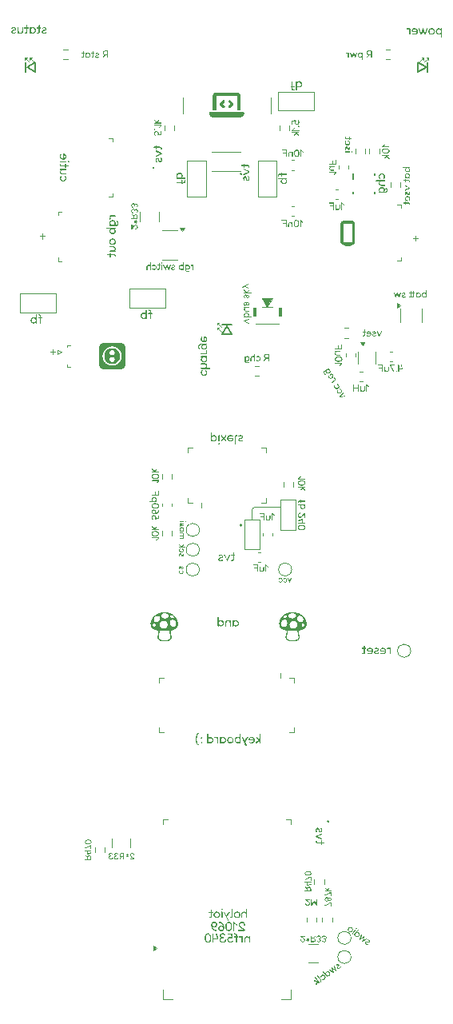
<source format=gbr>
%TF.GenerationSoftware,KiCad,Pcbnew,8.0.8*%
%TF.CreationDate,2025-01-23T01:46:44+01:00*%
%TF.ProjectId,mariposa,6d617269-706f-4736-912e-6b696361645f,2.0*%
%TF.SameCoordinates,Original*%
%TF.FileFunction,Legend,Bot*%
%TF.FilePolarity,Positive*%
%FSLAX46Y46*%
G04 Gerber Fmt 4.6, Leading zero omitted, Abs format (unit mm)*
G04 Created by KiCad (PCBNEW 8.0.8) date 2025-01-23 01:46:44*
%MOMM*%
%LPD*%
G01*
G04 APERTURE LIST*
%ADD10C,0.100000*%
%ADD11C,0.000000*%
%ADD12C,0.120000*%
%ADD13C,0.130000*%
%ADD14C,0.200000*%
%ADD15C,0.170000*%
G04 APERTURE END LIST*
D10*
G36*
X151822908Y-68582748D02*
G01*
X151828575Y-68613621D01*
X151848505Y-68632965D01*
X152299866Y-68840473D01*
X152339237Y-68845963D01*
X152340117Y-68845554D01*
X152366300Y-68814877D01*
X152373725Y-68776189D01*
X152343829Y-68749420D01*
X151947179Y-68582748D01*
X152333083Y-68418812D01*
X152366416Y-68397133D01*
X152370207Y-68392630D01*
X152368215Y-68352234D01*
X152365518Y-68346517D01*
X152339065Y-68316859D01*
X152332301Y-68315840D01*
X152293222Y-68326000D01*
X151849482Y-68531750D01*
X151829356Y-68550704D01*
X151822908Y-68582748D01*
G37*
G36*
X152126783Y-67685937D02*
G01*
X152167275Y-67692349D01*
X152205295Y-67704256D01*
X152223306Y-67712112D01*
X152259220Y-67732763D01*
X152290877Y-67758380D01*
X152304002Y-67771661D01*
X152328481Y-67803075D01*
X152347542Y-67838101D01*
X152354381Y-67855260D01*
X152364346Y-67894042D01*
X152367667Y-67935016D01*
X152366960Y-67955102D01*
X152360572Y-67996171D01*
X152347542Y-68033886D01*
X152342297Y-68044730D01*
X152319803Y-68079608D01*
X152290877Y-68109699D01*
X152278701Y-68119468D01*
X152565406Y-68119468D01*
X152592175Y-68122595D01*
X152609761Y-68136077D01*
X152616013Y-68167926D01*
X152609761Y-68199775D01*
X152592566Y-68213844D01*
X152564820Y-68216970D01*
X151874297Y-68216970D01*
X151847528Y-68213453D01*
X151829942Y-68199189D01*
X151823690Y-68167340D01*
X151833069Y-68131974D01*
X151863745Y-68119468D01*
X151914150Y-68119468D01*
X151902043Y-68110676D01*
X151890964Y-68100469D01*
X151864207Y-68068540D01*
X151844988Y-68034472D01*
X151837146Y-68014486D01*
X151827692Y-67974739D01*
X151825878Y-67949280D01*
X151919628Y-67949280D01*
X151919716Y-67955059D01*
X151925970Y-67996209D01*
X151942099Y-68033495D01*
X151944997Y-68038125D01*
X151970923Y-68069054D01*
X152004234Y-68093286D01*
X152016864Y-68099646D01*
X152055375Y-68111721D01*
X152095288Y-68115365D01*
X152111398Y-68114831D01*
X152150339Y-68108441D01*
X152187514Y-68093481D01*
X152192428Y-68090660D01*
X152224958Y-68065610D01*
X152249845Y-68033690D01*
X152253895Y-68026506D01*
X152268172Y-67988263D01*
X152272510Y-67949085D01*
X152272313Y-67940233D01*
X152266169Y-67901241D01*
X152250040Y-67863697D01*
X152247186Y-67859022D01*
X152221355Y-67827944D01*
X152187709Y-67803907D01*
X152174943Y-67797546D01*
X152135897Y-67785471D01*
X152095288Y-67781827D01*
X152082581Y-67782175D01*
X152041089Y-67788875D01*
X152004234Y-67804102D01*
X151999366Y-67806923D01*
X151967040Y-67831973D01*
X151942099Y-67863893D01*
X151938083Y-67871051D01*
X151923929Y-67909471D01*
X151919628Y-67949280D01*
X151825878Y-67949280D01*
X151824862Y-67935016D01*
X151825563Y-67915700D01*
X151831888Y-67875544D01*
X151844792Y-67837710D01*
X151852923Y-67821162D01*
X151874547Y-67787899D01*
X151901652Y-67758184D01*
X151918368Y-67743850D01*
X151952836Y-67720998D01*
X151988602Y-67704256D01*
X152017670Y-67694810D01*
X152058639Y-67687025D01*
X152098414Y-67684716D01*
X152126783Y-67685937D01*
G37*
G36*
X151823885Y-67344535D02*
G01*
X151827251Y-67386369D01*
X151837349Y-67425361D01*
X151841471Y-67435979D01*
X151859738Y-67470585D01*
X151885701Y-67503263D01*
X151891687Y-67509252D01*
X151922916Y-67533952D01*
X151959156Y-67553341D01*
X151970431Y-67557905D01*
X152009865Y-67569165D01*
X152049757Y-67574463D01*
X152074576Y-67575295D01*
X152317646Y-67575295D01*
X152344415Y-67572169D01*
X152361610Y-67558101D01*
X152367472Y-67526251D01*
X152361024Y-67493621D01*
X152343438Y-67479748D01*
X152316474Y-67476426D01*
X152073794Y-67476426D01*
X152032407Y-67472948D01*
X151993938Y-67461573D01*
X151991729Y-67460599D01*
X151957327Y-67437848D01*
X151937409Y-67413314D01*
X151922468Y-67375490D01*
X151918260Y-67335156D01*
X151922511Y-67293788D01*
X151936414Y-67256193D01*
X151937605Y-67254067D01*
X151962624Y-67222453D01*
X151992120Y-67201702D01*
X152030124Y-67187780D01*
X152070899Y-67183157D01*
X152073794Y-67183139D01*
X152317842Y-67183139D01*
X152344611Y-67180013D01*
X152361610Y-67165944D01*
X152367472Y-67133314D01*
X152361024Y-67101855D01*
X152343438Y-67088568D01*
X152316669Y-67085247D01*
X151871757Y-67085247D01*
X151847332Y-67088568D01*
X151831115Y-67102050D01*
X151825448Y-67134291D01*
X151828770Y-67158715D01*
X151837758Y-67172979D01*
X151851045Y-67179427D01*
X151866481Y-67180990D01*
X151914743Y-67176300D01*
X151884653Y-67202874D01*
X151859387Y-67232869D01*
X151854953Y-67239217D01*
X151836496Y-67274919D01*
X151832482Y-67286112D01*
X151824725Y-67324976D01*
X151823885Y-67344535D01*
G37*
G36*
X151819196Y-66770662D02*
G01*
X151822123Y-66810915D01*
X151824862Y-66827326D01*
X151834786Y-66866610D01*
X151840884Y-66883795D01*
X151858251Y-66919607D01*
X151866090Y-66931862D01*
X151894087Y-66959623D01*
X151898526Y-66962148D01*
X151919042Y-66969378D01*
X151937605Y-66966251D01*
X151955776Y-66952574D01*
X151968281Y-66930494D01*
X151953822Y-66902162D01*
X151936237Y-66873244D01*
X151919237Y-66838464D01*
X151906928Y-66801534D01*
X151902434Y-66765191D01*
X151906099Y-66724078D01*
X151919263Y-66686525D01*
X151921582Y-66682539D01*
X151951013Y-66655672D01*
X151973948Y-66651276D01*
X152005797Y-66659092D01*
X152028854Y-66679999D01*
X152045267Y-66710480D01*
X152058163Y-66747996D01*
X152069131Y-66786785D01*
X152069886Y-66789420D01*
X152081239Y-66828405D01*
X152088058Y-66848624D01*
X152104175Y-66884396D01*
X152114632Y-66901185D01*
X152142588Y-66930146D01*
X152156055Y-66938896D01*
X152194944Y-66951475D01*
X152219949Y-66953160D01*
X152260627Y-66948094D01*
X152297581Y-66931522D01*
X152299670Y-66930103D01*
X152329321Y-66902064D01*
X152350287Y-66867082D01*
X152351450Y-66864451D01*
X152364139Y-66824225D01*
X152369359Y-66785042D01*
X152370012Y-66763823D01*
X152367319Y-66723709D01*
X152366495Y-66718296D01*
X152356809Y-66679519D01*
X152355944Y-66677068D01*
X152339748Y-66640677D01*
X152339140Y-66639552D01*
X152317094Y-66606740D01*
X152316279Y-66605749D01*
X152286774Y-66584060D01*
X152254339Y-66595784D01*
X152236753Y-66618645D01*
X152242029Y-66643460D01*
X152263229Y-66676564D01*
X152265867Y-66681562D01*
X152281340Y-66717637D01*
X152283062Y-66722986D01*
X152289840Y-66762711D01*
X152289900Y-66766949D01*
X152284534Y-66806605D01*
X152281108Y-66816384D01*
X152258462Y-66848292D01*
X152256488Y-66849796D01*
X152219558Y-66861325D01*
X152190640Y-66852141D01*
X152171491Y-66827521D01*
X152157618Y-66791764D01*
X152147360Y-66753873D01*
X152145895Y-66748191D01*
X152135718Y-66709192D01*
X152127723Y-66681953D01*
X152112877Y-66643947D01*
X152099782Y-66620404D01*
X152073541Y-66589675D01*
X152053473Y-66575267D01*
X152015596Y-66561206D01*
X151978442Y-66557877D01*
X151939275Y-66562483D01*
X151901593Y-66578405D01*
X151870055Y-66605699D01*
X151861792Y-66616105D01*
X151841201Y-66651872D01*
X151827349Y-66693666D01*
X151820693Y-66735878D01*
X151819196Y-66770662D01*
G37*
G36*
X151819196Y-65972672D02*
G01*
X151822123Y-66012925D01*
X151824862Y-66029336D01*
X151834786Y-66068620D01*
X151840884Y-66085805D01*
X151858251Y-66121617D01*
X151866090Y-66133872D01*
X151894087Y-66161633D01*
X151898526Y-66164158D01*
X151919042Y-66171388D01*
X151937605Y-66168261D01*
X151955776Y-66154584D01*
X151968281Y-66132504D01*
X151953822Y-66104172D01*
X151936237Y-66075254D01*
X151919237Y-66040473D01*
X151906928Y-66003544D01*
X151902434Y-65967200D01*
X151906099Y-65926088D01*
X151919263Y-65888535D01*
X151921582Y-65884549D01*
X151951013Y-65857682D01*
X151973948Y-65853286D01*
X152005797Y-65861101D01*
X152028854Y-65882009D01*
X152045267Y-65912490D01*
X152058163Y-65950006D01*
X152069131Y-65988795D01*
X152069886Y-65991429D01*
X152081239Y-66030415D01*
X152088058Y-66050634D01*
X152104175Y-66086405D01*
X152114632Y-66103195D01*
X152142588Y-66132156D01*
X152156055Y-66140906D01*
X152194944Y-66153484D01*
X152219949Y-66155170D01*
X152260627Y-66150104D01*
X152297581Y-66133532D01*
X152299670Y-66132113D01*
X152329321Y-66104074D01*
X152350287Y-66069092D01*
X152351450Y-66066461D01*
X152364139Y-66026235D01*
X152369359Y-65987052D01*
X152370012Y-65965833D01*
X152367319Y-65925719D01*
X152366495Y-65920306D01*
X152356809Y-65881528D01*
X152355944Y-65879078D01*
X152339748Y-65842687D01*
X152339140Y-65841562D01*
X152317094Y-65808750D01*
X152316279Y-65807759D01*
X152286774Y-65786070D01*
X152254339Y-65797794D01*
X152236753Y-65820655D01*
X152242029Y-65845470D01*
X152263229Y-65878574D01*
X152265867Y-65883572D01*
X152281340Y-65919646D01*
X152283062Y-65924995D01*
X152289840Y-65964721D01*
X152289900Y-65968959D01*
X152284534Y-66008615D01*
X152281108Y-66018394D01*
X152258462Y-66050302D01*
X152256488Y-66051806D01*
X152219558Y-66063334D01*
X152190640Y-66054151D01*
X152171491Y-66029531D01*
X152157618Y-65993774D01*
X152147360Y-65955883D01*
X152145895Y-65950201D01*
X152135718Y-65911202D01*
X152127723Y-65883963D01*
X152112877Y-65845957D01*
X152099782Y-65822413D01*
X152073541Y-65791685D01*
X152053473Y-65777277D01*
X152015596Y-65763216D01*
X151978442Y-65759887D01*
X151939275Y-65764493D01*
X151901593Y-65780415D01*
X151870055Y-65807709D01*
X151861792Y-65818115D01*
X151841201Y-65853882D01*
X151827349Y-65895676D01*
X151820693Y-65937888D01*
X151819196Y-65972672D01*
G37*
G36*
X151912399Y-65223530D02*
G01*
X151880344Y-65200005D01*
X151879377Y-65199887D01*
X151842448Y-65216105D01*
X151821736Y-65240529D01*
X151820563Y-65262609D01*
X151836781Y-65288596D01*
X152042922Y-65541436D01*
X151874688Y-65541436D01*
X151847919Y-65545149D01*
X151830528Y-65559022D01*
X151824276Y-65591262D01*
X151830528Y-65623111D01*
X151848505Y-65636984D01*
X151875665Y-65639915D01*
X152566774Y-65639915D01*
X152593543Y-65636398D01*
X152611129Y-65621939D01*
X152617577Y-65590090D01*
X152611129Y-65558045D01*
X152593543Y-65544758D01*
X152565602Y-65541436D01*
X152169147Y-65541436D01*
X152346956Y-65356398D01*
X152364150Y-65331974D01*
X152365713Y-65308722D01*
X152347933Y-65284688D01*
X152313076Y-65265381D01*
X152310221Y-65265344D01*
X152276223Y-65286251D01*
X152105057Y-65467773D01*
X151912399Y-65223530D01*
G37*
G36*
X151607193Y-65017780D02*
G01*
X151632268Y-65048350D01*
X151633180Y-65048652D01*
X151673041Y-65041032D01*
X152339531Y-64743837D01*
X152371152Y-64719771D01*
X152371966Y-64718045D01*
X152367003Y-64679247D01*
X152366300Y-64677598D01*
X152340444Y-64647785D01*
X152339531Y-64647508D01*
X152300842Y-64654737D01*
X151631226Y-64953495D01*
X151600354Y-64978115D01*
X151607193Y-65017780D01*
G37*
G36*
X151896572Y-64906991D02*
G01*
X152291268Y-65162567D01*
X152329175Y-65174486D01*
X152358484Y-65148303D01*
X152370963Y-65110361D01*
X152370598Y-65108443D01*
X152343829Y-65078157D01*
X152002280Y-64860487D01*
X151896572Y-64906991D01*
G37*
G36*
X171178129Y-65322917D02*
G01*
X171192198Y-65340112D01*
X171195324Y-65367858D01*
X171195324Y-66058381D01*
X171191807Y-66085150D01*
X171177543Y-66102736D01*
X171145694Y-66108988D01*
X171110327Y-66099609D01*
X171097822Y-66068933D01*
X171097822Y-66018528D01*
X171089030Y-66030635D01*
X171078823Y-66041714D01*
X171046894Y-66068471D01*
X171012826Y-66087690D01*
X170992840Y-66095532D01*
X170953093Y-66104986D01*
X170913370Y-66107816D01*
X170894053Y-66107115D01*
X170853898Y-66100790D01*
X170816064Y-66087886D01*
X170799515Y-66079755D01*
X170766253Y-66058131D01*
X170736538Y-66031026D01*
X170722203Y-66014310D01*
X170699352Y-65979842D01*
X170682609Y-65944076D01*
X170673164Y-65915008D01*
X170665379Y-65874039D01*
X170663251Y-65837390D01*
X170760181Y-65837390D01*
X170760529Y-65850097D01*
X170767229Y-65891589D01*
X170782456Y-65928444D01*
X170785277Y-65933312D01*
X170810327Y-65965638D01*
X170842247Y-65990579D01*
X170849405Y-65994595D01*
X170887825Y-66008749D01*
X170927634Y-66013050D01*
X170933412Y-66012962D01*
X170974563Y-66006708D01*
X171011849Y-65990579D01*
X171016479Y-65987681D01*
X171047408Y-65961755D01*
X171071639Y-65928444D01*
X171078000Y-65915814D01*
X171090075Y-65877303D01*
X171093719Y-65837390D01*
X171093185Y-65821280D01*
X171086795Y-65782339D01*
X171071835Y-65745164D01*
X171069014Y-65740250D01*
X171043964Y-65707720D01*
X171012044Y-65682833D01*
X171004859Y-65678783D01*
X170966617Y-65664506D01*
X170927438Y-65660168D01*
X170918587Y-65660365D01*
X170879595Y-65666509D01*
X170842051Y-65682638D01*
X170837375Y-65685492D01*
X170806297Y-65711323D01*
X170782260Y-65744969D01*
X170775900Y-65757735D01*
X170763825Y-65796781D01*
X170760181Y-65837390D01*
X170663251Y-65837390D01*
X170663070Y-65834264D01*
X170664291Y-65805895D01*
X170670703Y-65765403D01*
X170682609Y-65727383D01*
X170690466Y-65709372D01*
X170711117Y-65673458D01*
X170736734Y-65641801D01*
X170750014Y-65628676D01*
X170781429Y-65604197D01*
X170816454Y-65585136D01*
X170833614Y-65578297D01*
X170872396Y-65568332D01*
X170913370Y-65565011D01*
X170933456Y-65565718D01*
X170974525Y-65572106D01*
X171012240Y-65585136D01*
X171023084Y-65590381D01*
X171057962Y-65612875D01*
X171088053Y-65641801D01*
X171097822Y-65653978D01*
X171097822Y-65367272D01*
X171100949Y-65340503D01*
X171114431Y-65322917D01*
X171146280Y-65316665D01*
X171178129Y-65322917D01*
G37*
G36*
X170129839Y-65576734D02*
G01*
X170140976Y-65611515D01*
X170137850Y-65659386D01*
X170153091Y-65640729D01*
X170182400Y-65612687D01*
X170206421Y-65595793D01*
X170242581Y-65578688D01*
X170246985Y-65577127D01*
X170286222Y-65568261D01*
X170326406Y-65565792D01*
X170345969Y-65566541D01*
X170386850Y-65573301D01*
X170425666Y-65587090D01*
X170442661Y-65595640D01*
X170476937Y-65618030D01*
X170507732Y-65645709D01*
X170520525Y-65660022D01*
X170544519Y-65693721D01*
X170563419Y-65731096D01*
X170572138Y-65755642D01*
X170580546Y-65794019D01*
X170583349Y-65834264D01*
X170582103Y-65862230D01*
X170575564Y-65902438D01*
X170563419Y-65940558D01*
X170555343Y-65958618D01*
X170534216Y-65994966D01*
X170508122Y-66027509D01*
X170494542Y-66041074D01*
X170462430Y-66066505D01*
X170426643Y-66086518D01*
X170405952Y-66094817D01*
X170365689Y-66104821D01*
X170326406Y-66107816D01*
X170313076Y-66107547D01*
X170273213Y-66102963D01*
X170233789Y-66090621D01*
X170203084Y-66074358D01*
X170171849Y-66050370D01*
X170162046Y-66040526D01*
X170137264Y-66009337D01*
X170141172Y-66065611D01*
X170128862Y-66096874D01*
X170093300Y-66107034D01*
X170061842Y-66100782D01*
X170048555Y-66082610D01*
X170045233Y-66054083D01*
X170045233Y-65836218D01*
X170146252Y-65836218D01*
X170146597Y-65848748D01*
X170153238Y-65889909D01*
X170168332Y-65926881D01*
X170171127Y-65931799D01*
X170195885Y-65964600D01*
X170227341Y-65990189D01*
X170232014Y-65993004D01*
X170269157Y-66008331D01*
X170309993Y-66013441D01*
X170325944Y-66012882D01*
X170364693Y-66006207D01*
X170402023Y-65990579D01*
X170406937Y-65987632D01*
X170439412Y-65961394D01*
X170464159Y-65927858D01*
X170469379Y-65917737D01*
X170482170Y-65879862D01*
X170486434Y-65838172D01*
X170485895Y-65822272D01*
X170479447Y-65783568D01*
X170464354Y-65746141D01*
X170460065Y-65738738D01*
X170434136Y-65706052D01*
X170403196Y-65682052D01*
X170390673Y-65675184D01*
X170352312Y-65662148D01*
X170312337Y-65658214D01*
X170306725Y-65658302D01*
X170266531Y-65664611D01*
X170229685Y-65680879D01*
X170225030Y-65683756D01*
X170193808Y-65709662D01*
X170169113Y-65743210D01*
X170162527Y-65755940D01*
X170150025Y-65795134D01*
X170146252Y-65836218D01*
X170045233Y-65836218D01*
X170045233Y-65622066D01*
X170048555Y-65591584D01*
X170061451Y-65572240D01*
X170092323Y-65565597D01*
X170129839Y-65576734D01*
G37*
G36*
X169671249Y-66108402D02*
G01*
X169711553Y-66106608D01*
X169752512Y-66099721D01*
X169780474Y-66090035D01*
X169813046Y-66068007D01*
X169836811Y-66033911D01*
X169837920Y-66031417D01*
X169849808Y-65991634D01*
X169854699Y-65950272D01*
X169855310Y-65927076D01*
X169855310Y-65673064D01*
X169915687Y-65674431D01*
X169947341Y-65663099D01*
X169956329Y-65624606D01*
X169946364Y-65587872D01*
X169913147Y-65576734D01*
X169855310Y-65578102D01*
X169855310Y-65431947D01*
X169852184Y-65404592D01*
X169838506Y-65387593D01*
X169807048Y-65381535D01*
X169774808Y-65387397D01*
X169760348Y-65404201D01*
X169756636Y-65430579D01*
X169756636Y-65578688D01*
X169716451Y-65577753D01*
X169711304Y-65577711D01*
X169671059Y-65577007D01*
X169663237Y-65576734D01*
X169623774Y-65576317D01*
X169606573Y-65576539D01*
X169566535Y-65577507D01*
X169558702Y-65577907D01*
X169558702Y-65431947D01*
X169555575Y-65404592D01*
X169541898Y-65387593D01*
X169510635Y-65381535D01*
X169478394Y-65387397D01*
X169464131Y-65404201D01*
X169460418Y-65430579D01*
X169460418Y-65579274D01*
X169353928Y-65576734D01*
X169327550Y-65580056D01*
X169309965Y-65593538D01*
X169303712Y-65625192D01*
X169309769Y-65657823D01*
X169326378Y-65671696D01*
X169352561Y-65674627D01*
X169460418Y-65672282D01*
X169460418Y-65926099D01*
X169457387Y-65965530D01*
X169451821Y-65983936D01*
X169422512Y-66007774D01*
X169383714Y-66012903D01*
X169367215Y-66013245D01*
X169338492Y-66016567D01*
X169321493Y-66029463D01*
X169315631Y-66059749D01*
X169322079Y-66091989D01*
X169339860Y-66105276D01*
X169366434Y-66108402D01*
X169406844Y-66106608D01*
X169448537Y-66099721D01*
X169477613Y-66090035D01*
X169512297Y-66068007D01*
X169536849Y-66036363D01*
X169539357Y-66031417D01*
X169552581Y-65991634D01*
X169558021Y-65950272D01*
X169558702Y-65927076D01*
X169558702Y-65673064D01*
X169579023Y-65673454D01*
X169619010Y-65674200D01*
X169620446Y-65674236D01*
X169660111Y-65674627D01*
X169700106Y-65674210D01*
X169708764Y-65674041D01*
X169749000Y-65672642D01*
X169756636Y-65672282D01*
X169756636Y-65926099D01*
X169754363Y-65965530D01*
X169750188Y-65983936D01*
X169725177Y-66007774D01*
X169686275Y-66012983D01*
X169671835Y-66013245D01*
X169643307Y-66016567D01*
X169626308Y-66029463D01*
X169620642Y-66059749D01*
X169627090Y-66091989D01*
X169644870Y-66105276D01*
X169671249Y-66108402D01*
G37*
G36*
X168742344Y-66113482D02*
G01*
X168782598Y-66110555D01*
X168799009Y-66107816D01*
X168838293Y-66097892D01*
X168855478Y-66091794D01*
X168891290Y-66074427D01*
X168903545Y-66066588D01*
X168931306Y-66038591D01*
X168933831Y-66034152D01*
X168941060Y-66013636D01*
X168937934Y-65995073D01*
X168924256Y-65976902D01*
X168902177Y-65964397D01*
X168873845Y-65978856D01*
X168844926Y-65996441D01*
X168810146Y-66013441D01*
X168773217Y-66025750D01*
X168736873Y-66030244D01*
X168695760Y-66026579D01*
X168658208Y-66013415D01*
X168654221Y-66011096D01*
X168627355Y-65981665D01*
X168622958Y-65958730D01*
X168630774Y-65926881D01*
X168651681Y-65903824D01*
X168682163Y-65887411D01*
X168719678Y-65874515D01*
X168758467Y-65863547D01*
X168761102Y-65862792D01*
X168800087Y-65851439D01*
X168820307Y-65844620D01*
X168856078Y-65828503D01*
X168872868Y-65818046D01*
X168901829Y-65790090D01*
X168910579Y-65776623D01*
X168923157Y-65737734D01*
X168924842Y-65712729D01*
X168919776Y-65672051D01*
X168903204Y-65635097D01*
X168901786Y-65633008D01*
X168873747Y-65603357D01*
X168838765Y-65582391D01*
X168836133Y-65581228D01*
X168795907Y-65568539D01*
X168756725Y-65563319D01*
X168735505Y-65562666D01*
X168695392Y-65565359D01*
X168689979Y-65566183D01*
X168651201Y-65575869D01*
X168648750Y-65576734D01*
X168612360Y-65592930D01*
X168611235Y-65593538D01*
X168578423Y-65615584D01*
X168577431Y-65616399D01*
X168555743Y-65645904D01*
X168567466Y-65678339D01*
X168590327Y-65695925D01*
X168615143Y-65690649D01*
X168648247Y-65669449D01*
X168653244Y-65666811D01*
X168689319Y-65651338D01*
X168694668Y-65649616D01*
X168734394Y-65642838D01*
X168738632Y-65642778D01*
X168778288Y-65648144D01*
X168788066Y-65651570D01*
X168819975Y-65674216D01*
X168821479Y-65676190D01*
X168833007Y-65713120D01*
X168823824Y-65742038D01*
X168799204Y-65761187D01*
X168763447Y-65775060D01*
X168725556Y-65785318D01*
X168719874Y-65786783D01*
X168680875Y-65796960D01*
X168653635Y-65804955D01*
X168615629Y-65819801D01*
X168592086Y-65832896D01*
X168561357Y-65859137D01*
X168546950Y-65879205D01*
X168532888Y-65917082D01*
X168529560Y-65954236D01*
X168534166Y-65993403D01*
X168550087Y-66031085D01*
X168577381Y-66062623D01*
X168587787Y-66070886D01*
X168623554Y-66091477D01*
X168665349Y-66105329D01*
X168707560Y-66111985D01*
X168742344Y-66113482D01*
G37*
G36*
X168255422Y-66105080D02*
G01*
X168281409Y-66099805D01*
X168295673Y-66085932D01*
X168303489Y-66067565D01*
X168476803Y-65626560D01*
X168481884Y-65598618D01*
X168472896Y-65579665D01*
X168448080Y-65565792D01*
X168409284Y-65560120D01*
X168406461Y-65560907D01*
X168383014Y-65590412D01*
X168254445Y-65931180D01*
X168136427Y-65598618D01*
X168127634Y-65580642D01*
X168112393Y-65566769D01*
X168086601Y-65561103D01*
X168059246Y-65566769D01*
X168043810Y-65580447D01*
X168035212Y-65597251D01*
X167917390Y-65933720D01*
X167790579Y-65596665D01*
X167768823Y-65563560D01*
X167765177Y-65561298D01*
X167725037Y-65562659D01*
X167723363Y-65563252D01*
X167692100Y-65586699D01*
X167695031Y-65627146D01*
X167868736Y-66068346D01*
X167877138Y-66086323D01*
X167891598Y-66099805D01*
X167916217Y-66105080D01*
X167941423Y-66100196D01*
X167956078Y-66086323D01*
X167965652Y-66065806D01*
X168086015Y-65720545D01*
X168206378Y-66065806D01*
X168216147Y-66087690D01*
X168230216Y-66100782D01*
X168255422Y-66105080D01*
G37*
D11*
G36*
X157054524Y-99405861D02*
G01*
X157128634Y-99410534D01*
X157201816Y-99418279D01*
X157274033Y-99429060D01*
X157345250Y-99442842D01*
X157415432Y-99459588D01*
X157484542Y-99479263D01*
X157552544Y-99501831D01*
X157585476Y-99514119D01*
X157617975Y-99526983D01*
X157650036Y-99540428D01*
X157681655Y-99554457D01*
X157712828Y-99569075D01*
X157743550Y-99584288D01*
X157773816Y-99600099D01*
X157803623Y-99616512D01*
X157832965Y-99633533D01*
X157861839Y-99651165D01*
X157890239Y-99669414D01*
X157918161Y-99688283D01*
X157945601Y-99707777D01*
X157972555Y-99727901D01*
X157999017Y-99748659D01*
X158024984Y-99770055D01*
X158049809Y-99791381D01*
X158073990Y-99813072D01*
X158097529Y-99835139D01*
X158120425Y-99857590D01*
X158142677Y-99880433D01*
X158164287Y-99903679D01*
X158185254Y-99927335D01*
X158205578Y-99951411D01*
X158225259Y-99975916D01*
X158244297Y-100000858D01*
X158262692Y-100026246D01*
X158280444Y-100052090D01*
X158297554Y-100078399D01*
X158314020Y-100105180D01*
X158329843Y-100132444D01*
X158345024Y-100160199D01*
X158358882Y-100187773D01*
X158371878Y-100215629D01*
X158384009Y-100243761D01*
X158395268Y-100272165D01*
X158405653Y-100300838D01*
X158415158Y-100329774D01*
X158423778Y-100358969D01*
X158431511Y-100388418D01*
X158438350Y-100418118D01*
X158444292Y-100448062D01*
X158449332Y-100478249D01*
X158453466Y-100508671D01*
X158456689Y-100539326D01*
X158458996Y-100570209D01*
X158460384Y-100601315D01*
X158460848Y-100632639D01*
X158460240Y-100667072D01*
X158458419Y-100700648D01*
X158455383Y-100733366D01*
X158451132Y-100765227D01*
X158445667Y-100796231D01*
X158438988Y-100826378D01*
X158431094Y-100855667D01*
X158421986Y-100884099D01*
X158411663Y-100911674D01*
X158400126Y-100938392D01*
X158387374Y-100964252D01*
X158373408Y-100989255D01*
X158358228Y-101013401D01*
X158341833Y-101036690D01*
X158324224Y-101059121D01*
X158305400Y-101080695D01*
X158284754Y-101102021D01*
X158262823Y-101122569D01*
X158239606Y-101142350D01*
X158215103Y-101161372D01*
X158189314Y-101179643D01*
X158162239Y-101197174D01*
X158133878Y-101213972D01*
X158104232Y-101230047D01*
X158073300Y-101245408D01*
X158041081Y-101260063D01*
X158007577Y-101274021D01*
X157972787Y-101287292D01*
X157936711Y-101299885D01*
X157899349Y-101311807D01*
X157860702Y-101323069D01*
X157820768Y-101333679D01*
X157735615Y-101351961D01*
X157644746Y-101367921D01*
X157620442Y-101371344D01*
X157620886Y-101395115D01*
X157621642Y-101417034D01*
X157622648Y-101437311D01*
X157624934Y-101476697D01*
X157627220Y-101512368D01*
X157629506Y-101544039D01*
X157631792Y-101571423D01*
X157636412Y-101598331D01*
X157641317Y-101624382D01*
X157643966Y-101637175D01*
X157646794Y-101649862D01*
X157649836Y-101662476D01*
X157653128Y-101675055D01*
X157671416Y-101745159D01*
X157677994Y-101769013D01*
X157684037Y-101792546D01*
X157689579Y-101815721D01*
X157694657Y-101838504D01*
X157699306Y-101860858D01*
X157703563Y-101882748D01*
X157711040Y-101924991D01*
X157714189Y-101945142D01*
X157716803Y-101964472D01*
X157718916Y-101983016D01*
X157720565Y-102000810D01*
X157721785Y-102017889D01*
X157722613Y-102034290D01*
X157723083Y-102050048D01*
X157723232Y-102065199D01*
X157722482Y-102091129D01*
X157720232Y-102116336D01*
X157716481Y-102140811D01*
X157711231Y-102164545D01*
X157704480Y-102187528D01*
X157696229Y-102209753D01*
X157686477Y-102231209D01*
X157675226Y-102251889D01*
X157662474Y-102271783D01*
X157648223Y-102290882D01*
X157632471Y-102309177D01*
X157615218Y-102326660D01*
X157596466Y-102343322D01*
X157576213Y-102359152D01*
X157554461Y-102374144D01*
X157531208Y-102388287D01*
X157507063Y-102402111D01*
X157481499Y-102415011D01*
X157454524Y-102426990D01*
X157426147Y-102438055D01*
X157396377Y-102448209D01*
X157365223Y-102457456D01*
X157332694Y-102465802D01*
X157298798Y-102473250D01*
X157263545Y-102479805D01*
X157226944Y-102485472D01*
X157189003Y-102490254D01*
X157149732Y-102494157D01*
X157109139Y-102497185D01*
X157067234Y-102499342D01*
X157024024Y-102500634D01*
X156979520Y-102501063D01*
X156935016Y-102500634D01*
X156891807Y-102499342D01*
X156849901Y-102497185D01*
X156809308Y-102494157D01*
X156770037Y-102490254D01*
X156732096Y-102485472D01*
X156695495Y-102479805D01*
X156660242Y-102473250D01*
X156626347Y-102465802D01*
X156593817Y-102457456D01*
X156562663Y-102448209D01*
X156532893Y-102438055D01*
X156504516Y-102426990D01*
X156477541Y-102415011D01*
X156451977Y-102402111D01*
X156427832Y-102388287D01*
X156404579Y-102374144D01*
X156393515Y-102366754D01*
X156382826Y-102359152D01*
X156372513Y-102351341D01*
X156362574Y-102343322D01*
X156353010Y-102335094D01*
X156343822Y-102326660D01*
X156335008Y-102318021D01*
X156326569Y-102309177D01*
X156318506Y-102300131D01*
X156310817Y-102290882D01*
X156303504Y-102281432D01*
X156296566Y-102271783D01*
X156290002Y-102261935D01*
X156283814Y-102251889D01*
X156278001Y-102241647D01*
X156272563Y-102231209D01*
X156267500Y-102220578D01*
X156262811Y-102209753D01*
X156258498Y-102198736D01*
X156254560Y-102187528D01*
X156250997Y-102176131D01*
X156247810Y-102164545D01*
X156244997Y-102152771D01*
X156242559Y-102140811D01*
X156240496Y-102128666D01*
X156238808Y-102116336D01*
X156237496Y-102103824D01*
X156236558Y-102091129D01*
X156235808Y-102065199D01*
X156354680Y-102065199D01*
X156355322Y-102083808D01*
X156357246Y-102101912D01*
X156360446Y-102119507D01*
X156364919Y-102136589D01*
X156370660Y-102153153D01*
X156377665Y-102169194D01*
X156385929Y-102184709D01*
X156395447Y-102199692D01*
X156406215Y-102214139D01*
X156418230Y-102228046D01*
X156431485Y-102241409D01*
X156445977Y-102254222D01*
X156461702Y-102266482D01*
X156478654Y-102278184D01*
X156496829Y-102289323D01*
X156516224Y-102299895D01*
X156537300Y-102309860D01*
X156559384Y-102319183D01*
X156582487Y-102327863D01*
X156606616Y-102335899D01*
X156631782Y-102343293D01*
X156657992Y-102350044D01*
X156685256Y-102356152D01*
X156713582Y-102361617D01*
X156742980Y-102366439D01*
X156773459Y-102370618D01*
X156805027Y-102374154D01*
X156837693Y-102377047D01*
X156871466Y-102379298D01*
X156906356Y-102380905D01*
X156942371Y-102381869D01*
X156979520Y-102382191D01*
X157052809Y-102380905D01*
X157121776Y-102377047D01*
X157154628Y-102374154D01*
X157186385Y-102370618D01*
X157217044Y-102366439D01*
X157246601Y-102361617D01*
X157275050Y-102356152D01*
X157302388Y-102350044D01*
X157328609Y-102343293D01*
X157353710Y-102335899D01*
X157377685Y-102327863D01*
X157400531Y-102319183D01*
X157422243Y-102309860D01*
X157442816Y-102299895D01*
X157462211Y-102289323D01*
X157480386Y-102278184D01*
X157497338Y-102266482D01*
X157513063Y-102254222D01*
X157527555Y-102241409D01*
X157540810Y-102228046D01*
X157546973Y-102221161D01*
X157552824Y-102214139D01*
X157558365Y-102206983D01*
X157563593Y-102199692D01*
X157568508Y-102192267D01*
X157573111Y-102184709D01*
X157577400Y-102177017D01*
X157581375Y-102169194D01*
X157585035Y-102161239D01*
X157588379Y-102153153D01*
X157591408Y-102144936D01*
X157594120Y-102136589D01*
X157596516Y-102128112D01*
X157598593Y-102119507D01*
X157600353Y-102110773D01*
X157601794Y-102101912D01*
X157602916Y-102092923D01*
X157603717Y-102083808D01*
X157604199Y-102074566D01*
X157604360Y-102065199D01*
X157604211Y-102052203D01*
X157603741Y-102038386D01*
X157602913Y-102023783D01*
X157601693Y-102008430D01*
X157600044Y-101992362D01*
X157597931Y-101975616D01*
X157595317Y-101958227D01*
X157592168Y-101940231D01*
X157584738Y-101902512D01*
X157576166Y-101862507D01*
X157566451Y-101820216D01*
X157555592Y-101775639D01*
X157537304Y-101702487D01*
X157533887Y-101690783D01*
X157530541Y-101678579D01*
X157527338Y-101665947D01*
X157524350Y-101652957D01*
X157521647Y-101639681D01*
X157519302Y-101626192D01*
X157517385Y-101612559D01*
X157516609Y-101605711D01*
X157515968Y-101598855D01*
X157513819Y-101584710D01*
X157511920Y-101569708D01*
X157510235Y-101553849D01*
X157508729Y-101537133D01*
X157507366Y-101519559D01*
X157506110Y-101501129D01*
X157503776Y-101461695D01*
X157502770Y-101440538D01*
X157502014Y-101418166D01*
X157501428Y-101386645D01*
X157445864Y-101392734D01*
X157337851Y-101401515D01*
X157224122Y-101407831D01*
X157104679Y-101411647D01*
X156979520Y-101412927D01*
X156856791Y-101411647D01*
X156740062Y-101407831D01*
X156629333Y-101401515D01*
X156524606Y-101392734D01*
X156457697Y-101385137D01*
X156457026Y-101421214D01*
X156455264Y-101464743D01*
X156452930Y-101502414D01*
X156450311Y-101537514D01*
X156448805Y-101554010D01*
X156447120Y-101569756D01*
X156445221Y-101584716D01*
X156443072Y-101598855D01*
X156441655Y-101612559D01*
X156439738Y-101626192D01*
X156437393Y-101639681D01*
X156434690Y-101652957D01*
X156431702Y-101665947D01*
X156428499Y-101678579D01*
X156425153Y-101690783D01*
X156421736Y-101702487D01*
X156403448Y-101775639D01*
X156392589Y-101820216D01*
X156382874Y-101862507D01*
X156374302Y-101902512D01*
X156366872Y-101940231D01*
X156363723Y-101958227D01*
X156361109Y-101975616D01*
X156358996Y-101992362D01*
X156357347Y-102008430D01*
X156356127Y-102023783D01*
X156355299Y-102038386D01*
X156354829Y-102052203D01*
X156354680Y-102065199D01*
X156235808Y-102065199D01*
X156235957Y-102050048D01*
X156236427Y-102034290D01*
X156237255Y-102017889D01*
X156238475Y-102000810D01*
X156240124Y-101983016D01*
X156242237Y-101964472D01*
X156244851Y-101945142D01*
X156248000Y-101924991D01*
X156255477Y-101882748D01*
X156259734Y-101860858D01*
X156264383Y-101838504D01*
X156269461Y-101815721D01*
X156275003Y-101792546D01*
X156281046Y-101769013D01*
X156287624Y-101745159D01*
X156305912Y-101675055D01*
X156309204Y-101662345D01*
X156312246Y-101649385D01*
X156315074Y-101636211D01*
X156317723Y-101622858D01*
X156322628Y-101595759D01*
X156327248Y-101568375D01*
X156329534Y-101539705D01*
X156331820Y-101508177D01*
X156334106Y-101473220D01*
X156336392Y-101434263D01*
X156337398Y-101414118D01*
X156338154Y-101392543D01*
X156338609Y-101368722D01*
X156333154Y-101367921D01*
X156246428Y-101351961D01*
X156165704Y-101333679D01*
X156126949Y-101323606D01*
X156089546Y-101312819D01*
X156053491Y-101301318D01*
X156018781Y-101289102D01*
X155985410Y-101276172D01*
X155953374Y-101262527D01*
X155922669Y-101248168D01*
X155893289Y-101233095D01*
X155865231Y-101217307D01*
X155838491Y-101200805D01*
X155813063Y-101183589D01*
X155788943Y-101165658D01*
X155766127Y-101147013D01*
X155744610Y-101127653D01*
X155724388Y-101107579D01*
X155705456Y-101086791D01*
X155687740Y-101064680D01*
X155671166Y-101041774D01*
X155655736Y-101018064D01*
X155641448Y-100993541D01*
X155628304Y-100968197D01*
X155616302Y-100942023D01*
X155605444Y-100915009D01*
X155595728Y-100887147D01*
X155587156Y-100858428D01*
X155579726Y-100828842D01*
X155573440Y-100798381D01*
X155568296Y-100767037D01*
X155564295Y-100734799D01*
X155561438Y-100701660D01*
X155559723Y-100667609D01*
X155559600Y-100660071D01*
X155748128Y-100660071D01*
X155748449Y-100677573D01*
X155749408Y-100694647D01*
X155751001Y-100711292D01*
X155753224Y-100727508D01*
X155756072Y-100743296D01*
X155759540Y-100758655D01*
X155763625Y-100773585D01*
X155768321Y-100788087D01*
X155773625Y-100802160D01*
X155779531Y-100815805D01*
X155786035Y-100829021D01*
X155793134Y-100841808D01*
X155800821Y-100854167D01*
X155809094Y-100866097D01*
X155817947Y-100877598D01*
X155827376Y-100888671D01*
X155837842Y-100899207D01*
X155848665Y-100909096D01*
X155859844Y-100918333D01*
X155871382Y-100926914D01*
X155883276Y-100934834D01*
X155895527Y-100942088D01*
X155908136Y-100948673D01*
X155921102Y-100954584D01*
X155934425Y-100959816D01*
X155948105Y-100964365D01*
X155962143Y-100968226D01*
X155976538Y-100971396D01*
X155991289Y-100973868D01*
X156006398Y-100975640D01*
X156021865Y-100976707D01*
X156037688Y-100977063D01*
X156058549Y-100976564D01*
X156078848Y-100975069D01*
X156098593Y-100972582D01*
X156117793Y-100969110D01*
X156136458Y-100964654D01*
X156154596Y-100959221D01*
X156172215Y-100952815D01*
X156189326Y-100945440D01*
X156205937Y-100937100D01*
X156222056Y-100927801D01*
X156237694Y-100917546D01*
X156252858Y-100906340D01*
X156267558Y-100894187D01*
X156281802Y-100881093D01*
X156295600Y-100867060D01*
X156308960Y-100852095D01*
X156321677Y-100836450D01*
X156333541Y-100820377D01*
X156344556Y-100803875D01*
X156354728Y-100786944D01*
X156364060Y-100769585D01*
X156372557Y-100751797D01*
X156375243Y-100745415D01*
X156662528Y-100745415D01*
X156662742Y-100759631D01*
X156663385Y-100773704D01*
X156664457Y-100787635D01*
X156665957Y-100801422D01*
X156667886Y-100815067D01*
X156670243Y-100828568D01*
X156673029Y-100841927D01*
X156676244Y-100855143D01*
X156679887Y-100868216D01*
X156683959Y-100881146D01*
X156688460Y-100893934D01*
X156693389Y-100906578D01*
X156698747Y-100919080D01*
X156704533Y-100931438D01*
X156710748Y-100943654D01*
X156717392Y-100955727D01*
X156724427Y-100967551D01*
X156731811Y-100979022D01*
X156739533Y-100990144D01*
X156747586Y-101000923D01*
X156755961Y-101011363D01*
X156764648Y-101021467D01*
X156773639Y-101031242D01*
X156782924Y-101040690D01*
X156792495Y-101049817D01*
X156802343Y-101058627D01*
X156812459Y-101067124D01*
X156822834Y-101075313D01*
X156833459Y-101083199D01*
X156844325Y-101090786D01*
X156855423Y-101098077D01*
X156866744Y-101105079D01*
X156878817Y-101111757D01*
X156891033Y-101118069D01*
X156903392Y-101124005D01*
X156915893Y-101129558D01*
X156928538Y-101134718D01*
X156941325Y-101139476D01*
X156954255Y-101143823D01*
X156967328Y-101147751D01*
X156980544Y-101151250D01*
X156993903Y-101154311D01*
X157007405Y-101156926D01*
X157021049Y-101159086D01*
X157034837Y-101160781D01*
X157048767Y-101162003D01*
X157062840Y-101162742D01*
X157077056Y-101162991D01*
X157091272Y-101162742D01*
X157105345Y-101162003D01*
X157119276Y-101160781D01*
X157133063Y-101159086D01*
X157146708Y-101156926D01*
X157160209Y-101154311D01*
X157173568Y-101151250D01*
X157186784Y-101147751D01*
X157199857Y-101143823D01*
X157212787Y-101139476D01*
X157225575Y-101134718D01*
X157238219Y-101129558D01*
X157250721Y-101124005D01*
X157263079Y-101118069D01*
X157275295Y-101111757D01*
X157287368Y-101105079D01*
X157299192Y-101098077D01*
X157310663Y-101090786D01*
X157321785Y-101083199D01*
X157332564Y-101075313D01*
X157343004Y-101067124D01*
X157353108Y-101058627D01*
X157362883Y-101049817D01*
X157372331Y-101040690D01*
X157381458Y-101031242D01*
X157390268Y-101021467D01*
X157398765Y-101011363D01*
X157406955Y-101000923D01*
X157414840Y-100990144D01*
X157422427Y-100979022D01*
X157429719Y-100967551D01*
X157436720Y-100955727D01*
X157443364Y-100943654D01*
X157449579Y-100931438D01*
X157455365Y-100919080D01*
X157460723Y-100906578D01*
X157465652Y-100893934D01*
X157470153Y-100881146D01*
X157474225Y-100868216D01*
X157477868Y-100855143D01*
X157481083Y-100841927D01*
X157483869Y-100828568D01*
X157486226Y-100815067D01*
X157488155Y-100801422D01*
X157489655Y-100787635D01*
X157490727Y-100773704D01*
X157491323Y-100760655D01*
X157936592Y-100760655D01*
X157936771Y-100770264D01*
X157937312Y-100779663D01*
X157938219Y-100788857D01*
X157939497Y-100797850D01*
X157941150Y-100806647D01*
X157943182Y-100815251D01*
X157945598Y-100823668D01*
X157948403Y-100831902D01*
X157951601Y-100839957D01*
X157955196Y-100847839D01*
X157959192Y-100855550D01*
X157963595Y-100863097D01*
X157968409Y-100870482D01*
X157973638Y-100877712D01*
X157979287Y-100884789D01*
X157985360Y-100891719D01*
X157991717Y-100898363D01*
X157998213Y-100904578D01*
X158004842Y-100910364D01*
X158011601Y-100915722D01*
X158018485Y-100920651D01*
X158025490Y-100925152D01*
X158032611Y-100929224D01*
X158039843Y-100932867D01*
X158047182Y-100936082D01*
X158054625Y-100938868D01*
X158062165Y-100941225D01*
X158069799Y-100943154D01*
X158077522Y-100944654D01*
X158085331Y-100945726D01*
X158093219Y-100946369D01*
X158101184Y-100946583D01*
X158107433Y-100946440D01*
X158113602Y-100946011D01*
X158119682Y-100945297D01*
X158125663Y-100944297D01*
X158131537Y-100943011D01*
X158137296Y-100941439D01*
X158142929Y-100939582D01*
X158148428Y-100937439D01*
X158153784Y-100935010D01*
X158158989Y-100932296D01*
X158164033Y-100929295D01*
X158168907Y-100926009D01*
X158173602Y-100922437D01*
X158178110Y-100918580D01*
X158182422Y-100914436D01*
X158186528Y-100910007D01*
X158190421Y-100904827D01*
X158194094Y-100899571D01*
X158197545Y-100894235D01*
X158200768Y-100888814D01*
X158203759Y-100883304D01*
X158206513Y-100877699D01*
X158209026Y-100871997D01*
X158211293Y-100866192D01*
X158213310Y-100860280D01*
X158215073Y-100854256D01*
X158216577Y-100848116D01*
X158217817Y-100841856D01*
X158218790Y-100835470D01*
X158219490Y-100828955D01*
X158219914Y-100822306D01*
X158220056Y-100815519D01*
X158219877Y-100806446D01*
X158219341Y-100797517D01*
X158218448Y-100788730D01*
X158217198Y-100780086D01*
X158215591Y-100771585D01*
X158213626Y-100763227D01*
X158211305Y-100755011D01*
X158208626Y-100746939D01*
X158205590Y-100739009D01*
X158202196Y-100731223D01*
X158198446Y-100723579D01*
X158194338Y-100716078D01*
X158189874Y-100708720D01*
X158185052Y-100701505D01*
X158179872Y-100694432D01*
X158174336Y-100687503D01*
X158168550Y-100680859D01*
X158162626Y-100674644D01*
X158156568Y-100668858D01*
X158150380Y-100663500D01*
X158144068Y-100658571D01*
X158137635Y-100654070D01*
X158131086Y-100649998D01*
X158124425Y-100646355D01*
X158117657Y-100643140D01*
X158110786Y-100640354D01*
X158103817Y-100637997D01*
X158096755Y-100636068D01*
X158089603Y-100634568D01*
X158082366Y-100633496D01*
X158075049Y-100632853D01*
X158067656Y-100632639D01*
X158060333Y-100632782D01*
X158053220Y-100633211D01*
X158046312Y-100633925D01*
X158039605Y-100634925D01*
X158033094Y-100636211D01*
X158026776Y-100637783D01*
X158020645Y-100639640D01*
X158014697Y-100641783D01*
X158008928Y-100644212D01*
X158003332Y-100646926D01*
X157997907Y-100649927D01*
X157992647Y-100653213D01*
X157987547Y-100656785D01*
X157982604Y-100660643D01*
X157977812Y-100664786D01*
X157973168Y-100669215D01*
X157968739Y-100673859D01*
X157964596Y-100678645D01*
X157960738Y-100683574D01*
X157957166Y-100688646D01*
X157953880Y-100693861D01*
X157950880Y-100699219D01*
X157948165Y-100704720D01*
X157945736Y-100710363D01*
X157943593Y-100716150D01*
X157941736Y-100722079D01*
X157940164Y-100728151D01*
X157938878Y-100734366D01*
X157937878Y-100740724D01*
X157937164Y-100747225D01*
X157936735Y-100753869D01*
X157936592Y-100760655D01*
X157491323Y-100760655D01*
X157491370Y-100759631D01*
X157491584Y-100745415D01*
X157491370Y-100731199D01*
X157490727Y-100717126D01*
X157489655Y-100703195D01*
X157488155Y-100689408D01*
X157486226Y-100675763D01*
X157483869Y-100662262D01*
X157481083Y-100648903D01*
X157477868Y-100635687D01*
X157474225Y-100622614D01*
X157470153Y-100609684D01*
X157465652Y-100596896D01*
X157460723Y-100584252D01*
X157455365Y-100571750D01*
X157449579Y-100559392D01*
X157443364Y-100547176D01*
X157436720Y-100535103D01*
X157429719Y-100523782D01*
X157422427Y-100512684D01*
X157414840Y-100501818D01*
X157406955Y-100491193D01*
X157398765Y-100480818D01*
X157390268Y-100470702D01*
X157381458Y-100460854D01*
X157372331Y-100451283D01*
X157362883Y-100441998D01*
X157353108Y-100433007D01*
X157343004Y-100424320D01*
X157332564Y-100415945D01*
X157321785Y-100407892D01*
X157310663Y-100400170D01*
X157299192Y-100392786D01*
X157287368Y-100385751D01*
X157275295Y-100379107D01*
X157263079Y-100372892D01*
X157250721Y-100367106D01*
X157238219Y-100361748D01*
X157225575Y-100356819D01*
X157212787Y-100352318D01*
X157199857Y-100348246D01*
X157186784Y-100344603D01*
X157173568Y-100341388D01*
X157160209Y-100338602D01*
X157146708Y-100336245D01*
X157133063Y-100334316D01*
X157119276Y-100332816D01*
X157105345Y-100331744D01*
X157091272Y-100331101D01*
X157077056Y-100330887D01*
X157062840Y-100331101D01*
X157048767Y-100331744D01*
X157034837Y-100332816D01*
X157021049Y-100334316D01*
X157007405Y-100336245D01*
X156993903Y-100338602D01*
X156980544Y-100341388D01*
X156967328Y-100344603D01*
X156954255Y-100348246D01*
X156941325Y-100352318D01*
X156928538Y-100356819D01*
X156915893Y-100361748D01*
X156903392Y-100367106D01*
X156891033Y-100372892D01*
X156878817Y-100379107D01*
X156866744Y-100385751D01*
X156855423Y-100392786D01*
X156844325Y-100400170D01*
X156833459Y-100407892D01*
X156822834Y-100415945D01*
X156812459Y-100424320D01*
X156802343Y-100433007D01*
X156792495Y-100441998D01*
X156782924Y-100451283D01*
X156773639Y-100460854D01*
X156764648Y-100470702D01*
X156755961Y-100480818D01*
X156747586Y-100491193D01*
X156739533Y-100501818D01*
X156731811Y-100512684D01*
X156724427Y-100523782D01*
X156717392Y-100535103D01*
X156710748Y-100547176D01*
X156704533Y-100559392D01*
X156698747Y-100571750D01*
X156693389Y-100584252D01*
X156688460Y-100596896D01*
X156683959Y-100609684D01*
X156679887Y-100622614D01*
X156676244Y-100635687D01*
X156673029Y-100648903D01*
X156670243Y-100662262D01*
X156667886Y-100675763D01*
X156665957Y-100689408D01*
X156664457Y-100703195D01*
X156663385Y-100717126D01*
X156662742Y-100731199D01*
X156662528Y-100745415D01*
X156375243Y-100745415D01*
X156380224Y-100733580D01*
X156387065Y-100714935D01*
X156393084Y-100695861D01*
X156398287Y-100676359D01*
X156402676Y-100656428D01*
X156406258Y-100636068D01*
X156409036Y-100615280D01*
X156411015Y-100594063D01*
X156412198Y-100572417D01*
X156412592Y-100550343D01*
X156412341Y-100532804D01*
X156411586Y-100515618D01*
X156410322Y-100498781D01*
X156408544Y-100482287D01*
X156406248Y-100466132D01*
X156403430Y-100450313D01*
X156400085Y-100434823D01*
X156396209Y-100419660D01*
X156391797Y-100404818D01*
X156386845Y-100390293D01*
X156381348Y-100376081D01*
X156375302Y-100362177D01*
X156368702Y-100348576D01*
X156361544Y-100335275D01*
X156353824Y-100322268D01*
X156345536Y-100309551D01*
X156336712Y-100297908D01*
X156327379Y-100286983D01*
X156317528Y-100276781D01*
X156307150Y-100267308D01*
X156301761Y-100262845D01*
X156296237Y-100258566D01*
X156290576Y-100254472D01*
X156284778Y-100250562D01*
X156278842Y-100246837D01*
X156272767Y-100243298D01*
X156266550Y-100239946D01*
X156260192Y-100236780D01*
X156253691Y-100233802D01*
X156247046Y-100231012D01*
X156240256Y-100228411D01*
X156233320Y-100225999D01*
X156219004Y-100221745D01*
X156204090Y-100218254D01*
X156188569Y-100215531D01*
X156172431Y-100213581D01*
X156155669Y-100212407D01*
X156138272Y-100212015D01*
X156124057Y-100212264D01*
X156109995Y-100213009D01*
X156096093Y-100214245D01*
X156082360Y-100215968D01*
X156068807Y-100218173D01*
X156055440Y-100220855D01*
X156042271Y-100224011D01*
X156029306Y-100227636D01*
X156016556Y-100231725D01*
X156004029Y-100236274D01*
X155991734Y-100241278D01*
X155979681Y-100246734D01*
X155967877Y-100252635D01*
X155956333Y-100258979D01*
X155945056Y-100265761D01*
X155934056Y-100272975D01*
X155923341Y-100280582D01*
X155912911Y-100288543D01*
X155902767Y-100296851D01*
X155892908Y-100305503D01*
X155883336Y-100314494D01*
X155874049Y-100323821D01*
X155865048Y-100333477D01*
X155856332Y-100343460D01*
X155847903Y-100353764D01*
X155839759Y-100364385D01*
X155831901Y-100375319D01*
X155824328Y-100386561D01*
X155817042Y-100398106D01*
X155810041Y-100409951D01*
X155803326Y-100422090D01*
X155796896Y-100434519D01*
X155790823Y-100447198D01*
X155785175Y-100460088D01*
X155779945Y-100473182D01*
X155775132Y-100486478D01*
X155770728Y-100499970D01*
X155766732Y-100513654D01*
X155763137Y-100527525D01*
X155759939Y-100541580D01*
X155757134Y-100555813D01*
X155754718Y-100570221D01*
X155752686Y-100584798D01*
X155751033Y-100599540D01*
X155749756Y-100614443D01*
X155748848Y-100629502D01*
X155748307Y-100644713D01*
X155748128Y-100660071D01*
X155559600Y-100660071D01*
X155559152Y-100632639D01*
X155559581Y-100600743D01*
X155560867Y-100569066D01*
X155563010Y-100537612D01*
X155566010Y-100506385D01*
X155569868Y-100475391D01*
X155574583Y-100444633D01*
X155580155Y-100414117D01*
X155586584Y-100383846D01*
X155593871Y-100353825D01*
X155602015Y-100324059D01*
X155611016Y-100294551D01*
X155620874Y-100265307D01*
X155631590Y-100236331D01*
X155643163Y-100207628D01*
X155655593Y-100179201D01*
X155668880Y-100151055D01*
X155682918Y-100123802D01*
X155697598Y-100096911D01*
X155710340Y-100074855D01*
X157445864Y-100074855D01*
X157446114Y-100086856D01*
X157446864Y-100098852D01*
X157448114Y-100110839D01*
X157449864Y-100122813D01*
X157452115Y-100134769D01*
X157454865Y-100146703D01*
X157458116Y-100158610D01*
X157461866Y-100170486D01*
X157466117Y-100182326D01*
X157470867Y-100194126D01*
X157476118Y-100205881D01*
X157481869Y-100217587D01*
X157488119Y-100229240D01*
X157494870Y-100240834D01*
X157502121Y-100252366D01*
X157509872Y-100263831D01*
X157518016Y-100275118D01*
X157526446Y-100286120D01*
X157535161Y-100296835D01*
X157544162Y-100307265D01*
X157553449Y-100317409D01*
X157563022Y-100327268D01*
X157572880Y-100336840D01*
X157583024Y-100346127D01*
X157593454Y-100355128D01*
X157604170Y-100363844D01*
X157615171Y-100372273D01*
X157626458Y-100380417D01*
X157638031Y-100388275D01*
X157649890Y-100395848D01*
X157662034Y-100403134D01*
X157674464Y-100410135D01*
X157686466Y-100417315D01*
X157698473Y-100424000D01*
X157710489Y-100430193D01*
X157722518Y-100435900D01*
X157734565Y-100441125D01*
X157746634Y-100445872D01*
X157758730Y-100450145D01*
X157770857Y-100453950D01*
X157783020Y-100457291D01*
X157795223Y-100460171D01*
X157807471Y-100462596D01*
X157819768Y-100464570D01*
X157832118Y-100466098D01*
X157844527Y-100467184D01*
X157856998Y-100467832D01*
X157869536Y-100468047D01*
X157883108Y-100467726D01*
X157896391Y-100466761D01*
X157909378Y-100465154D01*
X157922066Y-100462904D01*
X157934451Y-100460010D01*
X157946528Y-100456474D01*
X157958292Y-100452295D01*
X157969739Y-100447473D01*
X157980865Y-100442008D01*
X157991664Y-100435900D01*
X158002134Y-100429149D01*
X158012268Y-100421756D01*
X158022063Y-100413719D01*
X158031515Y-100405039D01*
X158040618Y-100395717D01*
X158049368Y-100385751D01*
X158057656Y-100375894D01*
X158065376Y-100365761D01*
X158072534Y-100355359D01*
X158079134Y-100344698D01*
X158085180Y-100333788D01*
X158090677Y-100322636D01*
X158095629Y-100311252D01*
X158100041Y-100299645D01*
X158103917Y-100287824D01*
X158107262Y-100275797D01*
X158110080Y-100263574D01*
X158112376Y-100251163D01*
X158114154Y-100238574D01*
X158115418Y-100225814D01*
X158116173Y-100212895D01*
X158116424Y-100199823D01*
X158116209Y-100187822D01*
X158115561Y-100175826D01*
X158114475Y-100163839D01*
X158112948Y-100151865D01*
X158110973Y-100139909D01*
X158108548Y-100127975D01*
X158105668Y-100116068D01*
X158102327Y-100104192D01*
X158098522Y-100092352D01*
X158094249Y-100080552D01*
X158089502Y-100068797D01*
X158084277Y-100057091D01*
X158078570Y-100045438D01*
X158072377Y-100033844D01*
X158065692Y-100022312D01*
X158058512Y-100010847D01*
X158050940Y-99999559D01*
X158043087Y-99988553D01*
X158034958Y-99977823D01*
X158026556Y-99967365D01*
X158017886Y-99957176D01*
X158008952Y-99947250D01*
X157999760Y-99937583D01*
X157990313Y-99928170D01*
X157980616Y-99919008D01*
X157970674Y-99910090D01*
X157960490Y-99901415D01*
X157950070Y-99892975D01*
X157939418Y-99884768D01*
X157928537Y-99876789D01*
X157917434Y-99869033D01*
X157906112Y-99861495D01*
X157894646Y-99854315D01*
X157883109Y-99847630D01*
X157871501Y-99841437D01*
X157859821Y-99835730D01*
X157848069Y-99830505D01*
X157836246Y-99825759D01*
X157824352Y-99821485D01*
X157812386Y-99817680D01*
X157800349Y-99814340D01*
X157788240Y-99811459D01*
X157776060Y-99809034D01*
X157763809Y-99807060D01*
X157751486Y-99805532D01*
X157739091Y-99804446D01*
X157726626Y-99803798D01*
X157714088Y-99803583D01*
X157699408Y-99803905D01*
X157685085Y-99804869D01*
X157671118Y-99806476D01*
X157657510Y-99808727D01*
X157644258Y-99811620D01*
X157631363Y-99815156D01*
X157618826Y-99819335D01*
X157606646Y-99824157D01*
X157594823Y-99829622D01*
X157583357Y-99835730D01*
X157572249Y-99842481D01*
X157561497Y-99849875D01*
X157551103Y-99857911D01*
X157541066Y-99866591D01*
X157531386Y-99875914D01*
X157522064Y-99885879D01*
X157512669Y-99896273D01*
X157503913Y-99906876D01*
X157495791Y-99917684D01*
X157488298Y-99928694D01*
X157481430Y-99939900D01*
X157475183Y-99951298D01*
X157469552Y-99962883D01*
X157464533Y-99974652D01*
X157460121Y-99986599D01*
X157456312Y-99998721D01*
X157453101Y-100011012D01*
X157450484Y-100023468D01*
X157448456Y-100036085D01*
X157447013Y-100048858D01*
X157446150Y-100061783D01*
X157445864Y-100074855D01*
X155710340Y-100074855D01*
X155712921Y-100070386D01*
X155728888Y-100044232D01*
X155745497Y-100018453D01*
X155762749Y-99993053D01*
X155780644Y-99968037D01*
X155787424Y-99959031D01*
X155998064Y-99959031D01*
X155998171Y-99964138D01*
X155998493Y-99969169D01*
X155999029Y-99974120D01*
X155999779Y-99978986D01*
X156000743Y-99983763D01*
X156001922Y-99988445D01*
X156003315Y-99993030D01*
X156004922Y-99997512D01*
X156006744Y-100001887D01*
X156008780Y-100006150D01*
X156011030Y-100010297D01*
X156013495Y-100014324D01*
X156016174Y-100018225D01*
X156019067Y-100021997D01*
X156022174Y-100025635D01*
X156025496Y-100029135D01*
X156028962Y-100032457D01*
X156032503Y-100035564D01*
X156036125Y-100038458D01*
X156039831Y-100041137D01*
X156043627Y-100043601D01*
X156047517Y-100045851D01*
X156051505Y-100047887D01*
X156055595Y-100049709D01*
X156059793Y-100051316D01*
X156064102Y-100052709D01*
X156068528Y-100053888D01*
X156073074Y-100054853D01*
X156077744Y-100055603D01*
X156082545Y-100056138D01*
X156087479Y-100056460D01*
X156092552Y-100056567D01*
X156099446Y-100056390D01*
X156106411Y-100055865D01*
X156113448Y-100055000D01*
X156120556Y-100053805D01*
X156127735Y-100052288D01*
X156134986Y-100050459D01*
X156142308Y-100048326D01*
X156149702Y-100045899D01*
X156157167Y-100043186D01*
X156164704Y-100040196D01*
X156172312Y-100036938D01*
X156179992Y-100033421D01*
X156187743Y-100029654D01*
X156195565Y-100025647D01*
X156203459Y-100021406D01*
X156211424Y-100016943D01*
X156219354Y-100011729D01*
X156227140Y-100006376D01*
X156234784Y-100000890D01*
X156242285Y-99995274D01*
X156249643Y-99989533D01*
X156256858Y-99983671D01*
X156263931Y-99977693D01*
X156270860Y-99971604D01*
X156277647Y-99965408D01*
X156284290Y-99959108D01*
X156290791Y-99952711D01*
X156297149Y-99946220D01*
X156303364Y-99939640D01*
X156309436Y-99932974D01*
X156321152Y-99919407D01*
X156326688Y-99912585D01*
X156331868Y-99905834D01*
X156336690Y-99899155D01*
X156341154Y-99892547D01*
X156345262Y-99886010D01*
X156349013Y-99879545D01*
X156352406Y-99873151D01*
X156355442Y-99866829D01*
X156358121Y-99860578D01*
X156360443Y-99854399D01*
X156362407Y-99848291D01*
X156364015Y-99842255D01*
X156365265Y-99836290D01*
X156366158Y-99830396D01*
X156366693Y-99824574D01*
X156366872Y-99818823D01*
X156366764Y-99813750D01*
X156366437Y-99808816D01*
X156365888Y-99804015D01*
X156365308Y-99800535D01*
X156543656Y-99800535D01*
X156543870Y-99809642D01*
X156544513Y-99818674D01*
X156545585Y-99827625D01*
X156547085Y-99836492D01*
X156549014Y-99845269D01*
X156551371Y-99853952D01*
X156554157Y-99862538D01*
X156557372Y-99871020D01*
X156561015Y-99879395D01*
X156565087Y-99887659D01*
X156569588Y-99895807D01*
X156574517Y-99903834D01*
X156579875Y-99911736D01*
X156585661Y-99919508D01*
X156591876Y-99927147D01*
X156598520Y-99934647D01*
X156605521Y-99942541D01*
X156612808Y-99950220D01*
X156620380Y-99957686D01*
X156628238Y-99964936D01*
X156636382Y-99971973D01*
X156644812Y-99978795D01*
X156653527Y-99985403D01*
X156662528Y-99991797D01*
X156671815Y-99997976D01*
X156681388Y-100003941D01*
X156691246Y-100009692D01*
X156701390Y-100015228D01*
X156711820Y-100020551D01*
X156722536Y-100025658D01*
X156733537Y-100030552D01*
X156744824Y-100035231D01*
X156756325Y-100039660D01*
X156767970Y-100043803D01*
X156779757Y-100047661D01*
X156791687Y-100051233D01*
X156803760Y-100054519D01*
X156815976Y-100057520D01*
X156828334Y-100060234D01*
X156840836Y-100062663D01*
X156853480Y-100064806D01*
X156866268Y-100066664D01*
X156879198Y-100068235D01*
X156892271Y-100069521D01*
X156905487Y-100070521D01*
X156918846Y-100071236D01*
X156932347Y-100071664D01*
X156945992Y-100071807D01*
X156959637Y-100071664D01*
X156973138Y-100071236D01*
X156986497Y-100070521D01*
X156999713Y-100069521D01*
X157012786Y-100068235D01*
X157025716Y-100066664D01*
X157038504Y-100064806D01*
X157051148Y-100062663D01*
X157063650Y-100060234D01*
X157076008Y-100057520D01*
X157088224Y-100054519D01*
X157100297Y-100051233D01*
X157112227Y-100047661D01*
X157124014Y-100043803D01*
X157135659Y-100039660D01*
X157147160Y-100035231D01*
X157158413Y-100030552D01*
X157169317Y-100025658D01*
X157179883Y-100020551D01*
X157190118Y-100015228D01*
X157200031Y-100009692D01*
X157209632Y-100003941D01*
X157218929Y-99997976D01*
X157227932Y-99991797D01*
X157236649Y-99985403D01*
X157245089Y-99978795D01*
X157253261Y-99971973D01*
X157261174Y-99964936D01*
X157268837Y-99957686D01*
X157276260Y-99950220D01*
X157283450Y-99942541D01*
X157290416Y-99934647D01*
X157297060Y-99927147D01*
X157303275Y-99919508D01*
X157309061Y-99911736D01*
X157314419Y-99903834D01*
X157319348Y-99895807D01*
X157323849Y-99887659D01*
X157327921Y-99879395D01*
X157331564Y-99871020D01*
X157334779Y-99862538D01*
X157337565Y-99853952D01*
X157339922Y-99845269D01*
X157341851Y-99836492D01*
X157343351Y-99827625D01*
X157344423Y-99818674D01*
X157345066Y-99809642D01*
X157345280Y-99800535D01*
X157345066Y-99790891D01*
X157344423Y-99781390D01*
X157343351Y-99772031D01*
X157341851Y-99762816D01*
X157339922Y-99753744D01*
X157337565Y-99744814D01*
X157334779Y-99736027D01*
X157331564Y-99727383D01*
X157327921Y-99718882D01*
X157323849Y-99710524D01*
X157319348Y-99702309D01*
X157314419Y-99694236D01*
X157309061Y-99686307D01*
X157303275Y-99678520D01*
X157297060Y-99670876D01*
X157290416Y-99663375D01*
X157283450Y-99656018D01*
X157276260Y-99648808D01*
X157268837Y-99641750D01*
X157261174Y-99634848D01*
X157253261Y-99628107D01*
X157245089Y-99621531D01*
X157236649Y-99615124D01*
X157227932Y-99608892D01*
X157218929Y-99602839D01*
X157209632Y-99596968D01*
X157200031Y-99591285D01*
X157190118Y-99585794D01*
X157179883Y-99580500D01*
X157169317Y-99575406D01*
X157158413Y-99570518D01*
X157147160Y-99565839D01*
X157135659Y-99561410D01*
X157124014Y-99557267D01*
X157112227Y-99553409D01*
X157100297Y-99549837D01*
X157088224Y-99546551D01*
X157076008Y-99543551D01*
X157063650Y-99540836D01*
X157051148Y-99538407D01*
X157038504Y-99536264D01*
X157025716Y-99534407D01*
X157012786Y-99532835D01*
X156999713Y-99531549D01*
X156986497Y-99530549D01*
X156973138Y-99529835D01*
X156959637Y-99529406D01*
X156945992Y-99529263D01*
X156932347Y-99529406D01*
X156918846Y-99529835D01*
X156905487Y-99530549D01*
X156892271Y-99531549D01*
X156879198Y-99532835D01*
X156866268Y-99534407D01*
X156853480Y-99536264D01*
X156840836Y-99538407D01*
X156828334Y-99540836D01*
X156815976Y-99543551D01*
X156803760Y-99546551D01*
X156791687Y-99549837D01*
X156779757Y-99553409D01*
X156767970Y-99557267D01*
X156756325Y-99561410D01*
X156744824Y-99565839D01*
X156733537Y-99570518D01*
X156722536Y-99575406D01*
X156711820Y-99580500D01*
X156701390Y-99585794D01*
X156691246Y-99591285D01*
X156681388Y-99596968D01*
X156671815Y-99602839D01*
X156662528Y-99608892D01*
X156653527Y-99615124D01*
X156644812Y-99621531D01*
X156636382Y-99628107D01*
X156628238Y-99634848D01*
X156620380Y-99641750D01*
X156612808Y-99648808D01*
X156605521Y-99656018D01*
X156598520Y-99663375D01*
X156591876Y-99670876D01*
X156585661Y-99678520D01*
X156579875Y-99686307D01*
X156574517Y-99694236D01*
X156569588Y-99702309D01*
X156565087Y-99710524D01*
X156561015Y-99718882D01*
X156557372Y-99727383D01*
X156554157Y-99736027D01*
X156551371Y-99744814D01*
X156549014Y-99753744D01*
X156547085Y-99762816D01*
X156545585Y-99772031D01*
X156544513Y-99781390D01*
X156543870Y-99790891D01*
X156543656Y-99800535D01*
X156365308Y-99800535D01*
X156365110Y-99799345D01*
X156364100Y-99794799D01*
X156362854Y-99790373D01*
X156361366Y-99786064D01*
X156359633Y-99781866D01*
X156357650Y-99777776D01*
X156355412Y-99773788D01*
X156352916Y-99769898D01*
X156350156Y-99766102D01*
X156347128Y-99762396D01*
X156343827Y-99758774D01*
X156340250Y-99755233D01*
X156336392Y-99751767D01*
X156332321Y-99748445D01*
X156328111Y-99745338D01*
X156323768Y-99742445D01*
X156319295Y-99739766D01*
X156314697Y-99737301D01*
X156309978Y-99735051D01*
X156305143Y-99733015D01*
X156300197Y-99731193D01*
X156295144Y-99729586D01*
X156289987Y-99728193D01*
X156284733Y-99727014D01*
X156279385Y-99726050D01*
X156273947Y-99725300D01*
X156268425Y-99724764D01*
X156262823Y-99724442D01*
X156257144Y-99724335D01*
X156249680Y-99724478D01*
X156242154Y-99724907D01*
X156234574Y-99725621D01*
X156226950Y-99726621D01*
X156219290Y-99727907D01*
X156211603Y-99729479D01*
X156203898Y-99731336D01*
X156196184Y-99733479D01*
X156188470Y-99735908D01*
X156180765Y-99738623D01*
X156173079Y-99741623D01*
X156165418Y-99744909D01*
X156157794Y-99748481D01*
X156150214Y-99752339D01*
X156142688Y-99756482D01*
X156135224Y-99760911D01*
X156127867Y-99765018D01*
X156120657Y-99769335D01*
X156113599Y-99773857D01*
X156106697Y-99778580D01*
X156099956Y-99783500D01*
X156093380Y-99788611D01*
X156086973Y-99793910D01*
X156080741Y-99799392D01*
X156074688Y-99805053D01*
X156068817Y-99810888D01*
X156063134Y-99816892D01*
X156057643Y-99823062D01*
X156052348Y-99829392D01*
X156047255Y-99835879D01*
X156042366Y-99842517D01*
X156037688Y-99849303D01*
X156032722Y-99856161D01*
X156028110Y-99863019D01*
X156023845Y-99869877D01*
X156019924Y-99876735D01*
X156016342Y-99883593D01*
X156013096Y-99890451D01*
X156010180Y-99897309D01*
X156007589Y-99904167D01*
X156005320Y-99911025D01*
X156003368Y-99917883D01*
X156001729Y-99924741D01*
X156000398Y-99931599D01*
X155999370Y-99938457D01*
X155998642Y-99945315D01*
X155998208Y-99952173D01*
X155998064Y-99959031D01*
X155787424Y-99959031D01*
X155799182Y-99943410D01*
X155818363Y-99919176D01*
X155838187Y-99895339D01*
X155858654Y-99871903D01*
X155879764Y-99848875D01*
X155901516Y-99826256D01*
X155923912Y-99804053D01*
X155946951Y-99782270D01*
X155970632Y-99760911D01*
X155995422Y-99740086D01*
X156020650Y-99719894D01*
X156046325Y-99700328D01*
X156072454Y-99681377D01*
X156099048Y-99663034D01*
X156126116Y-99645290D01*
X156153665Y-99628134D01*
X156181706Y-99611559D01*
X156210247Y-99595556D01*
X156239297Y-99580115D01*
X156268864Y-99565227D01*
X156298959Y-99550885D01*
X156329589Y-99537078D01*
X156360764Y-99523798D01*
X156392493Y-99511036D01*
X156424784Y-99498783D01*
X156456966Y-99487676D01*
X156489500Y-99477221D01*
X156522383Y-99467427D01*
X156555610Y-99458302D01*
X156589176Y-99449856D01*
X156623077Y-99442097D01*
X156657308Y-99435036D01*
X156691865Y-99428679D01*
X156726744Y-99423037D01*
X156761939Y-99418118D01*
X156797448Y-99413932D01*
X156833264Y-99410486D01*
X156869384Y-99407791D01*
X156905803Y-99405855D01*
X156942516Y-99404686D01*
X156979520Y-99404295D01*
X157054524Y-99405861D01*
G37*
G36*
X144608244Y-99968037D02*
G01*
X144626139Y-99993053D01*
X144643391Y-100018453D01*
X144660000Y-100044232D01*
X144675967Y-100070386D01*
X144678548Y-100074855D01*
X144691290Y-100096911D01*
X144705970Y-100123802D01*
X144720008Y-100151055D01*
X144733295Y-100179201D01*
X144745725Y-100207628D01*
X144757298Y-100236331D01*
X144768014Y-100265307D01*
X144777872Y-100294551D01*
X144786873Y-100324059D01*
X144795017Y-100353825D01*
X144802304Y-100383846D01*
X144808733Y-100414117D01*
X144814305Y-100444633D01*
X144819020Y-100475391D01*
X144822878Y-100506385D01*
X144825878Y-100537612D01*
X144828021Y-100569066D01*
X144829307Y-100600743D01*
X144829736Y-100632639D01*
X144829288Y-100660071D01*
X144829165Y-100667609D01*
X144827450Y-100701660D01*
X144824593Y-100734799D01*
X144820592Y-100767037D01*
X144815448Y-100798381D01*
X144809162Y-100828842D01*
X144801732Y-100858428D01*
X144793160Y-100887147D01*
X144783444Y-100915009D01*
X144772586Y-100942023D01*
X144760584Y-100968197D01*
X144747440Y-100993541D01*
X144733152Y-101018064D01*
X144717722Y-101041774D01*
X144701148Y-101064680D01*
X144683432Y-101086791D01*
X144664500Y-101107579D01*
X144644278Y-101127653D01*
X144622761Y-101147013D01*
X144599945Y-101165658D01*
X144575825Y-101183589D01*
X144550397Y-101200805D01*
X144523657Y-101217307D01*
X144495599Y-101233095D01*
X144466219Y-101248168D01*
X144435514Y-101262527D01*
X144403478Y-101276172D01*
X144370107Y-101289102D01*
X144335397Y-101301318D01*
X144299342Y-101312819D01*
X144261939Y-101323606D01*
X144223184Y-101333679D01*
X144142460Y-101351961D01*
X144055734Y-101367921D01*
X144050279Y-101368722D01*
X144050734Y-101392543D01*
X144051490Y-101414118D01*
X144052496Y-101434263D01*
X144054782Y-101473220D01*
X144057068Y-101508177D01*
X144059354Y-101539705D01*
X144061640Y-101568375D01*
X144066260Y-101595759D01*
X144071165Y-101622858D01*
X144073814Y-101636211D01*
X144076642Y-101649385D01*
X144079684Y-101662345D01*
X144082976Y-101675055D01*
X144101264Y-101745159D01*
X144107842Y-101769013D01*
X144113885Y-101792546D01*
X144119427Y-101815721D01*
X144124505Y-101838504D01*
X144129154Y-101860858D01*
X144133411Y-101882748D01*
X144140888Y-101924991D01*
X144144037Y-101945142D01*
X144146651Y-101964472D01*
X144148764Y-101983016D01*
X144150413Y-102000810D01*
X144151633Y-102017889D01*
X144152461Y-102034290D01*
X144152931Y-102050048D01*
X144153080Y-102065199D01*
X144152330Y-102091129D01*
X144151392Y-102103824D01*
X144150080Y-102116336D01*
X144148392Y-102128666D01*
X144146329Y-102140811D01*
X144143891Y-102152771D01*
X144141078Y-102164545D01*
X144137891Y-102176131D01*
X144134328Y-102187528D01*
X144130390Y-102198736D01*
X144126077Y-102209753D01*
X144121388Y-102220578D01*
X144116325Y-102231209D01*
X144110887Y-102241647D01*
X144105074Y-102251889D01*
X144098886Y-102261935D01*
X144092322Y-102271783D01*
X144085384Y-102281432D01*
X144078071Y-102290882D01*
X144070382Y-102300131D01*
X144062319Y-102309177D01*
X144053880Y-102318021D01*
X144045066Y-102326660D01*
X144035878Y-102335094D01*
X144026314Y-102343322D01*
X144016375Y-102351341D01*
X144006062Y-102359152D01*
X143995373Y-102366754D01*
X143984309Y-102374144D01*
X143961056Y-102388287D01*
X143936911Y-102402111D01*
X143911347Y-102415011D01*
X143884372Y-102426990D01*
X143855995Y-102438055D01*
X143826225Y-102448209D01*
X143795071Y-102457456D01*
X143762541Y-102465802D01*
X143728646Y-102473250D01*
X143693393Y-102479805D01*
X143656792Y-102485472D01*
X143618851Y-102490254D01*
X143579580Y-102494157D01*
X143538987Y-102497185D01*
X143497081Y-102499342D01*
X143453872Y-102500634D01*
X143409368Y-102501063D01*
X143364864Y-102500634D01*
X143321654Y-102499342D01*
X143279749Y-102497185D01*
X143239156Y-102494157D01*
X143199885Y-102490254D01*
X143161944Y-102485472D01*
X143125343Y-102479805D01*
X143090090Y-102473250D01*
X143056194Y-102465802D01*
X143023665Y-102457456D01*
X142992511Y-102448209D01*
X142962741Y-102438055D01*
X142934364Y-102426990D01*
X142907389Y-102415011D01*
X142881825Y-102402111D01*
X142857680Y-102388287D01*
X142834427Y-102374144D01*
X142812675Y-102359152D01*
X142792422Y-102343322D01*
X142773670Y-102326660D01*
X142756417Y-102309177D01*
X142740665Y-102290882D01*
X142726414Y-102271783D01*
X142713662Y-102251889D01*
X142702411Y-102231209D01*
X142692659Y-102209753D01*
X142684408Y-102187528D01*
X142677657Y-102164545D01*
X142672407Y-102140811D01*
X142668656Y-102116336D01*
X142666406Y-102091129D01*
X142665656Y-102065199D01*
X142784528Y-102065199D01*
X142784689Y-102074566D01*
X142785171Y-102083808D01*
X142785972Y-102092923D01*
X142787094Y-102101912D01*
X142788535Y-102110773D01*
X142790295Y-102119507D01*
X142792372Y-102128112D01*
X142794768Y-102136589D01*
X142797480Y-102144936D01*
X142800509Y-102153153D01*
X142803853Y-102161239D01*
X142807513Y-102169194D01*
X142811488Y-102177017D01*
X142815777Y-102184709D01*
X142820380Y-102192267D01*
X142825295Y-102199692D01*
X142830523Y-102206983D01*
X142836064Y-102214139D01*
X142841915Y-102221161D01*
X142848078Y-102228046D01*
X142861333Y-102241409D01*
X142875825Y-102254222D01*
X142891550Y-102266482D01*
X142908502Y-102278184D01*
X142926677Y-102289323D01*
X142946072Y-102299895D01*
X142966645Y-102309860D01*
X142988357Y-102319183D01*
X143011203Y-102327863D01*
X143035178Y-102335899D01*
X143060279Y-102343293D01*
X143086500Y-102350044D01*
X143113838Y-102356152D01*
X143142287Y-102361617D01*
X143171844Y-102366439D01*
X143202503Y-102370618D01*
X143234260Y-102374154D01*
X143267112Y-102377047D01*
X143336079Y-102380905D01*
X143409368Y-102382191D01*
X143446517Y-102381869D01*
X143482532Y-102380905D01*
X143517422Y-102379298D01*
X143551195Y-102377047D01*
X143583861Y-102374154D01*
X143615429Y-102370618D01*
X143645908Y-102366439D01*
X143675306Y-102361617D01*
X143703632Y-102356152D01*
X143730896Y-102350044D01*
X143757106Y-102343293D01*
X143782272Y-102335899D01*
X143806401Y-102327863D01*
X143829504Y-102319183D01*
X143851588Y-102309860D01*
X143872664Y-102299895D01*
X143892059Y-102289323D01*
X143910234Y-102278184D01*
X143927186Y-102266482D01*
X143942911Y-102254222D01*
X143957403Y-102241409D01*
X143970658Y-102228046D01*
X143982673Y-102214139D01*
X143993441Y-102199692D01*
X144002959Y-102184709D01*
X144011223Y-102169194D01*
X144018228Y-102153153D01*
X144023969Y-102136589D01*
X144028442Y-102119507D01*
X144031642Y-102101912D01*
X144033566Y-102083808D01*
X144034208Y-102065199D01*
X144034059Y-102052203D01*
X144033589Y-102038386D01*
X144032761Y-102023783D01*
X144031541Y-102008430D01*
X144029892Y-101992362D01*
X144027779Y-101975616D01*
X144025165Y-101958227D01*
X144022016Y-101940231D01*
X144014586Y-101902512D01*
X144006014Y-101862507D01*
X143996299Y-101820216D01*
X143985440Y-101775639D01*
X143967152Y-101702487D01*
X143963735Y-101690783D01*
X143960389Y-101678579D01*
X143957186Y-101665947D01*
X143954198Y-101652957D01*
X143951495Y-101639681D01*
X143949150Y-101626192D01*
X143947233Y-101612559D01*
X143945816Y-101598855D01*
X143943667Y-101584716D01*
X143941768Y-101569756D01*
X143940083Y-101554010D01*
X143938577Y-101537514D01*
X143935958Y-101502414D01*
X143933624Y-101464743D01*
X143931862Y-101421214D01*
X143931191Y-101385137D01*
X143864282Y-101392734D01*
X143759555Y-101401515D01*
X143648826Y-101407831D01*
X143532097Y-101411647D01*
X143409368Y-101412927D01*
X143284209Y-101411647D01*
X143164766Y-101407831D01*
X143051037Y-101401515D01*
X142943024Y-101392734D01*
X142887460Y-101386645D01*
X142886874Y-101418166D01*
X142886118Y-101440538D01*
X142885112Y-101461695D01*
X142882778Y-101501129D01*
X142881522Y-101519559D01*
X142880159Y-101537133D01*
X142878653Y-101553849D01*
X142876968Y-101569708D01*
X142875069Y-101584710D01*
X142872920Y-101598855D01*
X142872279Y-101605711D01*
X142871503Y-101612559D01*
X142869586Y-101626192D01*
X142867241Y-101639681D01*
X142864538Y-101652957D01*
X142861550Y-101665947D01*
X142858347Y-101678579D01*
X142855001Y-101690783D01*
X142851584Y-101702487D01*
X142833296Y-101775639D01*
X142822437Y-101820216D01*
X142812722Y-101862507D01*
X142804150Y-101902512D01*
X142796720Y-101940231D01*
X142793571Y-101958227D01*
X142790957Y-101975616D01*
X142788844Y-101992362D01*
X142787195Y-102008430D01*
X142785975Y-102023783D01*
X142785147Y-102038386D01*
X142784677Y-102052203D01*
X142784528Y-102065199D01*
X142665656Y-102065199D01*
X142665805Y-102050048D01*
X142666275Y-102034290D01*
X142667103Y-102017889D01*
X142668323Y-102000810D01*
X142669972Y-101983016D01*
X142672085Y-101964472D01*
X142674699Y-101945142D01*
X142677848Y-101924991D01*
X142685325Y-101882748D01*
X142689582Y-101860858D01*
X142694231Y-101838504D01*
X142699309Y-101815721D01*
X142704851Y-101792546D01*
X142710894Y-101769013D01*
X142717472Y-101745159D01*
X142735760Y-101675055D01*
X142739052Y-101662476D01*
X142742094Y-101649862D01*
X142744922Y-101637175D01*
X142747571Y-101624382D01*
X142752476Y-101598331D01*
X142757096Y-101571423D01*
X142759382Y-101544039D01*
X142761668Y-101512368D01*
X142763954Y-101476697D01*
X142766240Y-101437311D01*
X142767246Y-101417034D01*
X142768002Y-101395115D01*
X142768446Y-101371344D01*
X142744142Y-101367921D01*
X142653273Y-101351961D01*
X142568120Y-101333679D01*
X142528186Y-101323069D01*
X142489539Y-101311807D01*
X142452177Y-101299885D01*
X142416101Y-101287292D01*
X142381311Y-101274021D01*
X142347807Y-101260063D01*
X142315588Y-101245408D01*
X142284656Y-101230047D01*
X142255010Y-101213972D01*
X142226649Y-101197174D01*
X142199574Y-101179643D01*
X142173785Y-101161372D01*
X142149282Y-101142350D01*
X142126065Y-101122569D01*
X142104134Y-101102021D01*
X142083488Y-101080695D01*
X142064664Y-101059121D01*
X142047055Y-101036690D01*
X142030660Y-101013401D01*
X142015480Y-100989255D01*
X142001514Y-100964252D01*
X141988762Y-100938392D01*
X141977225Y-100911674D01*
X141966902Y-100884099D01*
X141957794Y-100855667D01*
X141949900Y-100826378D01*
X141947494Y-100815519D01*
X142168832Y-100815519D01*
X142168974Y-100822306D01*
X142169398Y-100828955D01*
X142170098Y-100835470D01*
X142171071Y-100841856D01*
X142172311Y-100848116D01*
X142173815Y-100854256D01*
X142175578Y-100860280D01*
X142177595Y-100866192D01*
X142179862Y-100871997D01*
X142182375Y-100877699D01*
X142185129Y-100883304D01*
X142188120Y-100888814D01*
X142191343Y-100894235D01*
X142194794Y-100899571D01*
X142198467Y-100904827D01*
X142202360Y-100910007D01*
X142206466Y-100914436D01*
X142210778Y-100918580D01*
X142215286Y-100922437D01*
X142219981Y-100926009D01*
X142224855Y-100929295D01*
X142229899Y-100932296D01*
X142235104Y-100935010D01*
X142240460Y-100937439D01*
X142245959Y-100939582D01*
X142251592Y-100941439D01*
X142257351Y-100943011D01*
X142263225Y-100944297D01*
X142269206Y-100945297D01*
X142275286Y-100946011D01*
X142281455Y-100946440D01*
X142287704Y-100946583D01*
X142295669Y-100946369D01*
X142303557Y-100945726D01*
X142311366Y-100944654D01*
X142319089Y-100943154D01*
X142326723Y-100941225D01*
X142334263Y-100938868D01*
X142341706Y-100936082D01*
X142349045Y-100932867D01*
X142356277Y-100929224D01*
X142363398Y-100925152D01*
X142370403Y-100920651D01*
X142377287Y-100915722D01*
X142384046Y-100910364D01*
X142390675Y-100904578D01*
X142397171Y-100898363D01*
X142403528Y-100891719D01*
X142409601Y-100884789D01*
X142415250Y-100877712D01*
X142420479Y-100870482D01*
X142425293Y-100863097D01*
X142429696Y-100855550D01*
X142433692Y-100847839D01*
X142437287Y-100839957D01*
X142440485Y-100831902D01*
X142443290Y-100823668D01*
X142445706Y-100815251D01*
X142447738Y-100806647D01*
X142449391Y-100797850D01*
X142450669Y-100788857D01*
X142451576Y-100779663D01*
X142452117Y-100770264D01*
X142452296Y-100760655D01*
X142452153Y-100753869D01*
X142451724Y-100747225D01*
X142451525Y-100745415D01*
X142897304Y-100745415D01*
X142897518Y-100759631D01*
X142897565Y-100760655D01*
X142898161Y-100773704D01*
X142899233Y-100787635D01*
X142900733Y-100801422D01*
X142902662Y-100815067D01*
X142905019Y-100828568D01*
X142907805Y-100841927D01*
X142911020Y-100855143D01*
X142914663Y-100868216D01*
X142918735Y-100881146D01*
X142923236Y-100893934D01*
X142928165Y-100906578D01*
X142933523Y-100919080D01*
X142939309Y-100931438D01*
X142945524Y-100943654D01*
X142952168Y-100955727D01*
X142959169Y-100967551D01*
X142966461Y-100979022D01*
X142974048Y-100990144D01*
X142981933Y-101000923D01*
X142990123Y-101011363D01*
X142998620Y-101021467D01*
X143007430Y-101031242D01*
X143016557Y-101040690D01*
X143026005Y-101049817D01*
X143035780Y-101058627D01*
X143045884Y-101067124D01*
X143056324Y-101075313D01*
X143067103Y-101083199D01*
X143078225Y-101090786D01*
X143089696Y-101098077D01*
X143101520Y-101105079D01*
X143113593Y-101111757D01*
X143125809Y-101118069D01*
X143138167Y-101124005D01*
X143150669Y-101129558D01*
X143163313Y-101134718D01*
X143176101Y-101139476D01*
X143189031Y-101143823D01*
X143202104Y-101147751D01*
X143215320Y-101151250D01*
X143228679Y-101154311D01*
X143242180Y-101156926D01*
X143255825Y-101159086D01*
X143269612Y-101160781D01*
X143283543Y-101162003D01*
X143297616Y-101162742D01*
X143311832Y-101162991D01*
X143326048Y-101162742D01*
X143340121Y-101162003D01*
X143354051Y-101160781D01*
X143367839Y-101159086D01*
X143381483Y-101156926D01*
X143394985Y-101154311D01*
X143408344Y-101151250D01*
X143421560Y-101147751D01*
X143434633Y-101143823D01*
X143447563Y-101139476D01*
X143460350Y-101134718D01*
X143472995Y-101129558D01*
X143485496Y-101124005D01*
X143497855Y-101118069D01*
X143510071Y-101111757D01*
X143522144Y-101105079D01*
X143533465Y-101098077D01*
X143544563Y-101090786D01*
X143555429Y-101083199D01*
X143566054Y-101075313D01*
X143576429Y-101067124D01*
X143586545Y-101058627D01*
X143596393Y-101049817D01*
X143605964Y-101040690D01*
X143615249Y-101031242D01*
X143624240Y-101021467D01*
X143632927Y-101011363D01*
X143641302Y-101000923D01*
X143649355Y-100990144D01*
X143657077Y-100979022D01*
X143664461Y-100967551D01*
X143671496Y-100955727D01*
X143678140Y-100943654D01*
X143684355Y-100931438D01*
X143690141Y-100919080D01*
X143695499Y-100906578D01*
X143700428Y-100893934D01*
X143704929Y-100881146D01*
X143709001Y-100868216D01*
X143712644Y-100855143D01*
X143715859Y-100841927D01*
X143718645Y-100828568D01*
X143721002Y-100815067D01*
X143722931Y-100801422D01*
X143724431Y-100787635D01*
X143725503Y-100773704D01*
X143726146Y-100759631D01*
X143726360Y-100745415D01*
X143726146Y-100731199D01*
X143725503Y-100717126D01*
X143724431Y-100703195D01*
X143722931Y-100689408D01*
X143721002Y-100675763D01*
X143718645Y-100662262D01*
X143715859Y-100648903D01*
X143712644Y-100635687D01*
X143709001Y-100622614D01*
X143704929Y-100609684D01*
X143700428Y-100596896D01*
X143695499Y-100584252D01*
X143690141Y-100571750D01*
X143684355Y-100559392D01*
X143679751Y-100550343D01*
X143976296Y-100550343D01*
X143976690Y-100572417D01*
X143977873Y-100594063D01*
X143979852Y-100615280D01*
X143982630Y-100636068D01*
X143986212Y-100656428D01*
X143990601Y-100676359D01*
X143995804Y-100695861D01*
X144001823Y-100714935D01*
X144008664Y-100733580D01*
X144013645Y-100745415D01*
X144016331Y-100751797D01*
X144024828Y-100769585D01*
X144034160Y-100786944D01*
X144044332Y-100803875D01*
X144055347Y-100820377D01*
X144067211Y-100836450D01*
X144079928Y-100852095D01*
X144093288Y-100867060D01*
X144107086Y-100881093D01*
X144121330Y-100894187D01*
X144136030Y-100906340D01*
X144151194Y-100917546D01*
X144166832Y-100927801D01*
X144182951Y-100937100D01*
X144199562Y-100945440D01*
X144216673Y-100952815D01*
X144234292Y-100959221D01*
X144252430Y-100964654D01*
X144271095Y-100969110D01*
X144290295Y-100972582D01*
X144310040Y-100975069D01*
X144330339Y-100976564D01*
X144351200Y-100977063D01*
X144367023Y-100976707D01*
X144382490Y-100975640D01*
X144397599Y-100973868D01*
X144412350Y-100971396D01*
X144426745Y-100968226D01*
X144440783Y-100964365D01*
X144454463Y-100959816D01*
X144467786Y-100954584D01*
X144480752Y-100948673D01*
X144493361Y-100942088D01*
X144505612Y-100934834D01*
X144517506Y-100926914D01*
X144529044Y-100918333D01*
X144540223Y-100909096D01*
X144551046Y-100899207D01*
X144561512Y-100888671D01*
X144570941Y-100877598D01*
X144579794Y-100866097D01*
X144588067Y-100854167D01*
X144595754Y-100841808D01*
X144602853Y-100829021D01*
X144609357Y-100815805D01*
X144615263Y-100802160D01*
X144620567Y-100788087D01*
X144625263Y-100773585D01*
X144629348Y-100758655D01*
X144632816Y-100743296D01*
X144635664Y-100727508D01*
X144637887Y-100711292D01*
X144639480Y-100694647D01*
X144640439Y-100677573D01*
X144640760Y-100660071D01*
X144640581Y-100644713D01*
X144640040Y-100629502D01*
X144639132Y-100614443D01*
X144637855Y-100599540D01*
X144636202Y-100584798D01*
X144634170Y-100570221D01*
X144631754Y-100555813D01*
X144628949Y-100541580D01*
X144625751Y-100527525D01*
X144622156Y-100513654D01*
X144618160Y-100499970D01*
X144613756Y-100486478D01*
X144608943Y-100473182D01*
X144603713Y-100460088D01*
X144598065Y-100447198D01*
X144591992Y-100434519D01*
X144585562Y-100422090D01*
X144578847Y-100409951D01*
X144571846Y-100398106D01*
X144564560Y-100386561D01*
X144556987Y-100375319D01*
X144549129Y-100364385D01*
X144540985Y-100353764D01*
X144532556Y-100343460D01*
X144523840Y-100333477D01*
X144514839Y-100323821D01*
X144505552Y-100314494D01*
X144495980Y-100305503D01*
X144486121Y-100296851D01*
X144475977Y-100288543D01*
X144465547Y-100280582D01*
X144454832Y-100272975D01*
X144443832Y-100265761D01*
X144432555Y-100258979D01*
X144421011Y-100252635D01*
X144409207Y-100246734D01*
X144397154Y-100241278D01*
X144384859Y-100236274D01*
X144372332Y-100231725D01*
X144359582Y-100227636D01*
X144346617Y-100224011D01*
X144333448Y-100220855D01*
X144320081Y-100218173D01*
X144306528Y-100215968D01*
X144292795Y-100214245D01*
X144278893Y-100213009D01*
X144264831Y-100212264D01*
X144250616Y-100212015D01*
X144233219Y-100212407D01*
X144216457Y-100213581D01*
X144200319Y-100215531D01*
X144184798Y-100218254D01*
X144169884Y-100221745D01*
X144155568Y-100225999D01*
X144148632Y-100228411D01*
X144141842Y-100231012D01*
X144135197Y-100233802D01*
X144128696Y-100236780D01*
X144122338Y-100239946D01*
X144116121Y-100243298D01*
X144110046Y-100246837D01*
X144104110Y-100250562D01*
X144098312Y-100254472D01*
X144092651Y-100258566D01*
X144087127Y-100262845D01*
X144081738Y-100267308D01*
X144071360Y-100276781D01*
X144061509Y-100286983D01*
X144052176Y-100297908D01*
X144043352Y-100309551D01*
X144035064Y-100322268D01*
X144027344Y-100335275D01*
X144020186Y-100348576D01*
X144013586Y-100362177D01*
X144007540Y-100376081D01*
X144002043Y-100390293D01*
X143997091Y-100404818D01*
X143992679Y-100419660D01*
X143988803Y-100434823D01*
X143985458Y-100450313D01*
X143982640Y-100466132D01*
X143980344Y-100482287D01*
X143978566Y-100498781D01*
X143977302Y-100515618D01*
X143976547Y-100532804D01*
X143976296Y-100550343D01*
X143679751Y-100550343D01*
X143678140Y-100547176D01*
X143671496Y-100535103D01*
X143664461Y-100523782D01*
X143657077Y-100512684D01*
X143649355Y-100501818D01*
X143641302Y-100491193D01*
X143632927Y-100480818D01*
X143624240Y-100470702D01*
X143615249Y-100460854D01*
X143605964Y-100451283D01*
X143596393Y-100441998D01*
X143586545Y-100433007D01*
X143576429Y-100424320D01*
X143566054Y-100415945D01*
X143555429Y-100407892D01*
X143544563Y-100400170D01*
X143533465Y-100392786D01*
X143522144Y-100385751D01*
X143510071Y-100379107D01*
X143497855Y-100372892D01*
X143485496Y-100367106D01*
X143472995Y-100361748D01*
X143460350Y-100356819D01*
X143447563Y-100352318D01*
X143434633Y-100348246D01*
X143421560Y-100344603D01*
X143408344Y-100341388D01*
X143394985Y-100338602D01*
X143381483Y-100336245D01*
X143367839Y-100334316D01*
X143354051Y-100332816D01*
X143340121Y-100331744D01*
X143326048Y-100331101D01*
X143311832Y-100330887D01*
X143297616Y-100331101D01*
X143283543Y-100331744D01*
X143269612Y-100332816D01*
X143255825Y-100334316D01*
X143242180Y-100336245D01*
X143228679Y-100338602D01*
X143215320Y-100341388D01*
X143202104Y-100344603D01*
X143189031Y-100348246D01*
X143176101Y-100352318D01*
X143163313Y-100356819D01*
X143150669Y-100361748D01*
X143138167Y-100367106D01*
X143125809Y-100372892D01*
X143113593Y-100379107D01*
X143101520Y-100385751D01*
X143089696Y-100392786D01*
X143078225Y-100400170D01*
X143067103Y-100407892D01*
X143056324Y-100415945D01*
X143045884Y-100424320D01*
X143035780Y-100433007D01*
X143026005Y-100441998D01*
X143016557Y-100451283D01*
X143007430Y-100460854D01*
X142998620Y-100470702D01*
X142990123Y-100480818D01*
X142981933Y-100491193D01*
X142974048Y-100501818D01*
X142966461Y-100512684D01*
X142959169Y-100523782D01*
X142952168Y-100535103D01*
X142945524Y-100547176D01*
X142939309Y-100559392D01*
X142933523Y-100571750D01*
X142928165Y-100584252D01*
X142923236Y-100596896D01*
X142918735Y-100609684D01*
X142914663Y-100622614D01*
X142911020Y-100635687D01*
X142907805Y-100648903D01*
X142905019Y-100662262D01*
X142902662Y-100675763D01*
X142900733Y-100689408D01*
X142899233Y-100703195D01*
X142898161Y-100717126D01*
X142897518Y-100731199D01*
X142897304Y-100745415D01*
X142451525Y-100745415D01*
X142451010Y-100740724D01*
X142450010Y-100734366D01*
X142448724Y-100728151D01*
X142447152Y-100722079D01*
X142445295Y-100716150D01*
X142443152Y-100710363D01*
X142440723Y-100704720D01*
X142438008Y-100699219D01*
X142435008Y-100693861D01*
X142431722Y-100688646D01*
X142428150Y-100683574D01*
X142424292Y-100678645D01*
X142420149Y-100673859D01*
X142415720Y-100669215D01*
X142411076Y-100664786D01*
X142406284Y-100660643D01*
X142401341Y-100656785D01*
X142396241Y-100653213D01*
X142390981Y-100649927D01*
X142385556Y-100646926D01*
X142379960Y-100644212D01*
X142374191Y-100641783D01*
X142368243Y-100639640D01*
X142362112Y-100637783D01*
X142355794Y-100636211D01*
X142349283Y-100634925D01*
X142342576Y-100633925D01*
X142335668Y-100633211D01*
X142328555Y-100632782D01*
X142321232Y-100632639D01*
X142313839Y-100632853D01*
X142306522Y-100633496D01*
X142299285Y-100634568D01*
X142292133Y-100636068D01*
X142285071Y-100637997D01*
X142278102Y-100640354D01*
X142271231Y-100643140D01*
X142264463Y-100646355D01*
X142257802Y-100649998D01*
X142251253Y-100654070D01*
X142244820Y-100658571D01*
X142238508Y-100663500D01*
X142232320Y-100668858D01*
X142226262Y-100674644D01*
X142220338Y-100680859D01*
X142214552Y-100687503D01*
X142209016Y-100694432D01*
X142203836Y-100701505D01*
X142199014Y-100708720D01*
X142194550Y-100716078D01*
X142190442Y-100723579D01*
X142186692Y-100731223D01*
X142183298Y-100739009D01*
X142180262Y-100746939D01*
X142177583Y-100755011D01*
X142175262Y-100763227D01*
X142173297Y-100771585D01*
X142171690Y-100780086D01*
X142170440Y-100788730D01*
X142169547Y-100797517D01*
X142169011Y-100806446D01*
X142168832Y-100815519D01*
X141947494Y-100815519D01*
X141943221Y-100796231D01*
X141937756Y-100765227D01*
X141933505Y-100733366D01*
X141930469Y-100700648D01*
X141928648Y-100667072D01*
X141928040Y-100632639D01*
X141928504Y-100601315D01*
X141929892Y-100570209D01*
X141932199Y-100539326D01*
X141935422Y-100508671D01*
X141939556Y-100478249D01*
X141944596Y-100448062D01*
X141950538Y-100418118D01*
X141957377Y-100388418D01*
X141965110Y-100358969D01*
X141973730Y-100329774D01*
X141983235Y-100300838D01*
X141993620Y-100272165D01*
X142004879Y-100243761D01*
X142017010Y-100215629D01*
X142024384Y-100199823D01*
X142272464Y-100199823D01*
X142272715Y-100212895D01*
X142273470Y-100225814D01*
X142274734Y-100238574D01*
X142276512Y-100251163D01*
X142278808Y-100263574D01*
X142281626Y-100275797D01*
X142284971Y-100287824D01*
X142288847Y-100299645D01*
X142293259Y-100311252D01*
X142298211Y-100322636D01*
X142303708Y-100333788D01*
X142309754Y-100344698D01*
X142316354Y-100355359D01*
X142323512Y-100365761D01*
X142331232Y-100375894D01*
X142339520Y-100385751D01*
X142348270Y-100395717D01*
X142357373Y-100405039D01*
X142366825Y-100413719D01*
X142376620Y-100421756D01*
X142386754Y-100429149D01*
X142397224Y-100435900D01*
X142408023Y-100442008D01*
X142419149Y-100447473D01*
X142430596Y-100452295D01*
X142442360Y-100456474D01*
X142454437Y-100460010D01*
X142466822Y-100462904D01*
X142479510Y-100465154D01*
X142492497Y-100466761D01*
X142505780Y-100467726D01*
X142519352Y-100468047D01*
X142531890Y-100467832D01*
X142544361Y-100467184D01*
X142556770Y-100466098D01*
X142569120Y-100464570D01*
X142581417Y-100462596D01*
X142593665Y-100460171D01*
X142605868Y-100457291D01*
X142618031Y-100453950D01*
X142630158Y-100450145D01*
X142642254Y-100445872D01*
X142654323Y-100441125D01*
X142666370Y-100435900D01*
X142678399Y-100430193D01*
X142690415Y-100424000D01*
X142702422Y-100417315D01*
X142714424Y-100410135D01*
X142726854Y-100403134D01*
X142738998Y-100395848D01*
X142750857Y-100388275D01*
X142762430Y-100380417D01*
X142773717Y-100372273D01*
X142784718Y-100363844D01*
X142795434Y-100355128D01*
X142805864Y-100346127D01*
X142816008Y-100336840D01*
X142825866Y-100327268D01*
X142835439Y-100317409D01*
X142844726Y-100307265D01*
X142853727Y-100296835D01*
X142862442Y-100286120D01*
X142870872Y-100275118D01*
X142879016Y-100263831D01*
X142886767Y-100252366D01*
X142894018Y-100240834D01*
X142900769Y-100229240D01*
X142907019Y-100217587D01*
X142912770Y-100205881D01*
X142918021Y-100194126D01*
X142922771Y-100182326D01*
X142927022Y-100170486D01*
X142930772Y-100158610D01*
X142934023Y-100146703D01*
X142936773Y-100134769D01*
X142939024Y-100122813D01*
X142940774Y-100110839D01*
X142942024Y-100098852D01*
X142942774Y-100086856D01*
X142943024Y-100074855D01*
X142942738Y-100061783D01*
X142941875Y-100048858D01*
X142940432Y-100036085D01*
X142938404Y-100023468D01*
X142935787Y-100011012D01*
X142932576Y-99998721D01*
X142928767Y-99986599D01*
X142924355Y-99974652D01*
X142919336Y-99962883D01*
X142913705Y-99951298D01*
X142907458Y-99939900D01*
X142900590Y-99928694D01*
X142893097Y-99917684D01*
X142884975Y-99906876D01*
X142876219Y-99896273D01*
X142866824Y-99885879D01*
X142857502Y-99875914D01*
X142847822Y-99866591D01*
X142837785Y-99857911D01*
X142827391Y-99849875D01*
X142816639Y-99842481D01*
X142805531Y-99835730D01*
X142794065Y-99829622D01*
X142782242Y-99824157D01*
X142770062Y-99819335D01*
X142757525Y-99815156D01*
X142744630Y-99811620D01*
X142731378Y-99808727D01*
X142717770Y-99806476D01*
X142703803Y-99804869D01*
X142689480Y-99803905D01*
X142674800Y-99803583D01*
X142662262Y-99803798D01*
X142649797Y-99804446D01*
X142637402Y-99805532D01*
X142625079Y-99807060D01*
X142612828Y-99809034D01*
X142600648Y-99811459D01*
X142588539Y-99814340D01*
X142576502Y-99817680D01*
X142564536Y-99821485D01*
X142552642Y-99825759D01*
X142540819Y-99830505D01*
X142529067Y-99835730D01*
X142517387Y-99841437D01*
X142505779Y-99847630D01*
X142494242Y-99854315D01*
X142482776Y-99861495D01*
X142471454Y-99869033D01*
X142460351Y-99876789D01*
X142449470Y-99884768D01*
X142438818Y-99892975D01*
X142428398Y-99901415D01*
X142418214Y-99910090D01*
X142408272Y-99919008D01*
X142398575Y-99928170D01*
X142389128Y-99937583D01*
X142379936Y-99947250D01*
X142371002Y-99957176D01*
X142362332Y-99967365D01*
X142353930Y-99977823D01*
X142345801Y-99988553D01*
X142337948Y-99999559D01*
X142330376Y-100010847D01*
X142323196Y-100022312D01*
X142316511Y-100033844D01*
X142310318Y-100045438D01*
X142304611Y-100057091D01*
X142299386Y-100068797D01*
X142294639Y-100080552D01*
X142290366Y-100092352D01*
X142286561Y-100104192D01*
X142283220Y-100116068D01*
X142280340Y-100127975D01*
X142277915Y-100139909D01*
X142275940Y-100151865D01*
X142274413Y-100163839D01*
X142273327Y-100175826D01*
X142272679Y-100187822D01*
X142272464Y-100199823D01*
X142024384Y-100199823D01*
X142030006Y-100187773D01*
X142043864Y-100160199D01*
X142059045Y-100132444D01*
X142074868Y-100105180D01*
X142091334Y-100078399D01*
X142108444Y-100052090D01*
X142126196Y-100026246D01*
X142144591Y-100000858D01*
X142163629Y-99975916D01*
X142183310Y-99951411D01*
X142203634Y-99927335D01*
X142224601Y-99903679D01*
X142246211Y-99880433D01*
X142268463Y-99857590D01*
X142291359Y-99835139D01*
X142314898Y-99813072D01*
X142328874Y-99800535D01*
X143043608Y-99800535D01*
X143043822Y-99809642D01*
X143044465Y-99818674D01*
X143045537Y-99827625D01*
X143047037Y-99836492D01*
X143048966Y-99845269D01*
X143051323Y-99853952D01*
X143054109Y-99862538D01*
X143057324Y-99871020D01*
X143060967Y-99879395D01*
X143065039Y-99887659D01*
X143069540Y-99895807D01*
X143074469Y-99903834D01*
X143079827Y-99911736D01*
X143085613Y-99919508D01*
X143091828Y-99927147D01*
X143098472Y-99934647D01*
X143105438Y-99942541D01*
X143112628Y-99950220D01*
X143120051Y-99957686D01*
X143127714Y-99964936D01*
X143135627Y-99971973D01*
X143143799Y-99978795D01*
X143152239Y-99985403D01*
X143160956Y-99991797D01*
X143169959Y-99997976D01*
X143179256Y-100003941D01*
X143188857Y-100009692D01*
X143198770Y-100015228D01*
X143209005Y-100020551D01*
X143219571Y-100025658D01*
X143230475Y-100030552D01*
X143241728Y-100035231D01*
X143253229Y-100039660D01*
X143264874Y-100043803D01*
X143276661Y-100047661D01*
X143288591Y-100051233D01*
X143300664Y-100054519D01*
X143312880Y-100057520D01*
X143325238Y-100060234D01*
X143337740Y-100062663D01*
X143350384Y-100064806D01*
X143363172Y-100066664D01*
X143376102Y-100068235D01*
X143389175Y-100069521D01*
X143402391Y-100070521D01*
X143415750Y-100071236D01*
X143429251Y-100071664D01*
X143442896Y-100071807D01*
X143456541Y-100071664D01*
X143470042Y-100071236D01*
X143483401Y-100070521D01*
X143496617Y-100069521D01*
X143509690Y-100068235D01*
X143522620Y-100066664D01*
X143535408Y-100064806D01*
X143548052Y-100062663D01*
X143560554Y-100060234D01*
X143572912Y-100057520D01*
X143585128Y-100054519D01*
X143597201Y-100051233D01*
X143609131Y-100047661D01*
X143620918Y-100043803D01*
X143632563Y-100039660D01*
X143644064Y-100035231D01*
X143655351Y-100030552D01*
X143666352Y-100025658D01*
X143677068Y-100020551D01*
X143687498Y-100015228D01*
X143697642Y-100009692D01*
X143707500Y-100003941D01*
X143717073Y-99997976D01*
X143726360Y-99991797D01*
X143735361Y-99985403D01*
X143744076Y-99978795D01*
X143752506Y-99971973D01*
X143760650Y-99964936D01*
X143768508Y-99957686D01*
X143776080Y-99950220D01*
X143783367Y-99942541D01*
X143790368Y-99934647D01*
X143797012Y-99927147D01*
X143803227Y-99919508D01*
X143809013Y-99911736D01*
X143814371Y-99903834D01*
X143819300Y-99895807D01*
X143823801Y-99887659D01*
X143827873Y-99879395D01*
X143831516Y-99871020D01*
X143834731Y-99862538D01*
X143837517Y-99853952D01*
X143839874Y-99845269D01*
X143841803Y-99836492D01*
X143843303Y-99827625D01*
X143844357Y-99818823D01*
X144022016Y-99818823D01*
X144022195Y-99824574D01*
X144022730Y-99830396D01*
X144023623Y-99836290D01*
X144024873Y-99842255D01*
X144026481Y-99848291D01*
X144028445Y-99854399D01*
X144030767Y-99860578D01*
X144033446Y-99866829D01*
X144036482Y-99873151D01*
X144039875Y-99879545D01*
X144043626Y-99886010D01*
X144047734Y-99892547D01*
X144052198Y-99899155D01*
X144057020Y-99905834D01*
X144062200Y-99912585D01*
X144067736Y-99919407D01*
X144079452Y-99932974D01*
X144085524Y-99939640D01*
X144091739Y-99946220D01*
X144098097Y-99952711D01*
X144104598Y-99959108D01*
X144111241Y-99965408D01*
X144118028Y-99971604D01*
X144124957Y-99977693D01*
X144132030Y-99983671D01*
X144139245Y-99989533D01*
X144146603Y-99995274D01*
X144154104Y-100000890D01*
X144161748Y-100006376D01*
X144169534Y-100011729D01*
X144177464Y-100016943D01*
X144185429Y-100021406D01*
X144193323Y-100025647D01*
X144201145Y-100029654D01*
X144208896Y-100033421D01*
X144216576Y-100036938D01*
X144224184Y-100040196D01*
X144231721Y-100043186D01*
X144239186Y-100045899D01*
X144246580Y-100048326D01*
X144253902Y-100050459D01*
X144261153Y-100052288D01*
X144268332Y-100053805D01*
X144275440Y-100055000D01*
X144282477Y-100055865D01*
X144289442Y-100056390D01*
X144296336Y-100056567D01*
X144301409Y-100056460D01*
X144306343Y-100056138D01*
X144311144Y-100055603D01*
X144315814Y-100054853D01*
X144320360Y-100053888D01*
X144324786Y-100052709D01*
X144329095Y-100051316D01*
X144333293Y-100049709D01*
X144337383Y-100047887D01*
X144341371Y-100045851D01*
X144345261Y-100043601D01*
X144349057Y-100041137D01*
X144352763Y-100038458D01*
X144356385Y-100035564D01*
X144359926Y-100032457D01*
X144363392Y-100029135D01*
X144366714Y-100025635D01*
X144369821Y-100021997D01*
X144372714Y-100018225D01*
X144375393Y-100014324D01*
X144377858Y-100010297D01*
X144380108Y-100006150D01*
X144382144Y-100001887D01*
X144383966Y-99997512D01*
X144385573Y-99993030D01*
X144386966Y-99988445D01*
X144388145Y-99983763D01*
X144389109Y-99978986D01*
X144389859Y-99974120D01*
X144390395Y-99969169D01*
X144390717Y-99964138D01*
X144390824Y-99959031D01*
X144390680Y-99952173D01*
X144390246Y-99945315D01*
X144389518Y-99938457D01*
X144388490Y-99931599D01*
X144387159Y-99924741D01*
X144385520Y-99917883D01*
X144383568Y-99911025D01*
X144381299Y-99904167D01*
X144378708Y-99897309D01*
X144375792Y-99890451D01*
X144372546Y-99883593D01*
X144368964Y-99876735D01*
X144365043Y-99869877D01*
X144360778Y-99863019D01*
X144356166Y-99856161D01*
X144351200Y-99849303D01*
X144346522Y-99842517D01*
X144341633Y-99835879D01*
X144336540Y-99829392D01*
X144331245Y-99823062D01*
X144325754Y-99816892D01*
X144320071Y-99810888D01*
X144314200Y-99805053D01*
X144308147Y-99799392D01*
X144301915Y-99793910D01*
X144295508Y-99788611D01*
X144288932Y-99783500D01*
X144282191Y-99778580D01*
X144275289Y-99773857D01*
X144268231Y-99769335D01*
X144261021Y-99765018D01*
X144253664Y-99760911D01*
X144246200Y-99756482D01*
X144238674Y-99752339D01*
X144231094Y-99748481D01*
X144223470Y-99744909D01*
X144215809Y-99741623D01*
X144208123Y-99738623D01*
X144200418Y-99735908D01*
X144192704Y-99733479D01*
X144184990Y-99731336D01*
X144177285Y-99729479D01*
X144169598Y-99727907D01*
X144161938Y-99726621D01*
X144154314Y-99725621D01*
X144146734Y-99724907D01*
X144139208Y-99724478D01*
X144131744Y-99724335D01*
X144126065Y-99724442D01*
X144120463Y-99724764D01*
X144114941Y-99725300D01*
X144109503Y-99726050D01*
X144104155Y-99727014D01*
X144098901Y-99728193D01*
X144093744Y-99729586D01*
X144088691Y-99731193D01*
X144083745Y-99733015D01*
X144078910Y-99735051D01*
X144074191Y-99737301D01*
X144069593Y-99739766D01*
X144065120Y-99742445D01*
X144060777Y-99745338D01*
X144056567Y-99748445D01*
X144052496Y-99751767D01*
X144048638Y-99755233D01*
X144045061Y-99758774D01*
X144041760Y-99762396D01*
X144038732Y-99766102D01*
X144035972Y-99769898D01*
X144033476Y-99773788D01*
X144031238Y-99777776D01*
X144029255Y-99781866D01*
X144027522Y-99786064D01*
X144026034Y-99790373D01*
X144024788Y-99794799D01*
X144023778Y-99799345D01*
X144023580Y-99800535D01*
X144023000Y-99804015D01*
X144022451Y-99808816D01*
X144022124Y-99813750D01*
X144022016Y-99818823D01*
X143844357Y-99818823D01*
X143844375Y-99818674D01*
X143845018Y-99809642D01*
X143845232Y-99800535D01*
X143845018Y-99790891D01*
X143844375Y-99781390D01*
X143843303Y-99772031D01*
X143841803Y-99762816D01*
X143839874Y-99753744D01*
X143837517Y-99744814D01*
X143834731Y-99736027D01*
X143831516Y-99727383D01*
X143827873Y-99718882D01*
X143823801Y-99710524D01*
X143819300Y-99702309D01*
X143814371Y-99694236D01*
X143809013Y-99686307D01*
X143803227Y-99678520D01*
X143797012Y-99670876D01*
X143790368Y-99663375D01*
X143783367Y-99656018D01*
X143776080Y-99648808D01*
X143768508Y-99641750D01*
X143760650Y-99634848D01*
X143752506Y-99628107D01*
X143744076Y-99621531D01*
X143735361Y-99615124D01*
X143726360Y-99608892D01*
X143717073Y-99602839D01*
X143707500Y-99596968D01*
X143697642Y-99591285D01*
X143687498Y-99585794D01*
X143677068Y-99580500D01*
X143666352Y-99575406D01*
X143655351Y-99570518D01*
X143644064Y-99565839D01*
X143632563Y-99561410D01*
X143620918Y-99557267D01*
X143609131Y-99553409D01*
X143597201Y-99549837D01*
X143585128Y-99546551D01*
X143572912Y-99543551D01*
X143560554Y-99540836D01*
X143548052Y-99538407D01*
X143535408Y-99536264D01*
X143522620Y-99534407D01*
X143509690Y-99532835D01*
X143496617Y-99531549D01*
X143483401Y-99530549D01*
X143470042Y-99529835D01*
X143456541Y-99529406D01*
X143442896Y-99529263D01*
X143429251Y-99529406D01*
X143415750Y-99529835D01*
X143402391Y-99530549D01*
X143389175Y-99531549D01*
X143376102Y-99532835D01*
X143363172Y-99534407D01*
X143350384Y-99536264D01*
X143337740Y-99538407D01*
X143325238Y-99540836D01*
X143312880Y-99543551D01*
X143300664Y-99546551D01*
X143288591Y-99549837D01*
X143276661Y-99553409D01*
X143264874Y-99557267D01*
X143253229Y-99561410D01*
X143241728Y-99565839D01*
X143230475Y-99570518D01*
X143219571Y-99575406D01*
X143209005Y-99580500D01*
X143198770Y-99585794D01*
X143188857Y-99591285D01*
X143179256Y-99596968D01*
X143169959Y-99602839D01*
X143160956Y-99608892D01*
X143152239Y-99615124D01*
X143143799Y-99621531D01*
X143135627Y-99628107D01*
X143127714Y-99634848D01*
X143120051Y-99641750D01*
X143112628Y-99648808D01*
X143105438Y-99656018D01*
X143098472Y-99663375D01*
X143091828Y-99670876D01*
X143085613Y-99678520D01*
X143079827Y-99686307D01*
X143074469Y-99694236D01*
X143069540Y-99702309D01*
X143065039Y-99710524D01*
X143060967Y-99718882D01*
X143057324Y-99727383D01*
X143054109Y-99736027D01*
X143051323Y-99744814D01*
X143048966Y-99753744D01*
X143047037Y-99762816D01*
X143045537Y-99772031D01*
X143044465Y-99781390D01*
X143043822Y-99790891D01*
X143043608Y-99800535D01*
X142328874Y-99800535D01*
X142339079Y-99791381D01*
X142363904Y-99770055D01*
X142389871Y-99748659D01*
X142416333Y-99727901D01*
X142443287Y-99707777D01*
X142470727Y-99688283D01*
X142498649Y-99669414D01*
X142527049Y-99651165D01*
X142555923Y-99633533D01*
X142585265Y-99616512D01*
X142615072Y-99600099D01*
X142645338Y-99584288D01*
X142676060Y-99569075D01*
X142707233Y-99554457D01*
X142738852Y-99540428D01*
X142770913Y-99526983D01*
X142803412Y-99514119D01*
X142836344Y-99501831D01*
X142904346Y-99479263D01*
X142973456Y-99459588D01*
X143043638Y-99442842D01*
X143114855Y-99429060D01*
X143187072Y-99418279D01*
X143260254Y-99410534D01*
X143334364Y-99405861D01*
X143409368Y-99404295D01*
X143446372Y-99404686D01*
X143483085Y-99405855D01*
X143519504Y-99407791D01*
X143555624Y-99410486D01*
X143591440Y-99413932D01*
X143626949Y-99418118D01*
X143662144Y-99423037D01*
X143697023Y-99428679D01*
X143731580Y-99435036D01*
X143765811Y-99442097D01*
X143799712Y-99449856D01*
X143833278Y-99458302D01*
X143866505Y-99467427D01*
X143899388Y-99477221D01*
X143931922Y-99487676D01*
X143964104Y-99498783D01*
X143996395Y-99511036D01*
X144028124Y-99523798D01*
X144059299Y-99537078D01*
X144089929Y-99550885D01*
X144120024Y-99565227D01*
X144149591Y-99580115D01*
X144178641Y-99595556D01*
X144207182Y-99611559D01*
X144235223Y-99628134D01*
X144262772Y-99645290D01*
X144289840Y-99663034D01*
X144316434Y-99681377D01*
X144342563Y-99700328D01*
X144368238Y-99719894D01*
X144393466Y-99740086D01*
X144418256Y-99760911D01*
X144441937Y-99782270D01*
X144464976Y-99804053D01*
X144487372Y-99826256D01*
X144509124Y-99848875D01*
X144530234Y-99871903D01*
X144550701Y-99895339D01*
X144570525Y-99919176D01*
X144589706Y-99943410D01*
X144601464Y-99959031D01*
X144608244Y-99968037D01*
G37*
G36*
X137859042Y-70908721D02*
G01*
X138786235Y-70908721D01*
X138809288Y-70909306D01*
X138832043Y-70911042D01*
X138854470Y-70913900D01*
X138876541Y-70917852D01*
X138898229Y-70922869D01*
X138919504Y-70928924D01*
X138940338Y-70935988D01*
X138960704Y-70944031D01*
X138980571Y-70953027D01*
X138999913Y-70962947D01*
X139018700Y-70973762D01*
X139036905Y-70985443D01*
X139054498Y-70997963D01*
X139071452Y-71011293D01*
X139087738Y-71025404D01*
X139103327Y-71040269D01*
X139118192Y-71055858D01*
X139132303Y-71072144D01*
X139145633Y-71089098D01*
X139158153Y-71106691D01*
X139169834Y-71124896D01*
X139180649Y-71143683D01*
X139190569Y-71163025D01*
X139199565Y-71182892D01*
X139207608Y-71203258D01*
X139214672Y-71224092D01*
X139220727Y-71245367D01*
X139225744Y-71267055D01*
X139229696Y-71289126D01*
X139232554Y-71311553D01*
X139234290Y-71334308D01*
X139234875Y-71357361D01*
X139234875Y-73211748D01*
X139234290Y-73234801D01*
X139232554Y-73257555D01*
X139229696Y-73279982D01*
X139225744Y-73302054D01*
X139220727Y-73323741D01*
X139214672Y-73345016D01*
X139207608Y-73365851D01*
X139199565Y-73386216D01*
X139190569Y-73406084D01*
X139180649Y-73425425D01*
X139169834Y-73444213D01*
X139158153Y-73462417D01*
X139145633Y-73480011D01*
X139132303Y-73496964D01*
X139118192Y-73513250D01*
X139103327Y-73528840D01*
X139087738Y-73543704D01*
X139071452Y-73557816D01*
X139054498Y-73571146D01*
X139036905Y-73583665D01*
X139018700Y-73595347D01*
X138999913Y-73606162D01*
X138980571Y-73616081D01*
X138960704Y-73625077D01*
X138940338Y-73633121D01*
X138919504Y-73640185D01*
X138898229Y-73646239D01*
X138876541Y-73651257D01*
X138854470Y-73655209D01*
X138832043Y-73658067D01*
X138809288Y-73659803D01*
X138786235Y-73660388D01*
X136931848Y-73660388D01*
X136908795Y-73659803D01*
X136886041Y-73658067D01*
X136863614Y-73655209D01*
X136841542Y-73651257D01*
X136819855Y-73646239D01*
X136798580Y-73640185D01*
X136777745Y-73633121D01*
X136757380Y-73625077D01*
X136737512Y-73616081D01*
X136718171Y-73606161D01*
X136699383Y-73595347D01*
X136681179Y-73583665D01*
X136663585Y-73571145D01*
X136646632Y-73557815D01*
X136630346Y-73543704D01*
X136614756Y-73528839D01*
X136599892Y-73513249D01*
X136585780Y-73496963D01*
X136572450Y-73480010D01*
X136559931Y-73462416D01*
X136548249Y-73444211D01*
X136537434Y-73425424D01*
X136527515Y-73406082D01*
X136518519Y-73386214D01*
X136510475Y-73365848D01*
X136503411Y-73345014D01*
X136497357Y-73323738D01*
X136492339Y-73302050D01*
X136488387Y-73279978D01*
X136485529Y-73257551D01*
X136483793Y-73234796D01*
X136483208Y-73211742D01*
X136483208Y-72284554D01*
X136842124Y-72284554D01*
X136843449Y-72336807D01*
X136847384Y-72388382D01*
X136853862Y-72439216D01*
X136862820Y-72489245D01*
X136874194Y-72538403D01*
X136887918Y-72586626D01*
X136903929Y-72633850D01*
X136922163Y-72680011D01*
X136942554Y-72725045D01*
X136965038Y-72768886D01*
X136989552Y-72811470D01*
X137016031Y-72852734D01*
X137044409Y-72892612D01*
X137074624Y-72931041D01*
X137106610Y-72967956D01*
X137140304Y-73003292D01*
X137175640Y-73036986D01*
X137212555Y-73068972D01*
X137250984Y-73099187D01*
X137290862Y-73127565D01*
X137332126Y-73154044D01*
X137374710Y-73178558D01*
X137418551Y-73201042D01*
X137463585Y-73221433D01*
X137509746Y-73239667D01*
X137556970Y-73255678D01*
X137605193Y-73269402D01*
X137654351Y-73280776D01*
X137704380Y-73289734D01*
X137755214Y-73296212D01*
X137806789Y-73300147D01*
X137859042Y-73301472D01*
X137911294Y-73300147D01*
X137962870Y-73296212D01*
X138013704Y-73289734D01*
X138063732Y-73280776D01*
X138112890Y-73269402D01*
X138161113Y-73255678D01*
X138208338Y-73239667D01*
X138254499Y-73221433D01*
X138299532Y-73201042D01*
X138343373Y-73178558D01*
X138385958Y-73154044D01*
X138427221Y-73127565D01*
X138467100Y-73099187D01*
X138505529Y-73068972D01*
X138542443Y-73036986D01*
X138577780Y-73003292D01*
X138611473Y-72967956D01*
X138643459Y-72931041D01*
X138673674Y-72892612D01*
X138702053Y-72852734D01*
X138728531Y-72811470D01*
X138753045Y-72768886D01*
X138775530Y-72725045D01*
X138795921Y-72680011D01*
X138814154Y-72633850D01*
X138830165Y-72586626D01*
X138843890Y-72538403D01*
X138855263Y-72489245D01*
X138864222Y-72439216D01*
X138870700Y-72388382D01*
X138874634Y-72336807D01*
X138875960Y-72284554D01*
X138874634Y-72232302D01*
X138870700Y-72180726D01*
X138864221Y-72129892D01*
X138855263Y-72079864D01*
X138843890Y-72030706D01*
X138830165Y-71982483D01*
X138814154Y-71935258D01*
X138795920Y-71889097D01*
X138775529Y-71844064D01*
X138753044Y-71800223D01*
X138728530Y-71757638D01*
X138702051Y-71716375D01*
X138673673Y-71676496D01*
X138643458Y-71638067D01*
X138611471Y-71601153D01*
X138577778Y-71565816D01*
X138542441Y-71532123D01*
X138505526Y-71500137D01*
X138467098Y-71469922D01*
X138427219Y-71441543D01*
X138385955Y-71415065D01*
X138343371Y-71390551D01*
X138299530Y-71368066D01*
X138254497Y-71347675D01*
X138208336Y-71329442D01*
X138161111Y-71313431D01*
X138112888Y-71299706D01*
X138063731Y-71288333D01*
X138013703Y-71279374D01*
X137962869Y-71272896D01*
X137911294Y-71268962D01*
X137859042Y-71267636D01*
X137806790Y-71268962D01*
X137755214Y-71272896D01*
X137704381Y-71279374D01*
X137654353Y-71288333D01*
X137605195Y-71299706D01*
X137556972Y-71313431D01*
X137509748Y-71329442D01*
X137463587Y-71347675D01*
X137418554Y-71368066D01*
X137374713Y-71390551D01*
X137332128Y-71415065D01*
X137290864Y-71441543D01*
X137250986Y-71469922D01*
X137212557Y-71500137D01*
X137175642Y-71532123D01*
X137140306Y-71565816D01*
X137106612Y-71601153D01*
X137074626Y-71638067D01*
X137044411Y-71676496D01*
X137016032Y-71716375D01*
X136989553Y-71757638D01*
X136965039Y-71800223D01*
X136942555Y-71844064D01*
X136922163Y-71889097D01*
X136903930Y-71935258D01*
X136887919Y-71982483D01*
X136874194Y-72030706D01*
X136862820Y-72079864D01*
X136853862Y-72129892D01*
X136847384Y-72180726D01*
X136843449Y-72232302D01*
X136842124Y-72284554D01*
X136483208Y-72284554D01*
X136483208Y-71357361D01*
X136483793Y-71334308D01*
X136485529Y-71311553D01*
X136488387Y-71289126D01*
X136492339Y-71267055D01*
X136497357Y-71245367D01*
X136503411Y-71224092D01*
X136510475Y-71203258D01*
X136518519Y-71182892D01*
X136527515Y-71163025D01*
X136537435Y-71143683D01*
X136548249Y-71124896D01*
X136559931Y-71106691D01*
X136572451Y-71089098D01*
X136585781Y-71072144D01*
X136599892Y-71055858D01*
X136614757Y-71040269D01*
X136630347Y-71025404D01*
X136646633Y-71011293D01*
X136663586Y-70997963D01*
X136681180Y-70985443D01*
X136699385Y-70973762D01*
X136718172Y-70962947D01*
X136737514Y-70953027D01*
X136757382Y-70944031D01*
X136777748Y-70935988D01*
X136798582Y-70928924D01*
X136819858Y-70922869D01*
X136841546Y-70917852D01*
X136863618Y-70913900D01*
X136886045Y-70911042D01*
X136908800Y-70909306D01*
X136931854Y-70908721D01*
X137859042Y-70908721D01*
G37*
D10*
X152660000Y-88672679D02*
G75*
G02*
X153060000Y-88272700I400000J-21D01*
G01*
D11*
G36*
X137902073Y-71448183D02*
G01*
X137944547Y-71451423D01*
X137986410Y-71456758D01*
X138027609Y-71464135D01*
X138068092Y-71473502D01*
X138107806Y-71484804D01*
X138146696Y-71497990D01*
X138184711Y-71513006D01*
X138221797Y-71529799D01*
X138257902Y-71548316D01*
X138292972Y-71568504D01*
X138326953Y-71590310D01*
X138359795Y-71613681D01*
X138391442Y-71638563D01*
X138421842Y-71664905D01*
X138450943Y-71692653D01*
X138478691Y-71721754D01*
X138505032Y-71752154D01*
X138529915Y-71783801D01*
X138553286Y-71816643D01*
X138575092Y-71850624D01*
X138595280Y-71885694D01*
X138613797Y-71921799D01*
X138630590Y-71958885D01*
X138645606Y-71996900D01*
X138658792Y-72035790D01*
X138670094Y-72075504D01*
X138679461Y-72115987D01*
X138686838Y-72157186D01*
X138692173Y-72199049D01*
X138695413Y-72241523D01*
X138696505Y-72284554D01*
X138695413Y-72327586D01*
X138692173Y-72370059D01*
X138686838Y-72411922D01*
X138679461Y-72453122D01*
X138670094Y-72493605D01*
X138658792Y-72533318D01*
X138645606Y-72572209D01*
X138630590Y-72610224D01*
X138613797Y-72647310D01*
X138595280Y-72683414D01*
X138575092Y-72718484D01*
X138553286Y-72752466D01*
X138529915Y-72785307D01*
X138505032Y-72816954D01*
X138478691Y-72847355D01*
X138450943Y-72876455D01*
X138421842Y-72904203D01*
X138391442Y-72930545D01*
X138359795Y-72955428D01*
X138326953Y-72978799D01*
X138292972Y-73000605D01*
X138257902Y-73020793D01*
X138221797Y-73039310D01*
X138184711Y-73056102D01*
X138146696Y-73071118D01*
X138107806Y-73084304D01*
X138068092Y-73095607D01*
X138027609Y-73104973D01*
X137986410Y-73112350D01*
X137944547Y-73117686D01*
X137902073Y-73120926D01*
X137859042Y-73122017D01*
X137816010Y-73120926D01*
X137773537Y-73117686D01*
X137731674Y-73112350D01*
X137690474Y-73104973D01*
X137649991Y-73095607D01*
X137610278Y-73084304D01*
X137571387Y-73071118D01*
X137533372Y-73056102D01*
X137496286Y-73039310D01*
X137460182Y-73020793D01*
X137425112Y-73000605D01*
X137391130Y-72978799D01*
X137358289Y-72955428D01*
X137326642Y-72930545D01*
X137296241Y-72904203D01*
X137267141Y-72876455D01*
X137239393Y-72847355D01*
X137213051Y-72816954D01*
X137188168Y-72785307D01*
X137164797Y-72752466D01*
X137142991Y-72718484D01*
X137122803Y-72683414D01*
X137104286Y-72647310D01*
X137102547Y-72643469D01*
X137589857Y-72643469D01*
X137590208Y-72657301D01*
X137591249Y-72670954D01*
X137592964Y-72684410D01*
X137595335Y-72697653D01*
X137598346Y-72710665D01*
X137601979Y-72723430D01*
X137606217Y-72735931D01*
X137611043Y-72748150D01*
X137616441Y-72760071D01*
X137622393Y-72771676D01*
X137628882Y-72782948D01*
X137635891Y-72793871D01*
X137643403Y-72804427D01*
X137651401Y-72814599D01*
X137659868Y-72824371D01*
X137668786Y-72833725D01*
X137678140Y-72842644D01*
X137687912Y-72851111D01*
X137698084Y-72859109D01*
X137708640Y-72866621D01*
X137719563Y-72873630D01*
X137730835Y-72880118D01*
X137742440Y-72886070D01*
X137754361Y-72891468D01*
X137766580Y-72896294D01*
X137779081Y-72900532D01*
X137791846Y-72904165D01*
X137804858Y-72907176D01*
X137818101Y-72909547D01*
X137831557Y-72911262D01*
X137845210Y-72912304D01*
X137859042Y-72912654D01*
X137872873Y-72912304D01*
X137886526Y-72911262D01*
X137899982Y-72909547D01*
X137913225Y-72907176D01*
X137926238Y-72904165D01*
X137939003Y-72900532D01*
X137951503Y-72896294D01*
X137963723Y-72891468D01*
X137975643Y-72886070D01*
X137987248Y-72880118D01*
X137998521Y-72873629D01*
X138009443Y-72866620D01*
X138020000Y-72859108D01*
X138030172Y-72851110D01*
X138039943Y-72842644D01*
X138049297Y-72833725D01*
X138058216Y-72824371D01*
X138066683Y-72814599D01*
X138074681Y-72804427D01*
X138082193Y-72793871D01*
X138089202Y-72782948D01*
X138095691Y-72771676D01*
X138101643Y-72760071D01*
X138107040Y-72748150D01*
X138111867Y-72735931D01*
X138116105Y-72723430D01*
X138119738Y-72710665D01*
X138122748Y-72697653D01*
X138125120Y-72684410D01*
X138126834Y-72670954D01*
X138127876Y-72657301D01*
X138128227Y-72643469D01*
X138127876Y-72629638D01*
X138126834Y-72615985D01*
X138125120Y-72602529D01*
X138122748Y-72589286D01*
X138119738Y-72576273D01*
X138116105Y-72563508D01*
X138111867Y-72551008D01*
X138107040Y-72538789D01*
X138101643Y-72526868D01*
X138095691Y-72515263D01*
X138089202Y-72503990D01*
X138082193Y-72493068D01*
X138074681Y-72482512D01*
X138066683Y-72472339D01*
X138058216Y-72462568D01*
X138049297Y-72453214D01*
X138039943Y-72444295D01*
X138030172Y-72435828D01*
X138020000Y-72427830D01*
X138009443Y-72420318D01*
X137998521Y-72413309D01*
X137987248Y-72406820D01*
X137975643Y-72400869D01*
X137963723Y-72395471D01*
X137951503Y-72390644D01*
X137939003Y-72386406D01*
X137926238Y-72382773D01*
X137913225Y-72379763D01*
X137899982Y-72377392D01*
X137886526Y-72375677D01*
X137872873Y-72374635D01*
X137859042Y-72374284D01*
X137845210Y-72374635D01*
X137831557Y-72375677D01*
X137818101Y-72377392D01*
X137804858Y-72379763D01*
X137791846Y-72382773D01*
X137779081Y-72386406D01*
X137766580Y-72390645D01*
X137754361Y-72395471D01*
X137742440Y-72400869D01*
X137730835Y-72406820D01*
X137719563Y-72413309D01*
X137708640Y-72420318D01*
X137698084Y-72427830D01*
X137687912Y-72435828D01*
X137678140Y-72444295D01*
X137668786Y-72453214D01*
X137659868Y-72462568D01*
X137651401Y-72472339D01*
X137643403Y-72482512D01*
X137635891Y-72493068D01*
X137628882Y-72503991D01*
X137622393Y-72515263D01*
X137616441Y-72526868D01*
X137611043Y-72538789D01*
X137606217Y-72551008D01*
X137601979Y-72563508D01*
X137598346Y-72576274D01*
X137595335Y-72589286D01*
X137592964Y-72602529D01*
X137591249Y-72615985D01*
X137590208Y-72629638D01*
X137589857Y-72643469D01*
X137102547Y-72643469D01*
X137087494Y-72610224D01*
X137072478Y-72572209D01*
X137059292Y-72533318D01*
X137047989Y-72493605D01*
X137038623Y-72453122D01*
X137031246Y-72411922D01*
X137025910Y-72370059D01*
X137022670Y-72327586D01*
X137021579Y-72284554D01*
X137022670Y-72241523D01*
X137025910Y-72199049D01*
X137031246Y-72157186D01*
X137038623Y-72115987D01*
X137047989Y-72075504D01*
X137059292Y-72035790D01*
X137072478Y-71996900D01*
X137087494Y-71958885D01*
X137102547Y-71925639D01*
X137589857Y-71925639D01*
X137590208Y-71939471D01*
X137591249Y-71953123D01*
X137592964Y-71966580D01*
X137595335Y-71979823D01*
X137598346Y-71992835D01*
X137601979Y-72005600D01*
X137606217Y-72018101D01*
X137611043Y-72030320D01*
X137616441Y-72042241D01*
X137622393Y-72053846D01*
X137628882Y-72065118D01*
X137635891Y-72076041D01*
X137643403Y-72086597D01*
X137651401Y-72096769D01*
X137659868Y-72106541D01*
X137668786Y-72115894D01*
X137678140Y-72124813D01*
X137687912Y-72133280D01*
X137698084Y-72141278D01*
X137708640Y-72148790D01*
X137719563Y-72155799D01*
X137730835Y-72162288D01*
X137742440Y-72168240D01*
X137754361Y-72173638D01*
X137766580Y-72178464D01*
X137779081Y-72182702D01*
X137791846Y-72186335D01*
X137804858Y-72189346D01*
X137818101Y-72191717D01*
X137831557Y-72193432D01*
X137845210Y-72194473D01*
X137859042Y-72194824D01*
X137872873Y-72194473D01*
X137886526Y-72193432D01*
X137899982Y-72191717D01*
X137913225Y-72189346D01*
X137926238Y-72186335D01*
X137939003Y-72182702D01*
X137951503Y-72178464D01*
X137963723Y-72173638D01*
X137975643Y-72168240D01*
X137987248Y-72162288D01*
X137998521Y-72155799D01*
X138009443Y-72148790D01*
X138020000Y-72141278D01*
X138030172Y-72133280D01*
X138039943Y-72124813D01*
X138049297Y-72115894D01*
X138058216Y-72106541D01*
X138066683Y-72096769D01*
X138074681Y-72086597D01*
X138082193Y-72076041D01*
X138089202Y-72065118D01*
X138095691Y-72053846D01*
X138101643Y-72042241D01*
X138107040Y-72030320D01*
X138111867Y-72018101D01*
X138116105Y-72005600D01*
X138119738Y-71992835D01*
X138122748Y-71979823D01*
X138125120Y-71966580D01*
X138126834Y-71953123D01*
X138127876Y-71939471D01*
X138128227Y-71925639D01*
X138127876Y-71911807D01*
X138126834Y-71898155D01*
X138125120Y-71884699D01*
X138122748Y-71871456D01*
X138119738Y-71858443D01*
X138116105Y-71845678D01*
X138111867Y-71833177D01*
X138107040Y-71820958D01*
X138101643Y-71809038D01*
X138095691Y-71797433D01*
X138089202Y-71786160D01*
X138082193Y-71775237D01*
X138074681Y-71764681D01*
X138066683Y-71754509D01*
X138058216Y-71744738D01*
X138049297Y-71735384D01*
X138039943Y-71726465D01*
X138030172Y-71717998D01*
X138020000Y-71710000D01*
X138009443Y-71702488D01*
X137998521Y-71695479D01*
X137987248Y-71688990D01*
X137975643Y-71683038D01*
X137963723Y-71677641D01*
X137951503Y-71672814D01*
X137939003Y-71668576D01*
X137926238Y-71664943D01*
X137913225Y-71661933D01*
X137899982Y-71659561D01*
X137886526Y-71657846D01*
X137872873Y-71656805D01*
X137859042Y-71656454D01*
X137845210Y-71656805D01*
X137831557Y-71657846D01*
X137818101Y-71659561D01*
X137804858Y-71661933D01*
X137791846Y-71664943D01*
X137779081Y-71668576D01*
X137766580Y-71672814D01*
X137754361Y-71677641D01*
X137742440Y-71683038D01*
X137730835Y-71688990D01*
X137719563Y-71695479D01*
X137708640Y-71702488D01*
X137698084Y-71710000D01*
X137687912Y-71717998D01*
X137678140Y-71726465D01*
X137668786Y-71735384D01*
X137659868Y-71744738D01*
X137651401Y-71754509D01*
X137643403Y-71764681D01*
X137635891Y-71775237D01*
X137628882Y-71786160D01*
X137622393Y-71797433D01*
X137616441Y-71809038D01*
X137611043Y-71820958D01*
X137606217Y-71833177D01*
X137601979Y-71845678D01*
X137598346Y-71858443D01*
X137595335Y-71871456D01*
X137592964Y-71884699D01*
X137591249Y-71898155D01*
X137590208Y-71911807D01*
X137589857Y-71925639D01*
X137102547Y-71925639D01*
X137104286Y-71921799D01*
X137122803Y-71885694D01*
X137142991Y-71850624D01*
X137164797Y-71816643D01*
X137188168Y-71783801D01*
X137213051Y-71752154D01*
X137239393Y-71721754D01*
X137267141Y-71692653D01*
X137296241Y-71664905D01*
X137326642Y-71638564D01*
X137358289Y-71613681D01*
X137391130Y-71590310D01*
X137425112Y-71568504D01*
X137460182Y-71548316D01*
X137496286Y-71529799D01*
X137533372Y-71513006D01*
X137571387Y-71497990D01*
X137610278Y-71484804D01*
X137649991Y-71473502D01*
X137690474Y-71464135D01*
X137731674Y-71456758D01*
X137773537Y-71451423D01*
X137816010Y-71448183D01*
X137859042Y-71447091D01*
X137902073Y-71448183D01*
G37*
G36*
X150325571Y-45182289D02*
G01*
X150332253Y-45182754D01*
X150338907Y-45183538D01*
X150345523Y-45184643D01*
X150352087Y-45186067D01*
X150358587Y-45187812D01*
X150365010Y-45189878D01*
X150371345Y-45192265D01*
X150377578Y-45194974D01*
X150383697Y-45198004D01*
X150389690Y-45201357D01*
X150395543Y-45205031D01*
X150401246Y-45209029D01*
X150406785Y-45213350D01*
X150412147Y-45217994D01*
X150417320Y-45222961D01*
X150417320Y-45222379D01*
X150696720Y-45501779D01*
X150701690Y-45507006D01*
X150706338Y-45512417D01*
X150710666Y-45518002D01*
X150714674Y-45523747D01*
X150718361Y-45529640D01*
X150721727Y-45535669D01*
X150724773Y-45541820D01*
X150727498Y-45548082D01*
X150729903Y-45554442D01*
X150731986Y-45560888D01*
X150733750Y-45567406D01*
X150735192Y-45573986D01*
X150736315Y-45580613D01*
X150737116Y-45587277D01*
X150737597Y-45593963D01*
X150737757Y-45600661D01*
X150737597Y-45607356D01*
X150737116Y-45614037D01*
X150736315Y-45620692D01*
X150735192Y-45627308D01*
X150733750Y-45633872D01*
X150731986Y-45640372D01*
X150729903Y-45646795D01*
X150727498Y-45653130D01*
X150724773Y-45659363D01*
X150721727Y-45665482D01*
X150718361Y-45671475D01*
X150714674Y-45677328D01*
X150710666Y-45683031D01*
X150706338Y-45688569D01*
X150701690Y-45693932D01*
X150696720Y-45699105D01*
X150417320Y-45978505D01*
X150412094Y-45983475D01*
X150406682Y-45988123D01*
X150401098Y-45992451D01*
X150395352Y-45996459D01*
X150389459Y-46000146D01*
X150383431Y-46003512D01*
X150377280Y-46006558D01*
X150371018Y-46009283D01*
X150364657Y-46011687D01*
X150358212Y-46013771D01*
X150351693Y-46015535D01*
X150345114Y-46016977D01*
X150338486Y-46018099D01*
X150331823Y-46018901D01*
X150325136Y-46019382D01*
X150318439Y-46019542D01*
X150311743Y-46019382D01*
X150305062Y-46018901D01*
X150298407Y-46018099D01*
X150291792Y-46016977D01*
X150285228Y-46015535D01*
X150278728Y-46013771D01*
X150272304Y-46011687D01*
X150265970Y-46009283D01*
X150259737Y-46006558D01*
X150253618Y-46003512D01*
X150247625Y-46000146D01*
X150241771Y-45996459D01*
X150236069Y-45992451D01*
X150230530Y-45988123D01*
X150225168Y-45983475D01*
X150219994Y-45978505D01*
X150215076Y-45973279D01*
X150210472Y-45967867D01*
X150206182Y-45962282D01*
X150202208Y-45956537D01*
X150198548Y-45950644D01*
X150195203Y-45944616D01*
X150192175Y-45938464D01*
X150189462Y-45932202D01*
X150187066Y-45925842D01*
X150184986Y-45919397D01*
X150183223Y-45912878D01*
X150181778Y-45906299D01*
X150180650Y-45899671D01*
X150179840Y-45893008D01*
X150179349Y-45886321D01*
X150179176Y-45879624D01*
X150179321Y-45872928D01*
X150179787Y-45866247D01*
X150180571Y-45859592D01*
X150181676Y-45852977D01*
X150183100Y-45846413D01*
X150184845Y-45839913D01*
X150186911Y-45833489D01*
X150189298Y-45827155D01*
X150192007Y-45820922D01*
X150195037Y-45814803D01*
X150198390Y-45808810D01*
X150202064Y-45802956D01*
X150206062Y-45797254D01*
X150210383Y-45791715D01*
X150215027Y-45786353D01*
X150219994Y-45781179D01*
X150400440Y-45600733D01*
X150219994Y-45420287D01*
X150215025Y-45415061D01*
X150210376Y-45409649D01*
X150206048Y-45404065D01*
X150202041Y-45398319D01*
X150198354Y-45392426D01*
X150194987Y-45386398D01*
X150191942Y-45380247D01*
X150189217Y-45373985D01*
X150186812Y-45367624D01*
X150184728Y-45361179D01*
X150182965Y-45354660D01*
X150181522Y-45348081D01*
X150180400Y-45341453D01*
X150179598Y-45334790D01*
X150179118Y-45328103D01*
X150178957Y-45321406D01*
X150179118Y-45314710D01*
X150179598Y-45308029D01*
X150180400Y-45301374D01*
X150181522Y-45294759D01*
X150182965Y-45288195D01*
X150184728Y-45281695D01*
X150186812Y-45275271D01*
X150189217Y-45268937D01*
X150191942Y-45262704D01*
X150194987Y-45256585D01*
X150198354Y-45250592D01*
X150202041Y-45244738D01*
X150206048Y-45239036D01*
X150210376Y-45233497D01*
X150215025Y-45228135D01*
X150219994Y-45222961D01*
X150225221Y-45218043D01*
X150230632Y-45213439D01*
X150236217Y-45209150D01*
X150241962Y-45205175D01*
X150247855Y-45201515D01*
X150253884Y-45198171D01*
X150260035Y-45195142D01*
X150266297Y-45192429D01*
X150272657Y-45190033D01*
X150279103Y-45187953D01*
X150285622Y-45186190D01*
X150292201Y-45184745D01*
X150298829Y-45183617D01*
X150305492Y-45182807D01*
X150312178Y-45182316D01*
X150318876Y-45182143D01*
X150325571Y-45182289D01*
G37*
G36*
X151749055Y-46439079D02*
G01*
X151754729Y-46439510D01*
X151760321Y-46440221D01*
X151765823Y-46441205D01*
X151771229Y-46442453D01*
X151776532Y-46443960D01*
X151781724Y-46445717D01*
X151786799Y-46447719D01*
X151791749Y-46449958D01*
X151796567Y-46452427D01*
X151801248Y-46455118D01*
X151805782Y-46458026D01*
X151810164Y-46461143D01*
X151814386Y-46464461D01*
X151818442Y-46467974D01*
X151822324Y-46471675D01*
X151826025Y-46475557D01*
X151829538Y-46479613D01*
X151832857Y-46483835D01*
X151835973Y-46488217D01*
X151838881Y-46492752D01*
X151841573Y-46497432D01*
X151844042Y-46502250D01*
X151846280Y-46507201D01*
X151848282Y-46512275D01*
X151850040Y-46517468D01*
X151851546Y-46522770D01*
X151852795Y-46528176D01*
X151853778Y-46533679D01*
X151854489Y-46539270D01*
X151854921Y-46544944D01*
X151855066Y-46550693D01*
X151854484Y-46573690D01*
X151852757Y-46596386D01*
X151849913Y-46618752D01*
X151845980Y-46640762D01*
X151840987Y-46662386D01*
X151834960Y-46683596D01*
X151827930Y-46704365D01*
X151819923Y-46724663D01*
X151810968Y-46744464D01*
X151801093Y-46763739D01*
X151790326Y-46782460D01*
X151778695Y-46800598D01*
X151766229Y-46818126D01*
X151752955Y-46835015D01*
X151738902Y-46851237D01*
X151724097Y-46866764D01*
X151708570Y-46881569D01*
X151692348Y-46895622D01*
X151675459Y-46908896D01*
X151657931Y-46921362D01*
X151639793Y-46932993D01*
X151621072Y-46943760D01*
X151601797Y-46953635D01*
X151581996Y-46962590D01*
X151561698Y-46970597D01*
X151540929Y-46977627D01*
X151519719Y-46983654D01*
X151498095Y-46988647D01*
X151476085Y-46992580D01*
X151453719Y-46995424D01*
X151431023Y-46997151D01*
X151408026Y-46997733D01*
X148576773Y-46997733D01*
X148553776Y-46997151D01*
X148531081Y-46995424D01*
X148508714Y-46992580D01*
X148486705Y-46988647D01*
X148465081Y-46983654D01*
X148443870Y-46977627D01*
X148423102Y-46970597D01*
X148402803Y-46962590D01*
X148383002Y-46953635D01*
X148363727Y-46943760D01*
X148345006Y-46932993D01*
X148326868Y-46921362D01*
X148309341Y-46908896D01*
X148292451Y-46895622D01*
X148276229Y-46881569D01*
X148260702Y-46866764D01*
X148245897Y-46851237D01*
X148231844Y-46835015D01*
X148218570Y-46818126D01*
X148206104Y-46800598D01*
X148194473Y-46782460D01*
X148183706Y-46763739D01*
X148173831Y-46744464D01*
X148164876Y-46724663D01*
X148156869Y-46704365D01*
X148149839Y-46683596D01*
X148143813Y-46662386D01*
X148138819Y-46640762D01*
X148134886Y-46618752D01*
X148132042Y-46596386D01*
X148130315Y-46573690D01*
X148129733Y-46550693D01*
X148129878Y-46544944D01*
X148130310Y-46539270D01*
X148131021Y-46533679D01*
X148132004Y-46528176D01*
X148133253Y-46522770D01*
X148134759Y-46517468D01*
X148136517Y-46512275D01*
X148138519Y-46507201D01*
X148140758Y-46502250D01*
X148143226Y-46497432D01*
X148145918Y-46492752D01*
X148148826Y-46488217D01*
X148151942Y-46483835D01*
X148155261Y-46479613D01*
X148158774Y-46475557D01*
X148162475Y-46471675D01*
X148166357Y-46467974D01*
X148170413Y-46464461D01*
X148174635Y-46461143D01*
X148179017Y-46458026D01*
X148183551Y-46455118D01*
X148188232Y-46452427D01*
X148193050Y-46449958D01*
X148198000Y-46447719D01*
X148203075Y-46445717D01*
X148208267Y-46443960D01*
X148213570Y-46442453D01*
X148218976Y-46441205D01*
X148224478Y-46440221D01*
X148230070Y-46439510D01*
X148235744Y-46439079D01*
X148241493Y-46438933D01*
X151743306Y-46438933D01*
X151749055Y-46439079D01*
G37*
G36*
X149673638Y-45181503D02*
G01*
X149680319Y-45181983D01*
X149686974Y-45182785D01*
X149693590Y-45183907D01*
X149700154Y-45185350D01*
X149706654Y-45187113D01*
X149713077Y-45189197D01*
X149719412Y-45191601D01*
X149725645Y-45194327D01*
X149731764Y-45197372D01*
X149737756Y-45200739D01*
X149743610Y-45204426D01*
X149749313Y-45208433D01*
X149754851Y-45212761D01*
X149760214Y-45217410D01*
X149765387Y-45222379D01*
X149770305Y-45227606D01*
X149774909Y-45233017D01*
X149779199Y-45238602D01*
X149783174Y-45244347D01*
X149786833Y-45250240D01*
X149790178Y-45256269D01*
X149793206Y-45262420D01*
X149795919Y-45268682D01*
X149798315Y-45275042D01*
X149800395Y-45281488D01*
X149802158Y-45288006D01*
X149803603Y-45294586D01*
X149804731Y-45301213D01*
X149805541Y-45307877D01*
X149806033Y-45314563D01*
X149806206Y-45321261D01*
X149806060Y-45327956D01*
X149805595Y-45334637D01*
X149804810Y-45341292D01*
X149803706Y-45347908D01*
X149802281Y-45354472D01*
X149800536Y-45360972D01*
X149798470Y-45367395D01*
X149796083Y-45373730D01*
X149793374Y-45379963D01*
X149790344Y-45386082D01*
X149786992Y-45392075D01*
X149783317Y-45397928D01*
X149779319Y-45403631D01*
X149774999Y-45409169D01*
X149770355Y-45414532D01*
X149765387Y-45419705D01*
X149765387Y-45420287D01*
X149584941Y-45600733D01*
X149765387Y-45781179D01*
X149770356Y-45786406D01*
X149775005Y-45791817D01*
X149779333Y-45797402D01*
X149783341Y-45803147D01*
X149787028Y-45809040D01*
X149790394Y-45815069D01*
X149793440Y-45821220D01*
X149796165Y-45827482D01*
X149798569Y-45833842D01*
X149800653Y-45840288D01*
X149802416Y-45846806D01*
X149803859Y-45853386D01*
X149804981Y-45860013D01*
X149805783Y-45866677D01*
X149806264Y-45873363D01*
X149806424Y-45880061D01*
X149806264Y-45886756D01*
X149805783Y-45893437D01*
X149804981Y-45900092D01*
X149803859Y-45906708D01*
X149802416Y-45913272D01*
X149800653Y-45919772D01*
X149798569Y-45926195D01*
X149796165Y-45932530D01*
X149793440Y-45938763D01*
X149790394Y-45944882D01*
X149787028Y-45950875D01*
X149783341Y-45956728D01*
X149779333Y-45962431D01*
X149775005Y-45967969D01*
X149770356Y-45973332D01*
X149765387Y-45978505D01*
X149760161Y-45983423D01*
X149754749Y-45988027D01*
X149749164Y-45992317D01*
X149743419Y-45996292D01*
X149737526Y-45999952D01*
X149731498Y-46003296D01*
X149725346Y-46006325D01*
X149719084Y-46009037D01*
X149712724Y-46011434D01*
X149706279Y-46013513D01*
X149699760Y-46015276D01*
X149693180Y-46016722D01*
X149686553Y-46017849D01*
X149679890Y-46018659D01*
X149673203Y-46019151D01*
X149666506Y-46019324D01*
X149659810Y-46019178D01*
X149653129Y-46018713D01*
X149646474Y-46017928D01*
X149639858Y-46016824D01*
X149633294Y-46015399D01*
X149626794Y-46013654D01*
X149620371Y-46011588D01*
X149614036Y-46009201D01*
X149607803Y-46006493D01*
X149601684Y-46003462D01*
X149595692Y-46000110D01*
X149589838Y-45996435D01*
X149584135Y-45992438D01*
X149578597Y-45988117D01*
X149573234Y-45983473D01*
X149568061Y-45978505D01*
X149288661Y-45699105D01*
X149283692Y-45693879D01*
X149279043Y-45688467D01*
X149274715Y-45682882D01*
X149270707Y-45677137D01*
X149267020Y-45671244D01*
X149263654Y-45665216D01*
X149260608Y-45659064D01*
X149257883Y-45652802D01*
X149255479Y-45646442D01*
X149253395Y-45639997D01*
X149251632Y-45633478D01*
X149250189Y-45626899D01*
X149249067Y-45620271D01*
X149248265Y-45613608D01*
X149247784Y-45606921D01*
X149247624Y-45600224D01*
X149247784Y-45593528D01*
X149248265Y-45586847D01*
X149249067Y-45580192D01*
X149250189Y-45573577D01*
X149251632Y-45567013D01*
X149253395Y-45560513D01*
X149255479Y-45554089D01*
X149257883Y-45547755D01*
X149260608Y-45541522D01*
X149263654Y-45535403D01*
X149267020Y-45529410D01*
X149270707Y-45523556D01*
X149274715Y-45517854D01*
X149279043Y-45512315D01*
X149283692Y-45506953D01*
X149288661Y-45501779D01*
X149568061Y-45222379D01*
X149573287Y-45217410D01*
X149578699Y-45212761D01*
X149584284Y-45208433D01*
X149590029Y-45204426D01*
X149595922Y-45200739D01*
X149601950Y-45197372D01*
X149608102Y-45194327D01*
X149614364Y-45191601D01*
X149620724Y-45189197D01*
X149627169Y-45187113D01*
X149633688Y-45185350D01*
X149640268Y-45183907D01*
X149646895Y-45182785D01*
X149653559Y-45181983D01*
X149660245Y-45181503D01*
X149666942Y-45181342D01*
X149673638Y-45181503D01*
G37*
D10*
X152660000Y-88672679D02*
X152660000Y-89580000D01*
D11*
G36*
X163221613Y-57940496D02*
G01*
X163240968Y-57941966D01*
X163260041Y-57944388D01*
X163278808Y-57947737D01*
X163297245Y-57951990D01*
X163315328Y-57957122D01*
X163333033Y-57963110D01*
X163350337Y-57969929D01*
X163367215Y-57977557D01*
X163383644Y-57985968D01*
X163399599Y-57995140D01*
X163415057Y-58005047D01*
X163429994Y-58015667D01*
X163444385Y-58026975D01*
X163458208Y-58038948D01*
X163471438Y-58051562D01*
X163484052Y-58064792D01*
X163496025Y-58078615D01*
X163507333Y-58093006D01*
X163517953Y-58107943D01*
X163527860Y-58123401D01*
X163537032Y-58139356D01*
X163545443Y-58155785D01*
X163553071Y-58172663D01*
X163559890Y-58189967D01*
X163565878Y-58207672D01*
X163571010Y-58225755D01*
X163575263Y-58244192D01*
X163578612Y-58262959D01*
X163581034Y-58282031D01*
X163582504Y-58301387D01*
X163583000Y-58321000D01*
X163583000Y-60149800D01*
X163582504Y-60169413D01*
X163581034Y-60188768D01*
X163578612Y-60207841D01*
X163575263Y-60226608D01*
X163571010Y-60245045D01*
X163565878Y-60263128D01*
X163559890Y-60280833D01*
X163553071Y-60298137D01*
X163545443Y-60315015D01*
X163537032Y-60331443D01*
X163527860Y-60347399D01*
X163517953Y-60362857D01*
X163507333Y-60377793D01*
X163496025Y-60392185D01*
X163484052Y-60406008D01*
X163471438Y-60419238D01*
X163458208Y-60431852D01*
X163444385Y-60443824D01*
X163429994Y-60455133D01*
X163415057Y-60465753D01*
X163399599Y-60475660D01*
X163383644Y-60484832D01*
X163367215Y-60493243D01*
X163350337Y-60500870D01*
X163333033Y-60507690D01*
X163315328Y-60513678D01*
X163297245Y-60518810D01*
X163278808Y-60523063D01*
X163260041Y-60526412D01*
X163240968Y-60528834D01*
X163221613Y-60530304D01*
X163202000Y-60530800D01*
X163125800Y-60530800D01*
X163125602Y-60538654D01*
X163125015Y-60546403D01*
X163124047Y-60554038D01*
X163122709Y-60561550D01*
X163121010Y-60568930D01*
X163118959Y-60576166D01*
X163116567Y-60583251D01*
X163113842Y-60590175D01*
X163110794Y-60596927D01*
X163107432Y-60603499D01*
X163103766Y-60609882D01*
X163099806Y-60616064D01*
X163095561Y-60622038D01*
X163091041Y-60627794D01*
X163086254Y-60633321D01*
X163081211Y-60638611D01*
X163075921Y-60643654D01*
X163070394Y-60648441D01*
X163064638Y-60652961D01*
X163058665Y-60657206D01*
X163052482Y-60661166D01*
X163046100Y-60664832D01*
X163039528Y-60668193D01*
X163032775Y-60671242D01*
X163025852Y-60673967D01*
X163018767Y-60676359D01*
X163011530Y-60678410D01*
X163004151Y-60680109D01*
X162996639Y-60681447D01*
X162989003Y-60682414D01*
X162981254Y-60683002D01*
X162973400Y-60683200D01*
X162668600Y-60683200D01*
X162660746Y-60683002D01*
X162652997Y-60682414D01*
X162645361Y-60681447D01*
X162637849Y-60680109D01*
X162630470Y-60678410D01*
X162623233Y-60676359D01*
X162616148Y-60673967D01*
X162609225Y-60671242D01*
X162602472Y-60668193D01*
X162595900Y-60664832D01*
X162589518Y-60661166D01*
X162583335Y-60657206D01*
X162577362Y-60652961D01*
X162571606Y-60648441D01*
X162566079Y-60643654D01*
X162560789Y-60638611D01*
X162555746Y-60633321D01*
X162550959Y-60627794D01*
X162546439Y-60622038D01*
X162542194Y-60616064D01*
X162538234Y-60609882D01*
X162534568Y-60603499D01*
X162531206Y-60596927D01*
X162528158Y-60590175D01*
X162525433Y-60583251D01*
X162523041Y-60576166D01*
X162520990Y-60568930D01*
X162519291Y-60561550D01*
X162517953Y-60554038D01*
X162516985Y-60546403D01*
X162516398Y-60538654D01*
X162516200Y-60530800D01*
X162440000Y-60530800D01*
X162420387Y-60530304D01*
X162401031Y-60528834D01*
X162381959Y-60526412D01*
X162363192Y-60523063D01*
X162344755Y-60518810D01*
X162326672Y-60513678D01*
X162308967Y-60507690D01*
X162291663Y-60500870D01*
X162274785Y-60493243D01*
X162258356Y-60484832D01*
X162242401Y-60475660D01*
X162226943Y-60465753D01*
X162212006Y-60455133D01*
X162197615Y-60443824D01*
X162183792Y-60431852D01*
X162170562Y-60419238D01*
X162157948Y-60406008D01*
X162145975Y-60392185D01*
X162134667Y-60377793D01*
X162124047Y-60362857D01*
X162114140Y-60347399D01*
X162104968Y-60331443D01*
X162096557Y-60315015D01*
X162088929Y-60298137D01*
X162082110Y-60280833D01*
X162076122Y-60263128D01*
X162070990Y-60245045D01*
X162066737Y-60226608D01*
X162063388Y-60207841D01*
X162060966Y-60188768D01*
X162059496Y-60169413D01*
X162059000Y-60149800D01*
X162059000Y-58321000D01*
X162363800Y-58321000D01*
X162363800Y-60149800D01*
X162363900Y-60153706D01*
X162364195Y-60157562D01*
X162364682Y-60161364D01*
X162365355Y-60165107D01*
X162366210Y-60168785D01*
X162367241Y-60172395D01*
X162368443Y-60175930D01*
X162369813Y-60179387D01*
X162371344Y-60182760D01*
X162373032Y-60186044D01*
X162374872Y-60189235D01*
X162376860Y-60192328D01*
X162378989Y-60195317D01*
X162381257Y-60198198D01*
X162383656Y-60200966D01*
X162386184Y-60203616D01*
X162388834Y-60206144D01*
X162391602Y-60208543D01*
X162394483Y-60210810D01*
X162397472Y-60212940D01*
X162400565Y-60214928D01*
X162403756Y-60216768D01*
X162407040Y-60218456D01*
X162410413Y-60219987D01*
X162413870Y-60221357D01*
X162417405Y-60222559D01*
X162421015Y-60223590D01*
X162424693Y-60224445D01*
X162428436Y-60225118D01*
X162432238Y-60225605D01*
X162436094Y-60225900D01*
X162440000Y-60226000D01*
X163202000Y-60226000D01*
X163205906Y-60225900D01*
X163209762Y-60225605D01*
X163213564Y-60225118D01*
X163217307Y-60224445D01*
X163220985Y-60223590D01*
X163224595Y-60222559D01*
X163228130Y-60221357D01*
X163231587Y-60219987D01*
X163234960Y-60218456D01*
X163238244Y-60216768D01*
X163241435Y-60214928D01*
X163244528Y-60212940D01*
X163247517Y-60210810D01*
X163250398Y-60208543D01*
X163253166Y-60206144D01*
X163255816Y-60203616D01*
X163258344Y-60200966D01*
X163260743Y-60198198D01*
X163263011Y-60195317D01*
X163265140Y-60192328D01*
X163267128Y-60189235D01*
X163268968Y-60186044D01*
X163270656Y-60182760D01*
X163272187Y-60179387D01*
X163273557Y-60175930D01*
X163274759Y-60172395D01*
X163275790Y-60168785D01*
X163276645Y-60165107D01*
X163277318Y-60161364D01*
X163277805Y-60157562D01*
X163278100Y-60153706D01*
X163278200Y-60149800D01*
X163278200Y-58321000D01*
X163278100Y-58317094D01*
X163277805Y-58313238D01*
X163277318Y-58309436D01*
X163276645Y-58305693D01*
X163275790Y-58302015D01*
X163274759Y-58298405D01*
X163273557Y-58294870D01*
X163272187Y-58291413D01*
X163270656Y-58288040D01*
X163268968Y-58284756D01*
X163267128Y-58281565D01*
X163265140Y-58278472D01*
X163263011Y-58275483D01*
X163260743Y-58272602D01*
X163258344Y-58269834D01*
X163255816Y-58267184D01*
X163253166Y-58264656D01*
X163250398Y-58262257D01*
X163247517Y-58259989D01*
X163244528Y-58257860D01*
X163241435Y-58255872D01*
X163238244Y-58254032D01*
X163234960Y-58252344D01*
X163231587Y-58250813D01*
X163228130Y-58249443D01*
X163224595Y-58248241D01*
X163220985Y-58247210D01*
X163217307Y-58246355D01*
X163213564Y-58245682D01*
X163209762Y-58245195D01*
X163205906Y-58244900D01*
X163202000Y-58244800D01*
X162440000Y-58244800D01*
X162436094Y-58244900D01*
X162432238Y-58245195D01*
X162428436Y-58245682D01*
X162424693Y-58246355D01*
X162421015Y-58247210D01*
X162417405Y-58248241D01*
X162413870Y-58249443D01*
X162410413Y-58250813D01*
X162407040Y-58252344D01*
X162403756Y-58254032D01*
X162400565Y-58255872D01*
X162397472Y-58257860D01*
X162394483Y-58259989D01*
X162391602Y-58262257D01*
X162388834Y-58264656D01*
X162386184Y-58267184D01*
X162383656Y-58269834D01*
X162381257Y-58272602D01*
X162378989Y-58275483D01*
X162376860Y-58278472D01*
X162374872Y-58281565D01*
X162373032Y-58284756D01*
X162371344Y-58288040D01*
X162369813Y-58291413D01*
X162368443Y-58294870D01*
X162367241Y-58298405D01*
X162366210Y-58302015D01*
X162365355Y-58305693D01*
X162364682Y-58309436D01*
X162364195Y-58313238D01*
X162363900Y-58317094D01*
X162363800Y-58321000D01*
X162059000Y-58321000D01*
X162059496Y-58301387D01*
X162060966Y-58282031D01*
X162063388Y-58262959D01*
X162066737Y-58244192D01*
X162070990Y-58225755D01*
X162076122Y-58207672D01*
X162082110Y-58189967D01*
X162088929Y-58172663D01*
X162096557Y-58155785D01*
X162104968Y-58139356D01*
X162114140Y-58123401D01*
X162124047Y-58107943D01*
X162134667Y-58093006D01*
X162145975Y-58078615D01*
X162157948Y-58064792D01*
X162170562Y-58051562D01*
X162183792Y-58038948D01*
X162197615Y-58026975D01*
X162212006Y-58015667D01*
X162226943Y-58005047D01*
X162242401Y-57995140D01*
X162258356Y-57985968D01*
X162274785Y-57977557D01*
X162291663Y-57969929D01*
X162308967Y-57963110D01*
X162326672Y-57957122D01*
X162344755Y-57951990D01*
X162363192Y-57947737D01*
X162381959Y-57944388D01*
X162401031Y-57941966D01*
X162420387Y-57940496D01*
X162440000Y-57940000D01*
X163202000Y-57940000D01*
X163221613Y-57940496D01*
G37*
D10*
X155710000Y-88272679D02*
X153060000Y-88272679D01*
D11*
G36*
X151129146Y-44390486D02*
G01*
X151148045Y-44391926D01*
X151166670Y-44394299D01*
X151185001Y-44397580D01*
X151203012Y-44401745D01*
X151220680Y-44406771D01*
X151237981Y-44412635D01*
X151254893Y-44419313D01*
X151271391Y-44426782D01*
X151287452Y-44435017D01*
X151303052Y-44443995D01*
X151318168Y-44453694D01*
X151332776Y-44464088D01*
X151346853Y-44475155D01*
X151360376Y-44486872D01*
X151373319Y-44499213D01*
X151385661Y-44512157D01*
X151397377Y-44525679D01*
X151408445Y-44539756D01*
X151418839Y-44554365D01*
X151428537Y-44569481D01*
X151437516Y-44585081D01*
X151445751Y-44601142D01*
X151453219Y-44617640D01*
X151459897Y-44634552D01*
X151465761Y-44651853D01*
X151470788Y-44669521D01*
X151474953Y-44687532D01*
X151478234Y-44705862D01*
X151480607Y-44724488D01*
X151482047Y-44743386D01*
X151482533Y-44762533D01*
X151482533Y-46252667D01*
X151110000Y-46252667D01*
X151110000Y-44762533D01*
X148874800Y-44762533D01*
X148874800Y-46252667D01*
X148502266Y-46252667D01*
X148502266Y-44762533D01*
X148502752Y-44743386D01*
X148504193Y-44724488D01*
X148506565Y-44705862D01*
X148509846Y-44687532D01*
X148514011Y-44669521D01*
X148519038Y-44651853D01*
X148524902Y-44634552D01*
X148531580Y-44617640D01*
X148539048Y-44601142D01*
X148547283Y-44585081D01*
X148556262Y-44569481D01*
X148565960Y-44554365D01*
X148576355Y-44539756D01*
X148587422Y-44525679D01*
X148599138Y-44512157D01*
X148611480Y-44499213D01*
X148624423Y-44486872D01*
X148637946Y-44475155D01*
X148652023Y-44464088D01*
X148666631Y-44453694D01*
X148681747Y-44443995D01*
X148697347Y-44435017D01*
X148713408Y-44426782D01*
X148729906Y-44419313D01*
X148746818Y-44412635D01*
X148764120Y-44406771D01*
X148781788Y-44401745D01*
X148799798Y-44397580D01*
X148818129Y-44394299D01*
X148836755Y-44391926D01*
X148855653Y-44390486D01*
X148874800Y-44390000D01*
X151110000Y-44390000D01*
X151129146Y-44390486D01*
G37*
D10*
G36*
X138244654Y-57448988D02*
G01*
X138236838Y-57409909D01*
X138214124Y-57393056D01*
X138179930Y-57389148D01*
X137627941Y-57389148D01*
X137593503Y-57393056D01*
X137572742Y-57410153D01*
X137566147Y-57450453D01*
X137572498Y-57489532D01*
X137590572Y-57507362D01*
X137617927Y-57512002D01*
X137659937Y-57506385D01*
X137624277Y-57530076D01*
X137591060Y-57563538D01*
X137568227Y-57607502D01*
X137566392Y-57612875D01*
X137557620Y-57661343D01*
X137556866Y-57683949D01*
X137560530Y-57722784D01*
X137571032Y-57759176D01*
X137586664Y-57789706D01*
X137606692Y-57809979D01*
X137630383Y-57817306D01*
X137677801Y-57802720D01*
X137683384Y-57798255D01*
X137704877Y-57757466D01*
X137700481Y-57730600D01*
X137689734Y-57714480D01*
X137679232Y-57692986D01*
X137674591Y-57648290D01*
X137682651Y-57603838D01*
X137706831Y-57559874D01*
X137745214Y-57527631D01*
X137748353Y-57525924D01*
X137797413Y-57513057D01*
X137807948Y-57512735D01*
X138182861Y-57512735D01*
X138216078Y-57508583D01*
X138237327Y-57491242D01*
X138244654Y-57448988D01*
G37*
G36*
X137933748Y-57884457D02*
G01*
X137983837Y-57892071D01*
X138030697Y-57906210D01*
X138052696Y-57915656D01*
X138096708Y-57940598D01*
X138135722Y-57971667D01*
X138151770Y-57988019D01*
X138181652Y-58026924D01*
X138204842Y-58070586D01*
X138214264Y-58095914D01*
X138225622Y-58145805D01*
X138229023Y-58195150D01*
X138225039Y-58245172D01*
X138211456Y-58294796D01*
X138188234Y-58338764D01*
X138156238Y-58376839D01*
X138122941Y-58403215D01*
X138195317Y-58403489D01*
X138237285Y-58400777D01*
X138285198Y-58389323D01*
X138311044Y-58378112D01*
X138352854Y-58348534D01*
X138370687Y-58329187D01*
X138395596Y-58285519D01*
X138404926Y-58254500D01*
X138410006Y-58203942D01*
X138408838Y-58177157D01*
X138398039Y-58128471D01*
X138394997Y-58121052D01*
X138370928Y-58077669D01*
X138344061Y-58043230D01*
X138332093Y-58015631D01*
X138337711Y-57993405D01*
X138357739Y-57971667D01*
X138376545Y-57958967D01*
X138399993Y-57954815D01*
X138438583Y-57973866D01*
X138450048Y-57985878D01*
X138477418Y-58027110D01*
X138491092Y-58056388D01*
X138506727Y-58105268D01*
X138514791Y-58148176D01*
X138517962Y-58199790D01*
X138516957Y-58229802D01*
X138510557Y-58278694D01*
X138496957Y-58328018D01*
X138491400Y-58342432D01*
X138467144Y-58389095D01*
X138435408Y-58429867D01*
X138422379Y-58442982D01*
X138381266Y-58474691D01*
X138336978Y-58497522D01*
X138303123Y-58509211D01*
X138253956Y-58518845D01*
X138204842Y-58521702D01*
X137624766Y-58521702D01*
X137592281Y-58517794D01*
X137571521Y-58501919D01*
X137564193Y-58464061D01*
X137575184Y-58417411D01*
X137613286Y-58401290D01*
X137674415Y-58401520D01*
X137659692Y-58391765D01*
X137654247Y-58387309D01*
X137618512Y-58350053D01*
X137591793Y-58306036D01*
X137584968Y-58290015D01*
X137572011Y-58241983D01*
X137568629Y-58199790D01*
X137682163Y-58199790D01*
X137682269Y-58206918D01*
X137689814Y-58257397D01*
X137709274Y-58302616D01*
X137710974Y-58305437D01*
X137743817Y-58345508D01*
X137784256Y-58374424D01*
X137799674Y-58382093D01*
X137846905Y-58396653D01*
X137896120Y-58401046D01*
X137911888Y-58400630D01*
X137963473Y-58392623D01*
X138009448Y-58374424D01*
X138012496Y-58372757D01*
X138053168Y-58343466D01*
X138086140Y-58303349D01*
X138089483Y-58297713D01*
X138107676Y-58252344D01*
X138113740Y-58201500D01*
X138113632Y-58194286D01*
X138105951Y-58143528D01*
X138086140Y-58098674D01*
X138084395Y-58095914D01*
X138050888Y-58056751D01*
X138009937Y-58028576D01*
X137994302Y-58021258D01*
X137946590Y-58007367D01*
X137897096Y-58003175D01*
X137885194Y-58003391D01*
X137833395Y-58010137D01*
X137784745Y-58027843D01*
X137781743Y-58029419D01*
X137741697Y-58057641D01*
X137709274Y-58097208D01*
X137705991Y-58102818D01*
X137688120Y-58148299D01*
X137682163Y-58199790D01*
X137568629Y-58199790D01*
X137568101Y-58193196D01*
X137568969Y-58168543D01*
X137576798Y-58117545D01*
X137592770Y-58069853D01*
X137602642Y-58049128D01*
X137628920Y-58007816D01*
X137661891Y-57971423D01*
X137679110Y-57956405D01*
X137720188Y-57928284D01*
X137766427Y-57906210D01*
X137797216Y-57896059D01*
X137846206Y-57886270D01*
X137898562Y-57883007D01*
X137933748Y-57884457D01*
G37*
G36*
X138215589Y-58701221D02*
G01*
X138237571Y-58719050D01*
X138245387Y-58758862D01*
X138233663Y-58803070D01*
X138195317Y-58818702D01*
X138132312Y-58818702D01*
X138147445Y-58829692D01*
X138161294Y-58842451D01*
X138194740Y-58882362D01*
X138218764Y-58924947D01*
X138228567Y-58949930D01*
X138240384Y-58999613D01*
X138243921Y-59049267D01*
X138243046Y-59073412D01*
X138235139Y-59123607D01*
X138219009Y-59170900D01*
X138208845Y-59191585D01*
X138181816Y-59233163D01*
X138147934Y-59270307D01*
X138127038Y-59288225D01*
X138083954Y-59316789D01*
X138039246Y-59337718D01*
X138002911Y-59349524D01*
X137951701Y-59359256D01*
X137901981Y-59362142D01*
X137866520Y-59360615D01*
X137815905Y-59352601D01*
X137768381Y-59337718D01*
X137745866Y-59327897D01*
X137700974Y-59302084D01*
X137661402Y-59270062D01*
X137644996Y-59253461D01*
X137614398Y-59214194D01*
X137590572Y-59170411D01*
X137582022Y-59148962D01*
X137569567Y-59100485D01*
X137565415Y-59049267D01*
X137566034Y-59031681D01*
X137684361Y-59031681D01*
X137684608Y-59042746D01*
X137692288Y-59091486D01*
X137712449Y-59138415D01*
X137716016Y-59144260D01*
X137748306Y-59183108D01*
X137790362Y-59213154D01*
X137806320Y-59221105D01*
X137855127Y-59236198D01*
X137905889Y-59240753D01*
X137921773Y-59240318D01*
X137973638Y-59231943D01*
X138019706Y-59212909D01*
X138025791Y-59209383D01*
X138066199Y-59178071D01*
X138097376Y-59138171D01*
X138102395Y-59129223D01*
X138120087Y-59081199D01*
X138125464Y-59031437D01*
X138125354Y-59024214D01*
X138117536Y-58972776D01*
X138097376Y-58926168D01*
X138093752Y-58920381D01*
X138061345Y-58881720D01*
X138019706Y-58851430D01*
X138003919Y-58843479D01*
X137955780Y-58828386D01*
X137905889Y-58823831D01*
X137885751Y-58824498D01*
X137837076Y-58832486D01*
X137790607Y-58851186D01*
X137784463Y-58854712D01*
X137743802Y-58886025D01*
X137712693Y-58925924D01*
X137707630Y-58934905D01*
X137689784Y-58982708D01*
X137684361Y-59031681D01*
X137566034Y-59031681D01*
X137566299Y-59024159D01*
X137574284Y-58972824D01*
X137590572Y-58925680D01*
X137597128Y-58912124D01*
X137625245Y-58868527D01*
X137661402Y-58830914D01*
X137676623Y-58818702D01*
X137318241Y-58818702D01*
X137284780Y-58814794D01*
X137262798Y-58797941D01*
X137254982Y-58758129D01*
X137262798Y-58718318D01*
X137284291Y-58700732D01*
X137318974Y-58696824D01*
X138182128Y-58696824D01*
X138215589Y-58701221D01*
G37*
G36*
X137942007Y-59824295D02*
G01*
X137993779Y-59833511D01*
X138042665Y-59850628D01*
X138073165Y-59866076D01*
X138115137Y-59894057D01*
X138152575Y-59927808D01*
X138174633Y-59953194D01*
X138202969Y-59994422D01*
X138225603Y-60039427D01*
X138237144Y-60071179D01*
X138248272Y-60120180D01*
X138251981Y-60170830D01*
X138250394Y-60204047D01*
X138242059Y-60252499D01*
X138226580Y-60299302D01*
X138212460Y-60329206D01*
X138186414Y-60370800D01*
X138154528Y-60408478D01*
X138130165Y-60431162D01*
X138089728Y-60460494D01*
X138044619Y-60484193D01*
X138003642Y-60498877D01*
X137955591Y-60508747D01*
X137904424Y-60512037D01*
X137874230Y-60510910D01*
X137822345Y-60503202D01*
X137773628Y-60488190D01*
X137728080Y-60465875D01*
X137704385Y-60450675D01*
X137665790Y-60419406D01*
X137632411Y-60383115D01*
X137604249Y-60341800D01*
X137591162Y-60317075D01*
X137573194Y-60270286D01*
X137562414Y-60220561D01*
X137558820Y-60167899D01*
X137558878Y-60166678D01*
X137679476Y-60166678D01*
X137679919Y-60182519D01*
X137688441Y-60234538D01*
X137707808Y-60281228D01*
X137715178Y-60293470D01*
X137746440Y-60331030D01*
X137786210Y-60360362D01*
X137802303Y-60368665D01*
X137851297Y-60384426D01*
X137901981Y-60389183D01*
X137926471Y-60388101D01*
X137975996Y-60378334D01*
X138020683Y-60358408D01*
X138033281Y-60350406D01*
X138071903Y-60317527D01*
X138102016Y-60277076D01*
X138108886Y-60264363D01*
X138125715Y-60217767D01*
X138131325Y-60167899D01*
X138130875Y-60153080D01*
X138122206Y-60103439D01*
X138102505Y-60057257D01*
X138094891Y-60044927D01*
X138062774Y-60006639D01*
X138022149Y-59975924D01*
X138002274Y-59965549D01*
X137955440Y-59950432D01*
X137903447Y-59945394D01*
X137887659Y-59945856D01*
X137835707Y-59954745D01*
X137788897Y-59974947D01*
X137776589Y-59982652D01*
X137738742Y-60014609D01*
X137709030Y-60054326D01*
X137702103Y-60067034D01*
X137685133Y-60114519D01*
X137679476Y-60166678D01*
X137558878Y-60166678D01*
X137560499Y-60132804D01*
X137569315Y-60082280D01*
X137585687Y-60034298D01*
X137600326Y-60004043D01*
X137627265Y-59961979D01*
X137660181Y-59923900D01*
X137685033Y-59901277D01*
X137725745Y-59872266D01*
X137770579Y-59849162D01*
X137806561Y-59836293D01*
X137857062Y-59825685D01*
X137905889Y-59822540D01*
X137942007Y-59824295D01*
G37*
G36*
X138245143Y-60915771D02*
G01*
X138240935Y-60863478D01*
X138228313Y-60814738D01*
X138223161Y-60801465D01*
X138200327Y-60758208D01*
X138167873Y-60717361D01*
X138160390Y-60709874D01*
X138121354Y-60678999D01*
X138076054Y-60654763D01*
X138061960Y-60649057D01*
X138012668Y-60634983D01*
X137962802Y-60628360D01*
X137931779Y-60627320D01*
X137627941Y-60627320D01*
X137594480Y-60631228D01*
X137572986Y-60648813D01*
X137565659Y-60688625D01*
X137573719Y-60729413D01*
X137595701Y-60746755D01*
X137629406Y-60750907D01*
X137932756Y-60750907D01*
X137984491Y-60755254D01*
X138032576Y-60769473D01*
X138035338Y-60770690D01*
X138078340Y-60799129D01*
X138103237Y-60829797D01*
X138121914Y-60877076D01*
X138127173Y-60927494D01*
X138121860Y-60979204D01*
X138104481Y-61026198D01*
X138102993Y-61028855D01*
X138071718Y-61068373D01*
X138034849Y-61094312D01*
X137987344Y-61111714D01*
X137936375Y-61117493D01*
X137932756Y-61117515D01*
X137627697Y-61117515D01*
X137594235Y-61121423D01*
X137572986Y-61139009D01*
X137565659Y-61179797D01*
X137573719Y-61219120D01*
X137595701Y-61235729D01*
X137629162Y-61239881D01*
X138185303Y-61239881D01*
X138215833Y-61235729D01*
X138236106Y-61218876D01*
X138243189Y-61178576D01*
X138239036Y-61148046D01*
X138227801Y-61130216D01*
X138211193Y-61122156D01*
X138191898Y-61120202D01*
X138131570Y-61126064D01*
X138169183Y-61092847D01*
X138200765Y-61055353D01*
X138206308Y-61047418D01*
X138229379Y-61002791D01*
X138234396Y-60988799D01*
X138244093Y-60940219D01*
X138245143Y-60915771D01*
G37*
G36*
X138244654Y-61726413D02*
G01*
X138242558Y-61676178D01*
X138234930Y-61626529D01*
X138231953Y-61614794D01*
X138213458Y-61568743D01*
X138192875Y-61540300D01*
X138153109Y-61510475D01*
X138123021Y-61498534D01*
X138071849Y-61488624D01*
X138021841Y-61485846D01*
X138017997Y-61485833D01*
X137399085Y-61485833D01*
X137364891Y-61489741D01*
X137343642Y-61506838D01*
X137336071Y-61546161D01*
X137343398Y-61586461D01*
X137364403Y-61604535D01*
X137397376Y-61609176D01*
X138016775Y-61609176D01*
X138066561Y-61613207D01*
X138075394Y-61615282D01*
X138108367Y-61634822D01*
X138122533Y-61670725D01*
X138125680Y-61719719D01*
X138125708Y-61725680D01*
X138129860Y-61761339D01*
X138145980Y-61782344D01*
X138183838Y-61789672D01*
X138224138Y-61781612D01*
X138240746Y-61759385D01*
X138244654Y-61726413D01*
G37*
G36*
X137581779Y-61413293D02*
G01*
X137583977Y-61547871D01*
X137580069Y-61742044D01*
X137584221Y-61775261D01*
X137601074Y-61797243D01*
X137640642Y-61805059D01*
X137680453Y-61797732D01*
X137698283Y-61776727D01*
X137702435Y-61743754D01*
X137699504Y-61551290D01*
X137701458Y-61409874D01*
X137687048Y-61370307D01*
X137640153Y-61359560D01*
X137595701Y-61372505D01*
X137581779Y-61413293D01*
G37*
G36*
X144927545Y-95147672D02*
G01*
X144929853Y-95184785D01*
X144936777Y-95220216D01*
X144943958Y-95242902D01*
X144958439Y-95274798D01*
X144977008Y-95303810D01*
X144991658Y-95321548D01*
X145016799Y-95344950D01*
X145045546Y-95364120D01*
X145066714Y-95374549D01*
X145101408Y-95386113D01*
X145136040Y-95392025D01*
X145166390Y-95393526D01*
X145203099Y-95391284D01*
X145237062Y-95384556D01*
X145265552Y-95374549D01*
X145296727Y-95358272D01*
X145324344Y-95337908D01*
X145340779Y-95322061D01*
X145362257Y-95295333D01*
X145379504Y-95265673D01*
X145388651Y-95244270D01*
X145398757Y-95210217D01*
X145404198Y-95174482D01*
X145405235Y-95149723D01*
X145402291Y-95114505D01*
X145394806Y-95084071D01*
X145382180Y-95051813D01*
X145368476Y-95026796D01*
X145346650Y-94999994D01*
X145334453Y-94990892D01*
X145313766Y-94976702D01*
X145294788Y-94976018D01*
X145280085Y-94987131D01*
X145269826Y-95000979D01*
X145266578Y-95035515D01*
X145286240Y-95060135D01*
X145303166Y-95087832D01*
X145315475Y-95117752D01*
X145320263Y-95149723D01*
X145317046Y-95185285D01*
X145306387Y-95219543D01*
X145300772Y-95230763D01*
X145279316Y-95260203D01*
X145251174Y-95282805D01*
X145246916Y-95285302D01*
X145214440Y-95298509D01*
X145180239Y-95304150D01*
X145166048Y-95304622D01*
X145130874Y-95301433D01*
X145096972Y-95290868D01*
X145085863Y-95285302D01*
X145056706Y-95263724D01*
X145034311Y-95235534D01*
X145031836Y-95231276D01*
X145018629Y-95199028D01*
X145012818Y-95162722D01*
X145012517Y-95151604D01*
X145016444Y-95116916D01*
X145017646Y-95112110D01*
X145030312Y-95079340D01*
X145032007Y-95076206D01*
X145052353Y-95048338D01*
X145064491Y-95031925D01*
X145069621Y-95015683D01*
X145063124Y-94998757D01*
X145044146Y-94980463D01*
X145025168Y-94971060D01*
X145006533Y-94974308D01*
X144989265Y-94989524D01*
X144967291Y-95017749D01*
X144959174Y-95031583D01*
X144944394Y-95063950D01*
X144936435Y-95087832D01*
X144929246Y-95121660D01*
X144927545Y-95147672D01*
G37*
G36*
X144924296Y-94725376D02*
G01*
X144926857Y-94760597D01*
X144929254Y-94774957D01*
X144937938Y-94809331D01*
X144943274Y-94824367D01*
X144958469Y-94855703D01*
X144965329Y-94866426D01*
X144989826Y-94890717D01*
X144993710Y-94892926D01*
X145011662Y-94899252D01*
X145027904Y-94896517D01*
X145043804Y-94884549D01*
X145054746Y-94865229D01*
X145042094Y-94840438D01*
X145026707Y-94815135D01*
X145011833Y-94784702D01*
X145001062Y-94752389D01*
X144997129Y-94720588D01*
X145000336Y-94684615D01*
X145011855Y-94651756D01*
X145013884Y-94648268D01*
X145039637Y-94624760D01*
X145059704Y-94620913D01*
X145087572Y-94627752D01*
X145107747Y-94646046D01*
X145122108Y-94672717D01*
X145133392Y-94705543D01*
X145142989Y-94739483D01*
X145143651Y-94741789D01*
X145153584Y-94775901D01*
X145159551Y-94793593D01*
X145173653Y-94824893D01*
X145182803Y-94839584D01*
X145207264Y-94864925D01*
X145219048Y-94872581D01*
X145253076Y-94883587D01*
X145274956Y-94885062D01*
X145310549Y-94880629D01*
X145342883Y-94866128D01*
X145344711Y-94864887D01*
X145370656Y-94840353D01*
X145389001Y-94809744D01*
X145390018Y-94807441D01*
X145401121Y-94772243D01*
X145405689Y-94737959D01*
X145406260Y-94719392D01*
X145403904Y-94684292D01*
X145403183Y-94679556D01*
X145394708Y-94645625D01*
X145393951Y-94643481D01*
X145379779Y-94611639D01*
X145379247Y-94610655D01*
X145359957Y-94581944D01*
X145359244Y-94581077D01*
X145333427Y-94562099D01*
X145305046Y-94572357D01*
X145289659Y-94592361D01*
X145294275Y-94614074D01*
X145312825Y-94643040D01*
X145315133Y-94647413D01*
X145328672Y-94678979D01*
X145330179Y-94683659D01*
X145336110Y-94718419D01*
X145336163Y-94722127D01*
X145331467Y-94756826D01*
X145328469Y-94765383D01*
X145308654Y-94793302D01*
X145306927Y-94794618D01*
X145274614Y-94804706D01*
X145249310Y-94796670D01*
X145232555Y-94775128D01*
X145220416Y-94743840D01*
X145211440Y-94710686D01*
X145210158Y-94705714D01*
X145201253Y-94671590D01*
X145194258Y-94647755D01*
X145181267Y-94614500D01*
X145169809Y-94593900D01*
X145146848Y-94567012D01*
X145129289Y-94554406D01*
X145096146Y-94542102D01*
X145063637Y-94539189D01*
X145029365Y-94543219D01*
X144996393Y-94557151D01*
X144968798Y-94581033D01*
X144961568Y-94590138D01*
X144943551Y-94621434D01*
X144931430Y-94658005D01*
X144925606Y-94694940D01*
X144924296Y-94725376D01*
G37*
G36*
X157815484Y-58646309D02*
G01*
X157853586Y-58634781D01*
X157864138Y-58595702D01*
X157864138Y-57912995D01*
X157853869Y-57874788D01*
X157853196Y-57874111D01*
X157814312Y-57863364D01*
X157776210Y-57875088D01*
X157765474Y-57913378D01*
X157765464Y-57915144D01*
X157765464Y-58596679D01*
X157775549Y-58634472D01*
X157776210Y-58635172D01*
X157813707Y-58646298D01*
X157815484Y-58646309D01*
G37*
G36*
X158017327Y-58144928D02*
G01*
X158052498Y-58162318D01*
X158085519Y-58141411D01*
X158101933Y-58105458D01*
X158080970Y-58072451D01*
X158078290Y-58070092D01*
X157862184Y-57881145D01*
X157827404Y-57864928D01*
X157793796Y-57886030D01*
X157777187Y-57921397D01*
X157798837Y-57954770D01*
X157801612Y-57957154D01*
X158017327Y-58144928D01*
G37*
G36*
X157406136Y-57855711D02*
G01*
X157446523Y-57861724D01*
X157486245Y-57874502D01*
X157503151Y-57882493D01*
X157536621Y-57903861D01*
X157565771Y-57930775D01*
X157579723Y-57947293D01*
X157602560Y-57981242D01*
X157620090Y-58016358D01*
X157631095Y-58044890D01*
X157643075Y-58085529D01*
X157651353Y-58125388D01*
X157651966Y-58129132D01*
X157657426Y-58171275D01*
X157660345Y-58211110D01*
X157661318Y-58252394D01*
X157661309Y-58256709D01*
X157660141Y-58298933D01*
X157657027Y-58339477D01*
X157651353Y-58382136D01*
X157644757Y-58415343D01*
X157634302Y-58453577D01*
X157619895Y-58492339D01*
X157611409Y-58510455D01*
X157590101Y-58546315D01*
X157564794Y-58577531D01*
X157551744Y-58590282D01*
X157520407Y-58613905D01*
X157484877Y-58632046D01*
X157457747Y-58641208D01*
X157418207Y-58648759D01*
X157378583Y-58650999D01*
X157354077Y-58650083D01*
X157314981Y-58644248D01*
X157276782Y-58631850D01*
X157265831Y-58626761D01*
X157230435Y-58604957D01*
X157199602Y-58576944D01*
X157185887Y-58560713D01*
X157163393Y-58526997D01*
X157146064Y-58491752D01*
X157133943Y-58459703D01*
X157123079Y-58422069D01*
X157114801Y-58381941D01*
X157114163Y-58378172D01*
X157108490Y-58335678D01*
X157105456Y-58295405D01*
X157104445Y-58253567D01*
X157104448Y-58252394D01*
X157205268Y-58252394D01*
X157205268Y-58258842D01*
X157205543Y-58276849D01*
X157207222Y-58315898D01*
X157210788Y-58352632D01*
X157217578Y-58391711D01*
X157228471Y-58430741D01*
X157244738Y-58467719D01*
X157267208Y-58500252D01*
X157297103Y-58526337D01*
X157305768Y-58531695D01*
X157343807Y-58545425D01*
X157383859Y-58549198D01*
X157408435Y-58547534D01*
X157446391Y-58536937D01*
X157481556Y-58514418D01*
X157506271Y-58486813D01*
X157526415Y-58451819D01*
X157540760Y-58413595D01*
X157550394Y-58374235D01*
X157556311Y-58335538D01*
X157559737Y-58293348D01*
X157560690Y-58253567D01*
X157559746Y-58212863D01*
X157556354Y-58169870D01*
X157550495Y-58130638D01*
X157540956Y-58090999D01*
X157528278Y-58056243D01*
X157508502Y-58020565D01*
X157481556Y-57990175D01*
X157460380Y-57975045D01*
X157423945Y-57960454D01*
X157381905Y-57955591D01*
X157357270Y-57957255D01*
X157319347Y-57967852D01*
X157284403Y-57990371D01*
X157259688Y-58017934D01*
X157239544Y-58053071D01*
X157225198Y-58091585D01*
X157215564Y-58131164D01*
X157209647Y-58170057D01*
X157206222Y-58212442D01*
X157205268Y-58252394D01*
X157104448Y-58252394D01*
X157104455Y-58249337D01*
X157105645Y-58207877D01*
X157108820Y-58167943D01*
X157114605Y-58125779D01*
X157121122Y-58092762D01*
X157131565Y-58054674D01*
X157146064Y-58015967D01*
X157154515Y-57997771D01*
X157175513Y-57961690D01*
X157200188Y-57930189D01*
X157210690Y-57919299D01*
X157243346Y-57893119D01*
X157277955Y-57874502D01*
X157298310Y-57866812D01*
X157339336Y-57857542D01*
X157380928Y-57854767D01*
X157406136Y-57855711D01*
G37*
G36*
X156935038Y-58644551D02*
G01*
X156966301Y-58638298D01*
X156979783Y-58620713D01*
X156982909Y-58593944D01*
X156982909Y-58149031D01*
X156979783Y-58124411D01*
X156965715Y-58108584D01*
X156933866Y-58102918D01*
X156907096Y-58107217D01*
X156893810Y-58117963D01*
X156888729Y-58132422D01*
X156886971Y-58146882D01*
X156889316Y-58198075D01*
X156865914Y-58166638D01*
X156861765Y-58162318D01*
X156830787Y-58136569D01*
X156822686Y-58131250D01*
X156787149Y-58113555D01*
X156774228Y-58109170D01*
X156734392Y-58101793D01*
X156717759Y-58101159D01*
X156678442Y-58104062D01*
X156639418Y-58113679D01*
X156626315Y-58118745D01*
X156590056Y-58138440D01*
X156558950Y-58164918D01*
X156555191Y-58168961D01*
X156530170Y-58202515D01*
X156512239Y-58239177D01*
X156509078Y-58247705D01*
X156498578Y-58287139D01*
X156493637Y-58327031D01*
X156492861Y-58351850D01*
X156492861Y-58595116D01*
X156496182Y-58621885D01*
X156509469Y-58638884D01*
X156541905Y-58644551D01*
X156574731Y-58638298D01*
X156588799Y-58620713D01*
X156591926Y-58593944D01*
X156591926Y-58350873D01*
X156594955Y-58311758D01*
X156605836Y-58273009D01*
X156607752Y-58268612D01*
X156630442Y-58234430D01*
X156654842Y-58214683D01*
X156692637Y-58199742D01*
X156733586Y-58195535D01*
X156774436Y-58199785D01*
X156811952Y-58213689D01*
X156814089Y-58214879D01*
X156845856Y-58239788D01*
X156866650Y-58269003D01*
X156880425Y-58306763D01*
X156884999Y-58347930D01*
X156885017Y-58350873D01*
X156885017Y-58595116D01*
X156888339Y-58621885D01*
X156902212Y-58638884D01*
X156935038Y-58644551D01*
G37*
G36*
X156295317Y-58645723D02*
G01*
X156327948Y-58639471D01*
X156342016Y-58621299D01*
X156345143Y-58593944D01*
X156345143Y-57914167D01*
X156335010Y-57875745D01*
X156333614Y-57874307D01*
X156295661Y-57863407D01*
X156291995Y-57863364D01*
X155841612Y-57863364D01*
X155815233Y-57867077D01*
X155798820Y-57881536D01*
X155792958Y-57915144D01*
X155799406Y-57947970D01*
X155816992Y-57962039D01*
X155843956Y-57965165D01*
X156244319Y-57965165D01*
X156244319Y-58197489D01*
X155966078Y-58197489D01*
X155939699Y-58201006D01*
X155923677Y-58214683D01*
X155918206Y-58245946D01*
X155923872Y-58275842D01*
X155940090Y-58288542D01*
X155967055Y-58291473D01*
X156244319Y-58291473D01*
X156244319Y-58595116D01*
X156248032Y-58621885D01*
X156262491Y-58639471D01*
X156295317Y-58645723D01*
G37*
G36*
X147253635Y-74022847D02*
G01*
X147256933Y-74075866D01*
X147266824Y-74126482D01*
X147277083Y-74158890D01*
X147297771Y-74204456D01*
X147324298Y-74245901D01*
X147345226Y-74271242D01*
X147381141Y-74304672D01*
X147422209Y-74332058D01*
X147452449Y-74346957D01*
X147502011Y-74363478D01*
X147551486Y-74371923D01*
X147594842Y-74374068D01*
X147647285Y-74370864D01*
X147695803Y-74361254D01*
X147736503Y-74346957D01*
X147781039Y-74323704D01*
X147820492Y-74294613D01*
X147843970Y-74271974D01*
X147874653Y-74233792D01*
X147899291Y-74191420D01*
X147912358Y-74160844D01*
X147926795Y-74112198D01*
X147934569Y-74061147D01*
X147936050Y-74025778D01*
X147931845Y-73975465D01*
X147921151Y-73931988D01*
X147903115Y-73885905D01*
X147883538Y-73850167D01*
X147852357Y-73811879D01*
X147834933Y-73798876D01*
X147805380Y-73778604D01*
X147778269Y-73777627D01*
X147757264Y-73793503D01*
X147742609Y-73813286D01*
X147737969Y-73862623D01*
X147766057Y-73897794D01*
X147790237Y-73937362D01*
X147807822Y-73980104D01*
X147814661Y-74025778D01*
X147810066Y-74076580D01*
X147794839Y-74125520D01*
X147786817Y-74141549D01*
X147756167Y-74183605D01*
X147715963Y-74215895D01*
X147709881Y-74219462D01*
X147663485Y-74238329D01*
X147614627Y-74246388D01*
X147594354Y-74247062D01*
X147544107Y-74242507D01*
X147495674Y-74227413D01*
X147479804Y-74219462D01*
X147438152Y-74188636D01*
X147406159Y-74148365D01*
X147402623Y-74142281D01*
X147383757Y-74096213D01*
X147375455Y-74044348D01*
X147375024Y-74028464D01*
X147380634Y-73978910D01*
X147382351Y-73972044D01*
X147400446Y-73925230D01*
X147402868Y-73920753D01*
X147431933Y-73880942D01*
X147449274Y-73857494D01*
X147456601Y-73834291D01*
X147447320Y-73810111D01*
X147420209Y-73783977D01*
X147393098Y-73770544D01*
X147366475Y-73775184D01*
X147341807Y-73796922D01*
X147310416Y-73837244D01*
X147298820Y-73857006D01*
X147277706Y-73903244D01*
X147266336Y-73937362D01*
X147256066Y-73985687D01*
X147253635Y-74022847D01*
G37*
G36*
X147255345Y-73587606D02*
G01*
X147263161Y-73628394D01*
X147285631Y-73645736D01*
X147319581Y-73649399D01*
X148183224Y-73649399D01*
X148216685Y-73645003D01*
X148238422Y-73626929D01*
X148246238Y-73586140D01*
X148238178Y-73545596D01*
X148216441Y-73528255D01*
X148181758Y-73524103D01*
X147835666Y-73524103D01*
X147872119Y-73487711D01*
X147902856Y-73446495D01*
X147904787Y-73443503D01*
X147925991Y-73396887D01*
X147935048Y-73345898D01*
X147935806Y-73324312D01*
X147932037Y-73274562D01*
X147919186Y-73223749D01*
X147897215Y-73177034D01*
X147866990Y-73135403D01*
X147829377Y-73100180D01*
X147788771Y-73073719D01*
X147742618Y-73053497D01*
X147691170Y-73040765D01*
X147640339Y-73035710D01*
X147622442Y-73035373D01*
X147318360Y-73035373D01*
X147284898Y-73039281D01*
X147263649Y-73056133D01*
X147256322Y-73096434D01*
X147264138Y-73137222D01*
X147285875Y-73154808D01*
X147320069Y-73158715D01*
X147623907Y-73158715D01*
X147675832Y-73163062D01*
X147723528Y-73177282D01*
X147726245Y-73178499D01*
X147768852Y-73206586D01*
X147793656Y-73236873D01*
X147812523Y-73283787D01*
X147817836Y-73334570D01*
X147812410Y-73385963D01*
X147794115Y-73434392D01*
X147771919Y-73465484D01*
X147733427Y-73497656D01*
X147686830Y-73517600D01*
X147651263Y-73524103D01*
X147318360Y-73524103D01*
X147284898Y-73528743D01*
X147263161Y-73546817D01*
X147255345Y-73587606D01*
G37*
G36*
X147901367Y-72278709D02*
G01*
X147925547Y-72294829D01*
X147933852Y-72333419D01*
X147919930Y-72380314D01*
X147876454Y-72394235D01*
X147816615Y-72390327D01*
X147839936Y-72409378D01*
X147874989Y-72446015D01*
X147896106Y-72476041D01*
X147917487Y-72521242D01*
X147919439Y-72526746D01*
X147930522Y-72575793D01*
X147933607Y-72626022D01*
X147932671Y-72650477D01*
X147924222Y-72701577D01*
X147906985Y-72750097D01*
X147896297Y-72771341D01*
X147868310Y-72814187D01*
X147833712Y-72852679D01*
X147815820Y-72868670D01*
X147773697Y-72898664D01*
X147726978Y-72922288D01*
X147696295Y-72933188D01*
X147648324Y-72943698D01*
X147598018Y-72947201D01*
X147563060Y-72945644D01*
X147512800Y-72937470D01*
X147465150Y-72922288D01*
X147442575Y-72912193D01*
X147397140Y-72885784D01*
X147356461Y-72853168D01*
X147339506Y-72836192D01*
X147307717Y-72796053D01*
X147282700Y-72751318D01*
X147272327Y-72725454D01*
X147259821Y-72675126D01*
X147256078Y-72626022D01*
X147256413Y-72609360D01*
X147256856Y-72605505D01*
X147374047Y-72605505D01*
X147374745Y-72625444D01*
X147383089Y-72673881D01*
X147402623Y-72720544D01*
X147406307Y-72726686D01*
X147439105Y-72767280D01*
X147481025Y-72798213D01*
X147493676Y-72804739D01*
X147541020Y-72820727D01*
X147593133Y-72826057D01*
X147613007Y-72825383D01*
X147661388Y-72817324D01*
X147708171Y-72798457D01*
X147717425Y-72793096D01*
X147758283Y-72760685D01*
X147788283Y-72722009D01*
X147796867Y-72706356D01*
X147813163Y-72658405D01*
X147818080Y-72608436D01*
X147817970Y-72601421D01*
X147810084Y-72551178D01*
X147789748Y-72505122D01*
X147786152Y-72499302D01*
X147753770Y-72460275D01*
X147711835Y-72429406D01*
X147695923Y-72421174D01*
X147646930Y-72405546D01*
X147595575Y-72400830D01*
X147579913Y-72401261D01*
X147528462Y-72409563D01*
X147482247Y-72428429D01*
X147476098Y-72431923D01*
X147435097Y-72462871D01*
X147403112Y-72502191D01*
X147399592Y-72508033D01*
X147380433Y-72554461D01*
X147374047Y-72605505D01*
X147256856Y-72605505D01*
X147262144Y-72559531D01*
X147277571Y-72510251D01*
X147297900Y-72471869D01*
X147327885Y-72432826D01*
X147340190Y-72420572D01*
X147379176Y-72389595D01*
X147308834Y-72394480D01*
X147269755Y-72379092D01*
X147257055Y-72334640D01*
X147264870Y-72295317D01*
X147287585Y-72278709D01*
X147323244Y-72274556D01*
X147863265Y-72274556D01*
X147901367Y-72278709D01*
G37*
G36*
X147255345Y-72047655D02*
G01*
X147263161Y-72086734D01*
X147285875Y-72103586D01*
X147320069Y-72107494D01*
X147872058Y-72107494D01*
X147906496Y-72103586D01*
X147927257Y-72086489D01*
X147933852Y-72046189D01*
X147927501Y-72007110D01*
X147909427Y-71989281D01*
X147882072Y-71984640D01*
X147840062Y-71990258D01*
X147875722Y-71966566D01*
X147908939Y-71933105D01*
X147931772Y-71889140D01*
X147933607Y-71883768D01*
X147942379Y-71835300D01*
X147943133Y-71812693D01*
X147939469Y-71773859D01*
X147928967Y-71737466D01*
X147913335Y-71706936D01*
X147893307Y-71686664D01*
X147869616Y-71679337D01*
X147822198Y-71693922D01*
X147816615Y-71698387D01*
X147795122Y-71739176D01*
X147799518Y-71766043D01*
X147810265Y-71782163D01*
X147820767Y-71803656D01*
X147825408Y-71848353D01*
X147817348Y-71892805D01*
X147793168Y-71936769D01*
X147754785Y-71969011D01*
X147751646Y-71970718D01*
X147702586Y-71983585D01*
X147692051Y-71983907D01*
X147317138Y-71983907D01*
X147283921Y-71988060D01*
X147262672Y-72005401D01*
X147255345Y-72047655D01*
G37*
G36*
X147907718Y-70978848D02*
G01*
X147928478Y-70994724D01*
X147935806Y-71032581D01*
X147924815Y-71079232D01*
X147886713Y-71095352D01*
X147825582Y-71095121D01*
X147840307Y-71104877D01*
X147845752Y-71109334D01*
X147881487Y-71146589D01*
X147908206Y-71190607D01*
X147915031Y-71206628D01*
X147927988Y-71254660D01*
X147931898Y-71303447D01*
X147931030Y-71328099D01*
X147923201Y-71379097D01*
X147907229Y-71426789D01*
X147897357Y-71447515D01*
X147871079Y-71488826D01*
X147838108Y-71525219D01*
X147820889Y-71540237D01*
X147779811Y-71568358D01*
X147733572Y-71590432D01*
X147702783Y-71600584D01*
X147653793Y-71610372D01*
X147601437Y-71613635D01*
X147566251Y-71612185D01*
X147516162Y-71604572D01*
X147469302Y-71590432D01*
X147447303Y-71580987D01*
X147403291Y-71556044D01*
X147364277Y-71524975D01*
X147348229Y-71508623D01*
X147318347Y-71469718D01*
X147295157Y-71426057D01*
X147285735Y-71400728D01*
X147274377Y-71350838D01*
X147270976Y-71301493D01*
X147271482Y-71295143D01*
X147386259Y-71295143D01*
X147386367Y-71302356D01*
X147394048Y-71353114D01*
X147413859Y-71397969D01*
X147415604Y-71400729D01*
X147449111Y-71439892D01*
X147490062Y-71468066D01*
X147505697Y-71475384D01*
X147553409Y-71489276D01*
X147602903Y-71493468D01*
X147614805Y-71493251D01*
X147666604Y-71486506D01*
X147715254Y-71468799D01*
X147718256Y-71467223D01*
X147758302Y-71439002D01*
X147790725Y-71399434D01*
X147794008Y-71393824D01*
X147811879Y-71348344D01*
X147817836Y-71296852D01*
X147817730Y-71289724D01*
X147810185Y-71239246D01*
X147790725Y-71194026D01*
X147789025Y-71191205D01*
X147756182Y-71151134D01*
X147715743Y-71122219D01*
X147700325Y-71114549D01*
X147653094Y-71099990D01*
X147603879Y-71095596D01*
X147588111Y-71096012D01*
X147536526Y-71104020D01*
X147490551Y-71122219D01*
X147487503Y-71123885D01*
X147446831Y-71153176D01*
X147413859Y-71193293D01*
X147410516Y-71198929D01*
X147392323Y-71244299D01*
X147386259Y-71295143D01*
X147271482Y-71295143D01*
X147274960Y-71251471D01*
X147288543Y-71201846D01*
X147311765Y-71157878D01*
X147343761Y-71119803D01*
X147377057Y-71093427D01*
X147304682Y-71093154D01*
X147262714Y-71095865D01*
X147214801Y-71107320D01*
X147188955Y-71118531D01*
X147147145Y-71148108D01*
X147129312Y-71167456D01*
X147104403Y-71211123D01*
X147095073Y-71242143D01*
X147089993Y-71292700D01*
X147091161Y-71319486D01*
X147101960Y-71368171D01*
X147105002Y-71375590D01*
X147129071Y-71418974D01*
X147155938Y-71453412D01*
X147167906Y-71481011D01*
X147162288Y-71503237D01*
X147142260Y-71524975D01*
X147123454Y-71537676D01*
X147100006Y-71541828D01*
X147061416Y-71522777D01*
X147049951Y-71510764D01*
X147022581Y-71469532D01*
X147008907Y-71440255D01*
X146993272Y-71391374D01*
X146985208Y-71348466D01*
X146982037Y-71296852D01*
X146983042Y-71266841D01*
X146989442Y-71217948D01*
X147003042Y-71168625D01*
X147008599Y-71154211D01*
X147032855Y-71107548D01*
X147064591Y-71066775D01*
X147077620Y-71053661D01*
X147118733Y-71021951D01*
X147163021Y-70999120D01*
X147196876Y-70987432D01*
X147246043Y-70977797D01*
X147295157Y-70974940D01*
X147875233Y-70974940D01*
X147907718Y-70978848D01*
G37*
G36*
X147727710Y-70181370D02*
G01*
X147775338Y-70197759D01*
X147818019Y-70223100D01*
X147856182Y-70257599D01*
X147862833Y-70265026D01*
X147892289Y-70306543D01*
X147914068Y-70351877D01*
X147922538Y-70376739D01*
X147932749Y-70426695D01*
X147935806Y-70477173D01*
X147934732Y-70508664D01*
X147927391Y-70562491D01*
X147913094Y-70612648D01*
X147891842Y-70659134D01*
X147880355Y-70678441D01*
X147850881Y-70717946D01*
X147812241Y-70755451D01*
X147772163Y-70783454D01*
X147748077Y-70796330D01*
X147702199Y-70814008D01*
X147653074Y-70824615D01*
X147600704Y-70828150D01*
X147564892Y-70826639D01*
X147513349Y-70818705D01*
X147464417Y-70803970D01*
X147433703Y-70790567D01*
X147391068Y-70765540D01*
X147352554Y-70734605D01*
X147329671Y-70710608D01*
X147300213Y-70669805D01*
X147276594Y-70623230D01*
X147261020Y-70575757D01*
X147251910Y-70524013D01*
X147249239Y-70473265D01*
X147250045Y-70440840D01*
X147255180Y-70389005D01*
X147266092Y-70338199D01*
X147282053Y-70291343D01*
X147306147Y-70245387D01*
X147309064Y-70241276D01*
X147349378Y-70211437D01*
X147370139Y-70214612D01*
X147391877Y-70225359D01*
X147410195Y-70244898D01*
X147412882Y-70268590D01*
X147402868Y-70292281D01*
X147389190Y-70319881D01*
X147374780Y-70355785D01*
X147374340Y-70357075D01*
X147363545Y-70404877D01*
X147361655Y-70421705D01*
X147359637Y-70471556D01*
X147359845Y-70481620D01*
X147367133Y-70531619D01*
X147383328Y-70577801D01*
X147386397Y-70584265D01*
X147414343Y-70628304D01*
X147450983Y-70664508D01*
X147459379Y-70670612D01*
X147505930Y-70691925D01*
X147556252Y-70697969D01*
X147556252Y-70345771D01*
X147639539Y-70345771D01*
X147639539Y-70697969D01*
X147689853Y-70691130D01*
X147734794Y-70669148D01*
X147737417Y-70667280D01*
X147774657Y-70631751D01*
X147801472Y-70588792D01*
X147807196Y-70575874D01*
X147821221Y-70528196D01*
X147825896Y-70476685D01*
X147821603Y-70429222D01*
X147806357Y-70381919D01*
X147790065Y-70353365D01*
X147754822Y-70316461D01*
X147731987Y-70302695D01*
X147683747Y-70292281D01*
X147646378Y-70306203D01*
X147639539Y-70345771D01*
X147556252Y-70345771D01*
X147556252Y-70292770D01*
X147561009Y-70255462D01*
X147585073Y-70210216D01*
X147588871Y-70206164D01*
X147634484Y-70182277D01*
X147685457Y-70176755D01*
X147727710Y-70181370D01*
G37*
G36*
X150720600Y-100250069D02*
G01*
X150734521Y-100293545D01*
X150730614Y-100353384D01*
X150749665Y-100330063D01*
X150786301Y-100295010D01*
X150816328Y-100273893D01*
X150861528Y-100252512D01*
X150867032Y-100250560D01*
X150916079Y-100239477D01*
X150966308Y-100236392D01*
X150990763Y-100237328D01*
X151041863Y-100245777D01*
X151090383Y-100263014D01*
X151111627Y-100273702D01*
X151154473Y-100301689D01*
X151192965Y-100336287D01*
X151208957Y-100354179D01*
X151238950Y-100396302D01*
X151262575Y-100443021D01*
X151273474Y-100473704D01*
X151283984Y-100521675D01*
X151287487Y-100571981D01*
X151285930Y-100606939D01*
X151277756Y-100657199D01*
X151262575Y-100704849D01*
X151252479Y-100727424D01*
X151226070Y-100772859D01*
X151193454Y-100813538D01*
X151176478Y-100830493D01*
X151136339Y-100862282D01*
X151091605Y-100887299D01*
X151065740Y-100897672D01*
X151015412Y-100910178D01*
X150966308Y-100913921D01*
X150949646Y-100913586D01*
X150899817Y-100907855D01*
X150850537Y-100892428D01*
X150812155Y-100872099D01*
X150773112Y-100842114D01*
X150760858Y-100829809D01*
X150729881Y-100790823D01*
X150734766Y-100861165D01*
X150719378Y-100900244D01*
X150674926Y-100912944D01*
X150635603Y-100905129D01*
X150618995Y-100882414D01*
X150614842Y-100846755D01*
X150614842Y-100574424D01*
X150741116Y-100574424D01*
X150741547Y-100590086D01*
X150749849Y-100641537D01*
X150768715Y-100687752D01*
X150772209Y-100693901D01*
X150803157Y-100734902D01*
X150842477Y-100766887D01*
X150848319Y-100770407D01*
X150894747Y-100789566D01*
X150945792Y-100795952D01*
X150965730Y-100795254D01*
X151014167Y-100786910D01*
X151060830Y-100767376D01*
X151066972Y-100763692D01*
X151107566Y-100730894D01*
X151138499Y-100688974D01*
X151145025Y-100676323D01*
X151161013Y-100628979D01*
X151166343Y-100576866D01*
X151165669Y-100556992D01*
X151157610Y-100508611D01*
X151138743Y-100461828D01*
X151133382Y-100452574D01*
X151100971Y-100411716D01*
X151062295Y-100381716D01*
X151046643Y-100373132D01*
X150998691Y-100356836D01*
X150948722Y-100351919D01*
X150941707Y-100352029D01*
X150891464Y-100359915D01*
X150845408Y-100380251D01*
X150839588Y-100383847D01*
X150800562Y-100416229D01*
X150769692Y-100458164D01*
X150761460Y-100474076D01*
X150745832Y-100523069D01*
X150741116Y-100574424D01*
X150614842Y-100574424D01*
X150614842Y-100306734D01*
X150618995Y-100268632D01*
X150635115Y-100244452D01*
X150673705Y-100236147D01*
X150720600Y-100250069D01*
G37*
G36*
X150387941Y-100913189D02*
G01*
X150427020Y-100905373D01*
X150443872Y-100883391D01*
X150447780Y-100849930D01*
X150447780Y-100293789D01*
X150443872Y-100263014D01*
X150426287Y-100243230D01*
X150386475Y-100236147D01*
X150353014Y-100241521D01*
X150336406Y-100254954D01*
X150330055Y-100273028D01*
X150327857Y-100291102D01*
X150330788Y-100355094D01*
X150301536Y-100315797D01*
X150296350Y-100310397D01*
X150257628Y-100278212D01*
X150247501Y-100271563D01*
X150203080Y-100249443D01*
X150186929Y-100243963D01*
X150137133Y-100234741D01*
X150116343Y-100233949D01*
X150067196Y-100237577D01*
X150018416Y-100249598D01*
X150002037Y-100255931D01*
X149956714Y-100280550D01*
X149917831Y-100313648D01*
X149913133Y-100318702D01*
X149881856Y-100360644D01*
X149859443Y-100406472D01*
X149855491Y-100417131D01*
X149842366Y-100466424D01*
X149836189Y-100516289D01*
X149835219Y-100547313D01*
X149835219Y-100851395D01*
X149839371Y-100884856D01*
X149855980Y-100906106D01*
X149896524Y-100913189D01*
X149937557Y-100905373D01*
X149955143Y-100883391D01*
X149959050Y-100849930D01*
X149959050Y-100546092D01*
X149962837Y-100497198D01*
X149976438Y-100448762D01*
X149978834Y-100443265D01*
X150007196Y-100400538D01*
X150037697Y-100375854D01*
X150084939Y-100357178D01*
X150136127Y-100351919D01*
X150187189Y-100357232D01*
X150234083Y-100374611D01*
X150236755Y-100376099D01*
X150276463Y-100407236D01*
X150302456Y-100443754D01*
X150319675Y-100490954D01*
X150325392Y-100542413D01*
X150325415Y-100546092D01*
X150325415Y-100851395D01*
X150329567Y-100884856D01*
X150346908Y-100906106D01*
X150387941Y-100913189D01*
G37*
G36*
X149125450Y-99931821D02*
G01*
X149142058Y-99953803D01*
X149145478Y-99988241D01*
X149145478Y-100348094D01*
X149157690Y-100331402D01*
X149167830Y-100320251D01*
X149207226Y-100286391D01*
X149252700Y-100260572D01*
X149277469Y-100250769D01*
X149326755Y-100238952D01*
X149376043Y-100235415D01*
X149399716Y-100236299D01*
X149449418Y-100244284D01*
X149496943Y-100260572D01*
X149517803Y-100270727D01*
X149559700Y-100297679D01*
X149597083Y-100331402D01*
X149612559Y-100349005D01*
X149641671Y-100391032D01*
X149664738Y-100438381D01*
X149675423Y-100469720D01*
X149685727Y-100519305D01*
X149689162Y-100571981D01*
X149687636Y-100608404D01*
X149679621Y-100660405D01*
X149664738Y-100709246D01*
X149654852Y-100732192D01*
X149629072Y-100777844D01*
X149597327Y-100817934D01*
X149580717Y-100834423D01*
X149541372Y-100865142D01*
X149497431Y-100889009D01*
X149475750Y-100897475D01*
X149427065Y-100909810D01*
X149376043Y-100913921D01*
X149350686Y-100913037D01*
X149298988Y-100905053D01*
X149251723Y-100888764D01*
X149238110Y-100882093D01*
X149194373Y-100853696D01*
X149156713Y-100817445D01*
X149145478Y-100803372D01*
X149145478Y-100865317D01*
X149129357Y-100902686D01*
X149084661Y-100914410D01*
X149044605Y-100906350D01*
X149027752Y-100883879D01*
X149023600Y-100849930D01*
X149023600Y-100575889D01*
X149150851Y-100575889D01*
X149151282Y-100591773D01*
X149159583Y-100643638D01*
X149178450Y-100689706D01*
X149181975Y-100695791D01*
X149213151Y-100736199D01*
X149252700Y-100767376D01*
X149261513Y-100772395D01*
X149308926Y-100790087D01*
X149358213Y-100795464D01*
X149365440Y-100795354D01*
X149417150Y-100787536D01*
X149464459Y-100767376D01*
X149470363Y-100763752D01*
X149509601Y-100731345D01*
X149539930Y-100689706D01*
X149547881Y-100673919D01*
X149562974Y-100625780D01*
X149567529Y-100575889D01*
X149566861Y-100555745D01*
X149558874Y-100506998D01*
X149540174Y-100460362D01*
X149536646Y-100454190D01*
X149505197Y-100413436D01*
X149464947Y-100382449D01*
X149455879Y-100377429D01*
X149407769Y-100359737D01*
X149358702Y-100354361D01*
X149347770Y-100354610D01*
X149299538Y-100362357D01*
X149252944Y-100382693D01*
X149247129Y-100386289D01*
X149208443Y-100418672D01*
X149178450Y-100460607D01*
X149170499Y-100476494D01*
X149155406Y-100525167D01*
X149150851Y-100575889D01*
X149023600Y-100575889D01*
X149023600Y-99986775D01*
X149028241Y-99953314D01*
X149045582Y-99931577D01*
X149086127Y-99923761D01*
X149125450Y-99931821D01*
G37*
G36*
X148395813Y-80388387D02*
G01*
X148413399Y-80410614D01*
X148417062Y-80444319D01*
X148417062Y-80769277D01*
X148426099Y-80756950D01*
X148436243Y-80745856D01*
X148475713Y-80712136D01*
X148521354Y-80686364D01*
X148546337Y-80676752D01*
X148596020Y-80665164D01*
X148645674Y-80661695D01*
X148669736Y-80662554D01*
X148719810Y-80670306D01*
X148767062Y-80686120D01*
X148787822Y-80695991D01*
X148829443Y-80722270D01*
X148866469Y-80755240D01*
X148881937Y-80772668D01*
X148910972Y-80814376D01*
X148933880Y-80861486D01*
X148945805Y-80896897D01*
X148955634Y-80946998D01*
X148958549Y-80995819D01*
X148957007Y-81031891D01*
X148948913Y-81083422D01*
X148933880Y-81131863D01*
X148924069Y-81154726D01*
X148898332Y-81200257D01*
X148866469Y-81240307D01*
X148849868Y-81256879D01*
X148810601Y-81287719D01*
X148766818Y-81311625D01*
X148745369Y-81320175D01*
X148696892Y-81332631D01*
X148645674Y-81336782D01*
X148620483Y-81335898D01*
X148569026Y-81327914D01*
X148521843Y-81311625D01*
X148508287Y-81305077D01*
X148464690Y-81277107D01*
X148427076Y-81241284D01*
X148417062Y-81228922D01*
X148417062Y-81288911D01*
X148398744Y-81323593D01*
X148353559Y-81333852D01*
X148313259Y-81326036D01*
X148296162Y-81304298D01*
X148292498Y-81270348D01*
X148292498Y-80998262D01*
X148420237Y-80998262D01*
X148420665Y-81014199D01*
X148428893Y-81066131D01*
X148447593Y-81112079D01*
X148451119Y-81118163D01*
X148482432Y-81158503D01*
X148522331Y-81189504D01*
X148531312Y-81194567D01*
X148579115Y-81212413D01*
X148628088Y-81217836D01*
X148639153Y-81217594D01*
X148687893Y-81210047D01*
X148734822Y-81190237D01*
X148740637Y-81186731D01*
X148779324Y-81154968D01*
X148809316Y-81113545D01*
X148817267Y-81097721D01*
X148832361Y-81049102D01*
X148836916Y-80998262D01*
X148836242Y-80978458D01*
X148828183Y-80930204D01*
X148809316Y-80883468D01*
X148805789Y-80877264D01*
X148774408Y-80836213D01*
X148734334Y-80804822D01*
X148725388Y-80799802D01*
X148677439Y-80782110D01*
X148627844Y-80776734D01*
X148620621Y-80776843D01*
X148569183Y-80784661D01*
X148522575Y-80804822D01*
X148516759Y-80808449D01*
X148478005Y-80841128D01*
X148447837Y-80883468D01*
X148439886Y-80899537D01*
X148424792Y-80948210D01*
X148420237Y-80998262D01*
X148292498Y-80998262D01*
X148292498Y-80442854D01*
X148296895Y-80409881D01*
X148314725Y-80388387D01*
X148355025Y-80380572D01*
X148395813Y-80388387D01*
G37*
G36*
X149174215Y-80655345D02*
G01*
X149134404Y-80663161D01*
X149117062Y-80685143D01*
X149113399Y-80718604D01*
X149113399Y-81271570D01*
X149117307Y-81304787D01*
X149134892Y-81326280D01*
X149175681Y-81333607D01*
X149215736Y-81325547D01*
X149232345Y-81303565D01*
X149236497Y-81268883D01*
X149236497Y-80717138D01*
X149232345Y-80683921D01*
X149215004Y-80662672D01*
X149174215Y-80655345D01*
G37*
G36*
X149174215Y-81501891D02*
G01*
X149128542Y-81510683D01*
X149108758Y-81536573D01*
X149103873Y-81575896D01*
X149109002Y-81613998D01*
X149129519Y-81637934D01*
X149175681Y-81646238D01*
X149220866Y-81637201D01*
X149240893Y-81612044D01*
X149246023Y-81572233D01*
X149240893Y-81534619D01*
X149220866Y-81510195D01*
X149174215Y-81501891D01*
G37*
G36*
X149941382Y-81324082D02*
G01*
X149968981Y-81294284D01*
X149970203Y-81265464D01*
X149944557Y-81226873D01*
X149502233Y-80682700D01*
X149469505Y-80653391D01*
X149442394Y-80649972D01*
X149411863Y-80667801D01*
X149386951Y-80697110D01*
X149386951Y-80725443D01*
X149411863Y-80763789D01*
X149854187Y-81308450D01*
X149891855Y-81340475D01*
X149898395Y-81342644D01*
X149941382Y-81324082D01*
G37*
G36*
X149414062Y-81324082D02*
G01*
X149445325Y-81341912D01*
X149470970Y-81337515D01*
X149501256Y-81308450D01*
X149943580Y-80763789D01*
X149969470Y-80725443D01*
X149969714Y-80697110D01*
X149943580Y-80667801D01*
X149913050Y-80649727D01*
X149886183Y-80653391D01*
X149853210Y-80682700D01*
X149410886Y-81226873D01*
X149386218Y-81265708D01*
X149386951Y-81295261D01*
X149414062Y-81324082D01*
G37*
G36*
X150434938Y-80650045D02*
G01*
X150486773Y-80655180D01*
X150537579Y-80666092D01*
X150584435Y-80682053D01*
X150630391Y-80706147D01*
X150634502Y-80709064D01*
X150664341Y-80749378D01*
X150661166Y-80770139D01*
X150650419Y-80791877D01*
X150630880Y-80810195D01*
X150607188Y-80812882D01*
X150583496Y-80802868D01*
X150555897Y-80789190D01*
X150519993Y-80774780D01*
X150518703Y-80774340D01*
X150470900Y-80763545D01*
X150454073Y-80761655D01*
X150404222Y-80759637D01*
X150394158Y-80759845D01*
X150344158Y-80767133D01*
X150297977Y-80783328D01*
X150291513Y-80786397D01*
X150247474Y-80814343D01*
X150211270Y-80850983D01*
X150205166Y-80859379D01*
X150183853Y-80905930D01*
X150177809Y-80956252D01*
X150583008Y-80956252D01*
X150620316Y-80961009D01*
X150665562Y-80985073D01*
X150669614Y-80988871D01*
X150693501Y-81034484D01*
X150699023Y-81085457D01*
X150694408Y-81127710D01*
X150678018Y-81175338D01*
X150652678Y-81218019D01*
X150618179Y-81256182D01*
X150610751Y-81262833D01*
X150569235Y-81292289D01*
X150523901Y-81314068D01*
X150499039Y-81322538D01*
X150449083Y-81332749D01*
X150398605Y-81335806D01*
X150367114Y-81334732D01*
X150313287Y-81327391D01*
X150263130Y-81313094D01*
X150216644Y-81291842D01*
X150197337Y-81280355D01*
X150157832Y-81250881D01*
X150120327Y-81212241D01*
X150092324Y-81172163D01*
X150079448Y-81148077D01*
X150061770Y-81102199D01*
X150051163Y-81053074D01*
X150050249Y-81039539D01*
X150177809Y-81039539D01*
X150184648Y-81089853D01*
X150206630Y-81134794D01*
X150208498Y-81137417D01*
X150244027Y-81174657D01*
X150286986Y-81201472D01*
X150299904Y-81207196D01*
X150347582Y-81221221D01*
X150399093Y-81225896D01*
X150446556Y-81221603D01*
X150493859Y-81206357D01*
X150522413Y-81190065D01*
X150559316Y-81154822D01*
X150573083Y-81131987D01*
X150583496Y-81083747D01*
X150569575Y-81046378D01*
X150530007Y-81039539D01*
X150177809Y-81039539D01*
X150050249Y-81039539D01*
X150047628Y-81000704D01*
X150049139Y-80964892D01*
X150057073Y-80913349D01*
X150071808Y-80864417D01*
X150085210Y-80833703D01*
X150110238Y-80791068D01*
X150141173Y-80752554D01*
X150165169Y-80729671D01*
X150205973Y-80700213D01*
X150252547Y-80676594D01*
X150300021Y-80661020D01*
X150351765Y-80651910D01*
X150402512Y-80649239D01*
X150434938Y-80650045D01*
G37*
G36*
X151051221Y-80655345D02*
G01*
X151000719Y-80658100D01*
X150970133Y-80663161D01*
X150923667Y-80678713D01*
X150908095Y-80687341D01*
X150871432Y-80721337D01*
X150864620Y-80731060D01*
X150843691Y-80777543D01*
X150838974Y-80795785D01*
X150832245Y-80845077D01*
X150830914Y-80883468D01*
X150830914Y-81584445D01*
X150834822Y-81619127D01*
X150852408Y-81641109D01*
X150891975Y-81648925D01*
X150932519Y-81641598D01*
X150950349Y-81620593D01*
X150954990Y-81587376D01*
X150954990Y-80885177D01*
X150960363Y-80836573D01*
X150977704Y-80802868D01*
X151007746Y-80783328D01*
X151050733Y-80777466D01*
X151079554Y-80773558D01*
X151098360Y-80756706D01*
X151105199Y-80717138D01*
X151098360Y-80676350D01*
X151079309Y-80659253D01*
X151051221Y-80655345D01*
G37*
G36*
X151456909Y-80648995D02*
G01*
X151406592Y-80652654D01*
X151386078Y-80656078D01*
X151336973Y-80668483D01*
X151315492Y-80676106D01*
X151270727Y-80697813D01*
X151255408Y-80707613D01*
X151220707Y-80742608D01*
X151217551Y-80748157D01*
X151208514Y-80773803D01*
X151212422Y-80797006D01*
X151229519Y-80819720D01*
X151257118Y-80835352D01*
X151292533Y-80817278D01*
X151328681Y-80795296D01*
X151372157Y-80774047D01*
X151418318Y-80758660D01*
X151463748Y-80753042D01*
X151515139Y-80757624D01*
X151562079Y-80774079D01*
X151567062Y-80776978D01*
X151600646Y-80813767D01*
X151606141Y-80842435D01*
X151596371Y-80882247D01*
X151570237Y-80911067D01*
X151532136Y-80931584D01*
X151485241Y-80947704D01*
X151436755Y-80961414D01*
X151433461Y-80962358D01*
X151384730Y-80976548D01*
X151359456Y-80985073D01*
X151314742Y-81005219D01*
X151293755Y-81018290D01*
X151257553Y-81053235D01*
X151246616Y-81070069D01*
X151230893Y-81118681D01*
X151228786Y-81149937D01*
X151235119Y-81200784D01*
X151255834Y-81246976D01*
X151257607Y-81249588D01*
X151292655Y-81286652D01*
X151336383Y-81312859D01*
X151339672Y-81314312D01*
X151389955Y-81330174D01*
X151438933Y-81336699D01*
X151465457Y-81337515D01*
X151515600Y-81334149D01*
X151522366Y-81333119D01*
X151570838Y-81321012D01*
X151573901Y-81319930D01*
X151619389Y-81299685D01*
X151620796Y-81298925D01*
X151661811Y-81271367D01*
X151663050Y-81270348D01*
X151690161Y-81233468D01*
X151675506Y-81192923D01*
X151646930Y-81170942D01*
X151615911Y-81177536D01*
X151574531Y-81204036D01*
X151568284Y-81207334D01*
X151523190Y-81226675D01*
X151516504Y-81228827D01*
X151466847Y-81237301D01*
X151461549Y-81237376D01*
X151411979Y-81230667D01*
X151399756Y-81226385D01*
X151359871Y-81198077D01*
X151357990Y-81195610D01*
X151343580Y-81149448D01*
X151355060Y-81113300D01*
X151385834Y-81089364D01*
X151430531Y-81072023D01*
X151477895Y-81059200D01*
X151484997Y-81057369D01*
X151533746Y-81044648D01*
X151567795Y-81034654D01*
X151615302Y-81016096D01*
X151644732Y-80999727D01*
X151683143Y-80966926D01*
X151701152Y-80941842D01*
X151718729Y-80894495D01*
X151722889Y-80848053D01*
X151717132Y-80799094D01*
X151697230Y-80751991D01*
X151663112Y-80712569D01*
X151650105Y-80702240D01*
X151605396Y-80676501D01*
X151553153Y-80659186D01*
X151500389Y-80650867D01*
X151456909Y-80648995D01*
G37*
G36*
X150542847Y-93994654D02*
G01*
X150593082Y-93992558D01*
X150642731Y-93984930D01*
X150654466Y-93981953D01*
X150700516Y-93963458D01*
X150728960Y-93942875D01*
X150758784Y-93903109D01*
X150770725Y-93873021D01*
X150780635Y-93821849D01*
X150783413Y-93771841D01*
X150783426Y-93767997D01*
X150783426Y-93149085D01*
X150779518Y-93114891D01*
X150762421Y-93093642D01*
X150723098Y-93086071D01*
X150682798Y-93093398D01*
X150664724Y-93114403D01*
X150660083Y-93147376D01*
X150660083Y-93766775D01*
X150656052Y-93816561D01*
X150653977Y-93825394D01*
X150634438Y-93858367D01*
X150598534Y-93872533D01*
X150549541Y-93875680D01*
X150543579Y-93875708D01*
X150507920Y-93879860D01*
X150486915Y-93895980D01*
X150479588Y-93933838D01*
X150487648Y-93974138D01*
X150509874Y-93990746D01*
X150542847Y-93994654D01*
G37*
G36*
X150855966Y-93331779D02*
G01*
X150721388Y-93333977D01*
X150527215Y-93330069D01*
X150493998Y-93334221D01*
X150472016Y-93351074D01*
X150464200Y-93390642D01*
X150471528Y-93430453D01*
X150492533Y-93448283D01*
X150525505Y-93452435D01*
X150717969Y-93449504D01*
X150859385Y-93451458D01*
X150898953Y-93437048D01*
X150909699Y-93390153D01*
X150896755Y-93345701D01*
X150855966Y-93331779D01*
G37*
G36*
X150049476Y-93996364D02*
G01*
X150088066Y-93989281D01*
X150112247Y-93964368D01*
X150371632Y-93400167D01*
X150378494Y-93350952D01*
X150377983Y-93349853D01*
X150339637Y-93317124D01*
X150291277Y-93307843D01*
X150257815Y-93345212D01*
X150049476Y-93841025D01*
X149844556Y-93358646D01*
X149817457Y-93316979D01*
X149811828Y-93312240D01*
X149761333Y-93314730D01*
X149754187Y-93318101D01*
X149717114Y-93351168D01*
X149715840Y-93359623D01*
X149728541Y-93408471D01*
X149985729Y-93963147D01*
X150009420Y-93988304D01*
X150049476Y-93996364D01*
G37*
G36*
X149372923Y-94001004D02*
G01*
X149423240Y-93997345D01*
X149443754Y-93993921D01*
X149492859Y-93981516D01*
X149514340Y-93973893D01*
X149559105Y-93952186D01*
X149574424Y-93942386D01*
X149609125Y-93907391D01*
X149612281Y-93901842D01*
X149621318Y-93876196D01*
X149617411Y-93852993D01*
X149600314Y-93830279D01*
X149572714Y-93814647D01*
X149537299Y-93832721D01*
X149501151Y-93854703D01*
X149457676Y-93875952D01*
X149411514Y-93891339D01*
X149366085Y-93896957D01*
X149314693Y-93892375D01*
X149267753Y-93875920D01*
X149262770Y-93873021D01*
X149229187Y-93836232D01*
X149223691Y-93807564D01*
X149233461Y-93767752D01*
X149259595Y-93738932D01*
X149297697Y-93718415D01*
X149344591Y-93702295D01*
X149393077Y-93688585D01*
X149396371Y-93687641D01*
X149445102Y-93673451D01*
X149470376Y-93664926D01*
X149515091Y-93644780D01*
X149536078Y-93631709D01*
X149572279Y-93596764D01*
X149583217Y-93579930D01*
X149598939Y-93531318D01*
X149601046Y-93500062D01*
X149594714Y-93449215D01*
X149573999Y-93403023D01*
X149572226Y-93400411D01*
X149537177Y-93363347D01*
X149493449Y-93337140D01*
X149490160Y-93335687D01*
X149439877Y-93319825D01*
X149390899Y-93313300D01*
X149364375Y-93312484D01*
X149314233Y-93315850D01*
X149307466Y-93316880D01*
X149258995Y-93328987D01*
X149255931Y-93330069D01*
X149210443Y-93350314D01*
X149209036Y-93351074D01*
X149168022Y-93378632D01*
X149166782Y-93379651D01*
X149139672Y-93416531D01*
X149154326Y-93457076D01*
X149182903Y-93479057D01*
X149213921Y-93472463D01*
X149255301Y-93445963D01*
X149261549Y-93442665D01*
X149306642Y-93423324D01*
X149313328Y-93421172D01*
X149362986Y-93412698D01*
X149368283Y-93412623D01*
X149417853Y-93419332D01*
X149430076Y-93423614D01*
X149469961Y-93451922D01*
X149471842Y-93454389D01*
X149486252Y-93500551D01*
X149474773Y-93536699D01*
X149443998Y-93560635D01*
X149399302Y-93577976D01*
X149351938Y-93590799D01*
X149344836Y-93592630D01*
X149296086Y-93605351D01*
X149262037Y-93615345D01*
X149214530Y-93633903D01*
X149185101Y-93650272D01*
X149146690Y-93683073D01*
X149128681Y-93708157D01*
X149111104Y-93755504D01*
X149106943Y-93801946D01*
X149112700Y-93850905D01*
X149132602Y-93898008D01*
X149166720Y-93937430D01*
X149179727Y-93947759D01*
X149224436Y-93973498D01*
X149276679Y-93990813D01*
X149329443Y-93999132D01*
X149372923Y-94001004D01*
G37*
G36*
X154795484Y-89708988D02*
G01*
X154833586Y-89697460D01*
X154844138Y-89658381D01*
X154844138Y-88975674D01*
X154833869Y-88937467D01*
X154833196Y-88936790D01*
X154794312Y-88926043D01*
X154756210Y-88937767D01*
X154745474Y-88976057D01*
X154745464Y-88977823D01*
X154745464Y-89659358D01*
X154755549Y-89697151D01*
X154756210Y-89697851D01*
X154793707Y-89708977D01*
X154795484Y-89708988D01*
G37*
G36*
X154997327Y-89207607D02*
G01*
X155032498Y-89224997D01*
X155065519Y-89204090D01*
X155081933Y-89168137D01*
X155060970Y-89135130D01*
X155058290Y-89132771D01*
X154842184Y-88943824D01*
X154807404Y-88927607D01*
X154773796Y-88948709D01*
X154757187Y-88984076D01*
X154778837Y-89017449D01*
X154781612Y-89019833D01*
X154997327Y-89207607D01*
G37*
G36*
X154406259Y-89708793D02*
G01*
X154448093Y-89705427D01*
X154487085Y-89695329D01*
X154497704Y-89691207D01*
X154532309Y-89672940D01*
X154564987Y-89646977D01*
X154570976Y-89640991D01*
X154595676Y-89609762D01*
X154615065Y-89573522D01*
X154619630Y-89562247D01*
X154630889Y-89522813D01*
X154636188Y-89482921D01*
X154637020Y-89458102D01*
X154637020Y-89215032D01*
X154633893Y-89188263D01*
X154619825Y-89171068D01*
X154587976Y-89165206D01*
X154555345Y-89171654D01*
X154541472Y-89189240D01*
X154538150Y-89216204D01*
X154538150Y-89458884D01*
X154534673Y-89500271D01*
X154523297Y-89538740D01*
X154522323Y-89540949D01*
X154499572Y-89575351D01*
X154475038Y-89595269D01*
X154437215Y-89610210D01*
X154396880Y-89614418D01*
X154355512Y-89610167D01*
X154317917Y-89596264D01*
X154315792Y-89595073D01*
X154284177Y-89570054D01*
X154263426Y-89540558D01*
X154249504Y-89502554D01*
X154244882Y-89461779D01*
X154244863Y-89458884D01*
X154244863Y-89214836D01*
X154241737Y-89188067D01*
X154227669Y-89171068D01*
X154195038Y-89165206D01*
X154163579Y-89171654D01*
X154150293Y-89189240D01*
X154146971Y-89216009D01*
X154146971Y-89660921D01*
X154150293Y-89685346D01*
X154163775Y-89701563D01*
X154196015Y-89707230D01*
X154220439Y-89703908D01*
X154234703Y-89694920D01*
X154241151Y-89681633D01*
X154242714Y-89666197D01*
X154238025Y-89617935D01*
X154264598Y-89648025D01*
X154294593Y-89673291D01*
X154300942Y-89677725D01*
X154336643Y-89696182D01*
X154347836Y-89700196D01*
X154386701Y-89707953D01*
X154406259Y-89708793D01*
G37*
G36*
X153948255Y-89708402D02*
G01*
X153980886Y-89702150D01*
X153994954Y-89683978D01*
X153998080Y-89656623D01*
X153998080Y-88976846D01*
X153987948Y-88938424D01*
X153986552Y-88936986D01*
X153948599Y-88926086D01*
X153944933Y-88926043D01*
X153494549Y-88926043D01*
X153468171Y-88929756D01*
X153451758Y-88944215D01*
X153445896Y-88977823D01*
X153452344Y-89010649D01*
X153469930Y-89024718D01*
X153496894Y-89027844D01*
X153897257Y-89027844D01*
X153897257Y-89260168D01*
X153619016Y-89260168D01*
X153592637Y-89263685D01*
X153576615Y-89277362D01*
X153571144Y-89308625D01*
X153576810Y-89338521D01*
X153593028Y-89351221D01*
X153619993Y-89354152D01*
X153897257Y-89354152D01*
X153897257Y-89657795D01*
X153900969Y-89684564D01*
X153915429Y-89702150D01*
X153948255Y-89708402D01*
G37*
G36*
X157868220Y-133678943D02*
G01*
X157838129Y-133692792D01*
X157824623Y-133724592D01*
X157825307Y-133752460D01*
X157831974Y-133779473D01*
X157854030Y-133804948D01*
X157884230Y-133826786D01*
X157914052Y-133847678D01*
X157943495Y-133867623D01*
X157959689Y-133878294D01*
X157991258Y-133899201D01*
X158021425Y-133919607D01*
X158050190Y-133939513D01*
X158055774Y-133943434D01*
X158085139Y-133964924D01*
X158111878Y-133986373D01*
X158133907Y-134005838D01*
X158158680Y-134031710D01*
X158179866Y-134060583D01*
X158186053Y-134071148D01*
X158199552Y-134104445D01*
X158204786Y-134140221D01*
X158204860Y-134145178D01*
X158201291Y-134180280D01*
X158189617Y-134212423D01*
X158188618Y-134214250D01*
X158166958Y-134241549D01*
X158140233Y-134259386D01*
X158106531Y-134270799D01*
X158071549Y-134275038D01*
X158059706Y-134275286D01*
X158024553Y-134272391D01*
X157997302Y-134265028D01*
X157966595Y-134248612D01*
X157951311Y-134235108D01*
X157931423Y-134206978D01*
X157922759Y-134186895D01*
X157914741Y-134152586D01*
X157912843Y-134122610D01*
X157910279Y-134097990D01*
X157898824Y-134083116D01*
X157868220Y-134078329D01*
X157837103Y-134085339D01*
X157826332Y-134104145D01*
X157824623Y-134130304D01*
X157826811Y-134167362D01*
X157833374Y-134202111D01*
X157840181Y-134223995D01*
X157855388Y-134256944D01*
X157875448Y-134286055D01*
X157886343Y-134298196D01*
X157913186Y-134321247D01*
X157944261Y-134339558D01*
X157960031Y-134346410D01*
X157994284Y-134356828D01*
X158028639Y-134362154D01*
X158058852Y-134363507D01*
X158093409Y-134361861D01*
X158129476Y-134356076D01*
X158162568Y-134346125D01*
X158182976Y-134337177D01*
X158213583Y-134318351D01*
X158239583Y-134294782D01*
X158260974Y-134266472D01*
X158264699Y-134260241D01*
X158280117Y-134226408D01*
X158289110Y-134192189D01*
X158293478Y-134154400D01*
X158293935Y-134136459D01*
X158291185Y-134101856D01*
X158284190Y-134072687D01*
X158270359Y-134039262D01*
X158255638Y-134014386D01*
X158235079Y-133986945D01*
X158210673Y-133960360D01*
X158184684Y-133935949D01*
X158157785Y-133913369D01*
X158151688Y-133908556D01*
X158124225Y-133887829D01*
X158094899Y-133867047D01*
X158080736Y-133857436D01*
X158051588Y-133838105D01*
X158021334Y-133818583D01*
X158000551Y-133805461D01*
X157939002Y-133768189D01*
X158279745Y-133768189D01*
X158303510Y-133764941D01*
X158318384Y-133752289D01*
X158323342Y-133722540D01*
X158317871Y-133694159D01*
X158302313Y-133681679D01*
X158277864Y-133678943D01*
X157868220Y-133678943D01*
G37*
G36*
X158595355Y-134322303D02*
G01*
X158624078Y-134314097D01*
X158632456Y-134286399D01*
X158632456Y-134192708D01*
X158736748Y-134225876D01*
X158760170Y-134224337D01*
X158775216Y-134200914D01*
X158777096Y-134171508D01*
X158754357Y-134155265D01*
X158653656Y-134124662D01*
X158720847Y-134030799D01*
X158725635Y-134008060D01*
X158707170Y-133987031D01*
X158680157Y-133977115D01*
X158658443Y-133993870D01*
X158594672Y-134079868D01*
X158530558Y-133992331D01*
X158509357Y-133978311D01*
X158482173Y-133989937D01*
X158465247Y-134010967D01*
X158473967Y-134036441D01*
X158536200Y-134124662D01*
X158431566Y-134155265D01*
X158412418Y-134169627D01*
X158414640Y-134198692D01*
X158430198Y-134224337D01*
X158453792Y-134224850D01*
X158559452Y-134191853D01*
X158559452Y-134287254D01*
X158567658Y-134314267D01*
X158595355Y-134322303D01*
G37*
G36*
X158996622Y-133677233D02*
G01*
X159009274Y-133692621D01*
X159012522Y-133716043D01*
X159012522Y-133915394D01*
X159190705Y-133915394D01*
X159326765Y-133697579D01*
X159327547Y-133696386D01*
X159353265Y-133673814D01*
X159355064Y-133673308D01*
X159387972Y-133682704D01*
X159409856Y-133701511D01*
X159414131Y-133721173D01*
X159401992Y-133747160D01*
X159286079Y-133931859D01*
X159304026Y-133940185D01*
X159310390Y-133944317D01*
X159337150Y-133966065D01*
X159360446Y-133993870D01*
X159363138Y-133997927D01*
X159380513Y-134029505D01*
X159392930Y-134063113D01*
X159393593Y-134065428D01*
X159401009Y-134099444D01*
X159403702Y-134134236D01*
X159402697Y-134160918D01*
X159397424Y-134197775D01*
X159387630Y-134230834D01*
X159382283Y-134243479D01*
X159365331Y-134273191D01*
X159342152Y-134300077D01*
X159334678Y-134306788D01*
X159305908Y-134326909D01*
X159273080Y-134341794D01*
X159255243Y-134347323D01*
X159219946Y-134353989D01*
X159184860Y-134355984D01*
X158968925Y-134355984D01*
X158940715Y-134350000D01*
X158927721Y-134334613D01*
X158924302Y-134312387D01*
X158924302Y-134266909D01*
X159012522Y-134266909D01*
X159182979Y-134266909D01*
X159188311Y-134266849D01*
X159222644Y-134263105D01*
X159255471Y-134251692D01*
X159278485Y-134235779D01*
X159300094Y-134207240D01*
X159301957Y-134203512D01*
X159312536Y-134169938D01*
X159315481Y-134135091D01*
X159314231Y-134111080D01*
X159306591Y-134076619D01*
X159301846Y-134064726D01*
X159282997Y-134035073D01*
X159277309Y-134029091D01*
X159248632Y-134010112D01*
X159241175Y-134007323D01*
X159206915Y-134001905D01*
X159012522Y-134001905D01*
X159012522Y-134266909D01*
X158924302Y-134266909D01*
X158924302Y-133716898D01*
X158927037Y-133693133D01*
X158939347Y-133677233D01*
X158967899Y-133671591D01*
X158996622Y-133677233D01*
G37*
G36*
X159748719Y-133667659D02*
G01*
X159714426Y-133669477D01*
X159679228Y-133675608D01*
X159654344Y-133683046D01*
X159621141Y-133697550D01*
X159591268Y-133715778D01*
X159578604Y-133725447D01*
X159552681Y-133750341D01*
X159532060Y-133778049D01*
X159527142Y-133786483D01*
X159513127Y-133819179D01*
X159506024Y-133853151D01*
X159505600Y-133857778D01*
X159523765Y-133887457D01*
X159552103Y-133892314D01*
X159576039Y-133888552D01*
X159587665Y-133875046D01*
X159596214Y-133848716D01*
X159611270Y-133818014D01*
X159627843Y-133797425D01*
X159654999Y-133775973D01*
X159680160Y-133763402D01*
X159715211Y-133753931D01*
X159749745Y-133751263D01*
X159785472Y-133753972D01*
X159819655Y-133762948D01*
X159830785Y-133767676D01*
X159860102Y-133785806D01*
X159883920Y-133811190D01*
X159885153Y-133812983D01*
X159900361Y-133845855D01*
X159904644Y-133878465D01*
X159899143Y-133913970D01*
X159885153Y-133941211D01*
X159860814Y-133966668D01*
X159833007Y-133983441D01*
X159800317Y-133994240D01*
X159766348Y-133998354D01*
X159758635Y-133998486D01*
X159729912Y-134001392D01*
X159713157Y-134013531D01*
X159707686Y-134041912D01*
X159713157Y-134069780D01*
X159730083Y-134081235D01*
X159759661Y-134084142D01*
X159793784Y-134086847D01*
X159825826Y-134096452D01*
X159855461Y-134116073D01*
X159866517Y-134128936D01*
X159879500Y-134160833D01*
X159880366Y-134172191D01*
X159875443Y-134206218D01*
X159864808Y-134229466D01*
X159842195Y-134255190D01*
X159821723Y-134268277D01*
X159787727Y-134279474D01*
X159757096Y-134282125D01*
X159722902Y-134279292D01*
X159702215Y-134274090D01*
X159670280Y-134258387D01*
X159659131Y-134249983D01*
X159635103Y-134225579D01*
X159623398Y-134209976D01*
X159599479Y-134185447D01*
X159597069Y-134184672D01*
X159563108Y-134193758D01*
X159560139Y-134195443D01*
X159539965Y-134216644D01*
X159542700Y-134242802D01*
X159557575Y-134267935D01*
X159579055Y-134294708D01*
X159584075Y-134299906D01*
X159611359Y-134322932D01*
X159623911Y-134331364D01*
X159654739Y-134346956D01*
X159679305Y-134355471D01*
X159713756Y-134362652D01*
X159747967Y-134365008D01*
X159753164Y-134365046D01*
X159789757Y-134362858D01*
X159823369Y-134356294D01*
X159844120Y-134349487D01*
X159877037Y-134333812D01*
X159905175Y-134314014D01*
X159912337Y-134307600D01*
X159935571Y-134281423D01*
X159953019Y-134251941D01*
X159954909Y-134247760D01*
X159965936Y-134213181D01*
X159969598Y-134179134D01*
X159969612Y-134176808D01*
X159965609Y-134142493D01*
X159956960Y-134117823D01*
X159939284Y-134088254D01*
X159924134Y-134071148D01*
X159896919Y-134049694D01*
X159882076Y-134041570D01*
X159912797Y-134026330D01*
X159928921Y-134014044D01*
X159952974Y-133988498D01*
X159963457Y-133973353D01*
X159979361Y-133942919D01*
X159985341Y-133926508D01*
X159992269Y-133892914D01*
X159992864Y-133880346D01*
X159989825Y-133843884D01*
X159980709Y-133809727D01*
X159965516Y-133777874D01*
X159961748Y-133771780D01*
X159940052Y-133743543D01*
X159913649Y-133719313D01*
X159882537Y-133699091D01*
X159875750Y-133695527D01*
X159843513Y-133682056D01*
X159808544Y-133672993D01*
X159770844Y-133668339D01*
X159748719Y-133667659D01*
G37*
G36*
X160323862Y-133667659D02*
G01*
X160289569Y-133669477D01*
X160254371Y-133675608D01*
X160229487Y-133683046D01*
X160196284Y-133697550D01*
X160166411Y-133715778D01*
X160153747Y-133725447D01*
X160127824Y-133750341D01*
X160107203Y-133778049D01*
X160102285Y-133786483D01*
X160088270Y-133819179D01*
X160081167Y-133853151D01*
X160080743Y-133857778D01*
X160098908Y-133887457D01*
X160127247Y-133892314D01*
X160151182Y-133888552D01*
X160162808Y-133875046D01*
X160171357Y-133848716D01*
X160186414Y-133818014D01*
X160202986Y-133797425D01*
X160230142Y-133775973D01*
X160255303Y-133763402D01*
X160290354Y-133753931D01*
X160324888Y-133751263D01*
X160360615Y-133753972D01*
X160394798Y-133762948D01*
X160405928Y-133767676D01*
X160435245Y-133785806D01*
X160459063Y-133811190D01*
X160460296Y-133812983D01*
X160475504Y-133845855D01*
X160479787Y-133878465D01*
X160474286Y-133913970D01*
X160460296Y-133941211D01*
X160435957Y-133966668D01*
X160408150Y-133983441D01*
X160375460Y-133994240D01*
X160341491Y-133998354D01*
X160333778Y-133998486D01*
X160305055Y-134001392D01*
X160288300Y-134013531D01*
X160282829Y-134041912D01*
X160288300Y-134069780D01*
X160305226Y-134081235D01*
X160334804Y-134084142D01*
X1603689
... [369994 chars truncated]
</source>
